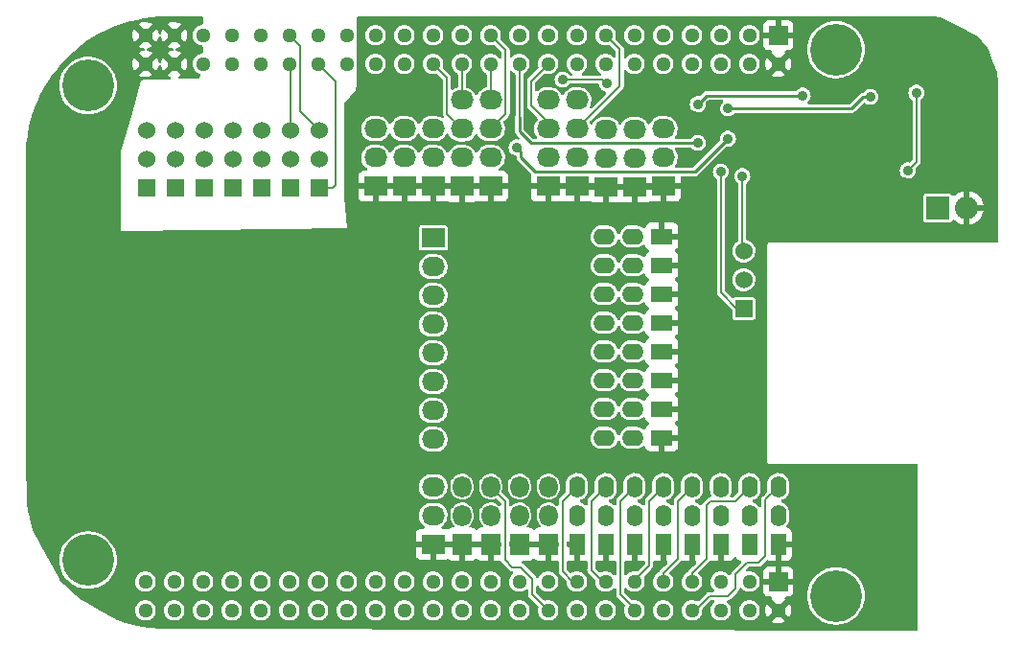
<source format=gbr>
%TF.GenerationSoftware,KiCad,Pcbnew,(6.0.1)*%
%TF.CreationDate,2022-05-20T17:21:30-04:00*%
%TF.ProjectId,BBB-GVS-4,4242422d-4756-4532-9d34-2e6b69636164,0.3*%
%TF.SameCoordinates,PX5962530PY32436e8*%
%TF.FileFunction,Copper,L2,Bot*%
%TF.FilePolarity,Positive*%
%FSLAX46Y46*%
G04 Gerber Fmt 4.6, Leading zero omitted, Abs format (unit mm)*
G04 Created by KiCad (PCBNEW (6.0.1)) date 2022-05-20 17:21:30*
%MOMM*%
%LPD*%
G01*
G04 APERTURE LIST*
%TA.AperFunction,ComponentPad*%
%ADD10C,4.572000*%
%TD*%
%TA.AperFunction,ComponentPad*%
%ADD11R,1.651000X1.651000*%
%TD*%
%TA.AperFunction,ComponentPad*%
%ADD12C,1.300480*%
%TD*%
%TA.AperFunction,ComponentPad*%
%ADD13R,1.524000X1.524000*%
%TD*%
%TA.AperFunction,ComponentPad*%
%ADD14C,1.524000*%
%TD*%
%TA.AperFunction,ComponentPad*%
%ADD15R,2.032000X1.727200*%
%TD*%
%TA.AperFunction,ComponentPad*%
%ADD16O,2.032000X1.727200*%
%TD*%
%TA.AperFunction,ComponentPad*%
%ADD17R,2.032000X2.032000*%
%TD*%
%TA.AperFunction,ComponentPad*%
%ADD18O,2.032000X2.032000*%
%TD*%
%TA.AperFunction,ComponentPad*%
%ADD19R,1.905000X1.422400*%
%TD*%
%TA.AperFunction,ComponentPad*%
%ADD20O,1.905000X1.422400*%
%TD*%
%TA.AperFunction,ComponentPad*%
%ADD21R,1.422400X1.905000*%
%TD*%
%TA.AperFunction,ComponentPad*%
%ADD22O,1.422400X1.905000*%
%TD*%
%TA.AperFunction,ComponentPad*%
%ADD23R,1.651000X1.905000*%
%TD*%
%TA.AperFunction,ComponentPad*%
%ADD24O,1.651000X1.905000*%
%TD*%
%TA.AperFunction,ViaPad*%
%ADD25C,0.889000*%
%TD*%
%TA.AperFunction,Conductor*%
%ADD26C,0.203200*%
%TD*%
%TA.AperFunction,Conductor*%
%ADD27C,0.254000*%
%TD*%
G04 APERTURE END LIST*
D10*
%TO.P,BRD1,M1*%
%TO.N,N/C*%
X5715000Y-6350000D03*
%TO.P,BRD1,M2*%
X71755000Y-3175000D03*
%TO.P,BRD1,M3*%
X71755000Y-51435000D03*
%TO.P,BRD1,M4*%
X5715000Y-48260000D03*
D11*
%TO.P,BRD1,C1,DGND*%
%TO.N,GND*%
X66675000Y-1905000D03*
D12*
%TO.P,BRD1,C2,DGND*%
X66675000Y-4445000D03*
%TO.P,BRD1,C3,VDD_3V3EXP*%
%TO.N,VDD_3V3-UF*%
X64135000Y-1905000D03*
%TO.P,BRD1,C4,VDD_3V3EXP*%
X64135000Y-4445000D03*
%TO.P,BRD1,C5,VDD_5V*%
%TO.N,VDD_5V-UF*%
X61595000Y-1905000D03*
%TO.P,BRD1,C6,VDD_5V*%
X61595000Y-4445000D03*
%TO.P,BRD1,C7,SYS_5V*%
%TO.N,SYS_5V*%
X59055000Y-1905000D03*
%TO.P,BRD1,C8,SYS_5V*%
X59055000Y-4445000D03*
%TO.P,BRD1,C9,PWR_BUT*%
%TO.N,/P9 Connector/PWR_BUT*%
X56515000Y-1905000D03*
%TO.P,BRD1,C10,SYS_RESETn*%
%TO.N,/P9 Connector/SYS_RESETn*%
X56515000Y-4445000D03*
%TO.P,BRD1,C11,UART4_RXD*%
%TO.N,/P9 Connector/UART4_RXD*%
X53975000Y-1905000D03*
%TO.P,BRD1,C12,GPIO1_28*%
%TO.N,/P9 Connector/GPIO1_28*%
X53975000Y-4445000D03*
%TO.P,BRD1,C13,UART4_TXD*%
%TO.N,/P9 Connector/UART4_TXD*%
X51435000Y-1905000D03*
%TO.P,BRD1,C14,EHRPWM1A*%
%TO.N,/P9 Connector/EHRPWM1A*%
X51435000Y-4445000D03*
%TO.P,BRD1,C15,GPIO1_16*%
%TO.N,/P9 Connector/GPIO1_16*%
X48895000Y-1905000D03*
%TO.P,BRD1,C16,EHRPWM1B*%
%TO.N,/P9 Connector/EHRPWM1B*%
X48895000Y-4445000D03*
%TO.P,BRD1,C17,I2C1_SCL*%
%TO.N,/P9 Connector/I2C1_SCL*%
X46355000Y-1905000D03*
%TO.P,BRD1,C18,I2C1_SDA*%
%TO.N,/P9 Connector/I2C1_SDA*%
X46355000Y-4445000D03*
%TO.P,BRD1,C19,I2C2_SCL*%
%TO.N,I2C2_SCL*%
X43815000Y-1905000D03*
%TO.P,BRD1,C20,I2C2_SDA*%
%TO.N,I2C2_SDA*%
X43815000Y-4445000D03*
%TO.P,BRD1,C21,UART2_TXD*%
%TO.N,/P9 Connector/UART2_TXD*%
X41275000Y-1905000D03*
%TO.P,BRD1,C22,UART2_RXD*%
%TO.N,/P9 Connector/UART2_RXD*%
X41275000Y-4445000D03*
%TO.P,BRD1,C23,GPIO1_17*%
%TO.N,/P9 Connector/GPIO1_17*%
X38735000Y-1905000D03*
%TO.P,BRD1,C24,UART1_TXD*%
%TO.N,/P9 Connector/UART1_TXD*%
X38735000Y-4445000D03*
%TO.P,BRD1,C25,GPIO3_21*%
%TO.N,unconnected-(BRD1-PadC25)*%
X36195000Y-1905000D03*
%TO.P,BRD1,C26,UART1_RXD*%
%TO.N,/P9 Connector/UART1_RXD*%
X36195000Y-4445000D03*
%TO.P,BRD1,C27,GPIO3_19*%
%TO.N,/P9 Connector/GPIO3_19*%
X33655000Y-1905000D03*
%TO.P,BRD1,C28,SPI1_CS0*%
%TO.N,unconnected-(BRD1-PadC28)*%
X33655000Y-4445000D03*
%TO.P,BRD1,C29,SPI1_D0*%
%TO.N,unconnected-(BRD1-PadC29)*%
X31115000Y-1905000D03*
%TO.P,BRD1,C30,SPI1_D1*%
%TO.N,/P9 Connector/SPI1_D1*%
X31115000Y-4445000D03*
%TO.P,BRD1,C31,SPI1_SCLK*%
%TO.N,unconnected-(BRD1-PadC31)*%
X28575000Y-1905000D03*
%TO.P,BRD1,C32,VDD_ADC*%
%TO.N,VDD_ADC*%
X28575000Y-4445000D03*
%TO.P,BRD1,C33,AIN4*%
%TO.N,AIN4*%
X26035000Y-1905000D03*
%TO.P,BRD1,C34,GNDA_ADC*%
%TO.N,GNDA_ADC*%
X26035000Y-4445000D03*
%TO.P,BRD1,C35,AIN6*%
%TO.N,AIN6*%
X23495000Y-1905000D03*
%TO.P,BRD1,C36,AIN5*%
%TO.N,AIN5*%
X23495000Y-4445000D03*
%TO.P,BRD1,C37,AIN2*%
%TO.N,AIN2*%
X20955000Y-1905000D03*
%TO.P,BRD1,C38,AIN3*%
%TO.N,AIN3*%
X20955000Y-4445000D03*
%TO.P,BRD1,C39,AIN0*%
%TO.N,AIN0*%
X18415000Y-1905000D03*
%TO.P,BRD1,C40,AIN1*%
%TO.N,AIN1*%
X18415000Y-4445000D03*
%TO.P,BRD1,C41,CLKOUT2*%
%TO.N,/P9 Connector/CLKOUT2*%
X15875000Y-1905000D03*
%TO.P,BRD1,C42,GPIO0_7*%
%TO.N,/P9 Connector/GPIO0_7*%
X15875000Y-4445000D03*
%TO.P,BRD1,C43,DGND*%
%TO.N,GND*%
X13335000Y-1905000D03*
%TO.P,BRD1,C44,DGND*%
X13335000Y-4445000D03*
%TO.P,BRD1,C45,DGND*%
X10795000Y-1905000D03*
%TO.P,BRD1,C46,DGND*%
X10795000Y-4445000D03*
D11*
%TO.P,BRD1,B1,DGND*%
X66675000Y-50165000D03*
D12*
%TO.P,BRD1,B2,DGND*%
X66675000Y-52705000D03*
%TO.P,BRD1,B3,GPIO1_6*%
%TO.N,unconnected-(BRD1-PadB3)*%
X64135000Y-50165000D03*
%TO.P,BRD1,B4,GPIO1_7*%
%TO.N,unconnected-(BRD1-PadB4)*%
X64135000Y-52705000D03*
%TO.P,BRD1,B5,GPIO1_2*%
%TO.N,unconnected-(BRD1-PadB5)*%
X61595000Y-50165000D03*
%TO.P,BRD1,B6,GPIO1_3*%
%TO.N,unconnected-(BRD1-PadB6)*%
X61595000Y-52705000D03*
%TO.P,BRD1,B7,TIMER4*%
%TO.N,/P8 Connector/TIMER4*%
X59055000Y-50165000D03*
%TO.P,BRD1,B8,TIMER7*%
%TO.N,/P8 Connector/TIMER7*%
X59055000Y-52705000D03*
%TO.P,BRD1,B9,TIMER5*%
%TO.N,/P8 Connector/TIMER5*%
X56515000Y-50165000D03*
%TO.P,BRD1,B10,TIMER6*%
%TO.N,/P8 Connector/TIMER6*%
X56515000Y-52705000D03*
%TO.P,BRD1,B11,GPIO1_13*%
%TO.N,/P8 Connector/GPIO1_13*%
X53975000Y-50165000D03*
%TO.P,BRD1,B12,GPIO1_12*%
%TO.N,/P8 Connector/GPIO1_12*%
X53975000Y-52705000D03*
%TO.P,BRD1,B13,EHRPWM2B*%
%TO.N,/P8 Connector/EHRPWM2B*%
X51435000Y-50165000D03*
%TO.P,BRD1,B14,GPIO0_26*%
%TO.N,/P8 Connector/GPIO0_26*%
X51435000Y-52705000D03*
%TO.P,BRD1,B15,GPIO1_15*%
%TO.N,/P8 Connector/GPIO1_15*%
X48895000Y-50165000D03*
%TO.P,BRD1,B16,GPIO1_14*%
%TO.N,/P8 Connector/GPIO1_14*%
X48895000Y-52705000D03*
%TO.P,BRD1,B17,GPIO0_27*%
%TO.N,/P8 Connector/GPIO0_27*%
X46355000Y-50165000D03*
%TO.P,BRD1,B18,GPIO2_1*%
%TO.N,/P8 Connector/GPIO2_1*%
X46355000Y-52705000D03*
%TO.P,BRD1,B19,EHRPWM2A*%
%TO.N,/P8 Connector/EHRPWM2A*%
X43815000Y-50165000D03*
%TO.P,BRD1,B20,GPIO1_31*%
%TO.N,unconnected-(BRD1-PadB20)*%
X43815000Y-52705000D03*
%TO.P,BRD1,B21,GPIO1_30*%
%TO.N,unconnected-(BRD1-PadB21)*%
X41275000Y-50165000D03*
%TO.P,BRD1,B22,GPIO1_5*%
%TO.N,unconnected-(BRD1-PadB22)*%
X41275000Y-52705000D03*
%TO.P,BRD1,B23,GPIO1_4*%
%TO.N,unconnected-(BRD1-PadB23)*%
X38735000Y-50165000D03*
%TO.P,BRD1,B24,GPIO1_1*%
%TO.N,unconnected-(BRD1-PadB24)*%
X38735000Y-52705000D03*
%TO.P,BRD1,B25,GPIO1_0*%
%TO.N,unconnected-(BRD1-PadB25)*%
X36195000Y-50165000D03*
%TO.P,BRD1,B26,GPIO1_29*%
%TO.N,/P8 Connector/GPIO1_29*%
X36195000Y-52705000D03*
%TO.P,BRD1,B27,GPIO2_22*%
%TO.N,unconnected-(BRD1-PadB27)*%
X33655000Y-50165000D03*
%TO.P,BRD1,B28,GPIO2_24*%
%TO.N,unconnected-(BRD1-PadB28)*%
X33655000Y-52705000D03*
%TO.P,BRD1,B29,GPIO2_23*%
%TO.N,unconnected-(BRD1-PadB29)*%
X31115000Y-50165000D03*
%TO.P,BRD1,B30,GPIO2_25*%
%TO.N,unconnected-(BRD1-PadB30)*%
X31115000Y-52705000D03*
%TO.P,BRD1,B31,UART5_CTSN*%
%TO.N,unconnected-(BRD1-PadB31)*%
X28575000Y-50165000D03*
%TO.P,BRD1,B32,UART5_RTSN*%
%TO.N,unconnected-(BRD1-PadB32)*%
X28575000Y-52705000D03*
%TO.P,BRD1,B33,UART4_RTSN*%
%TO.N,unconnected-(BRD1-PadB33)*%
X26035000Y-50165000D03*
%TO.P,BRD1,B34,UART3_RTSN*%
%TO.N,unconnected-(BRD1-PadB34)*%
X26035000Y-52705000D03*
%TO.P,BRD1,B35,UART4_CTSN*%
%TO.N,unconnected-(BRD1-PadB35)*%
X23495000Y-50165000D03*
%TO.P,BRD1,B36,UART3_CTSN*%
%TO.N,unconnected-(BRD1-PadB36)*%
X23495000Y-52705000D03*
%TO.P,BRD1,B37,UART5_TXD*%
%TO.N,unconnected-(BRD1-PadB37)*%
X20955000Y-50165000D03*
%TO.P,BRD1,B38,UART5_RXD*%
%TO.N,unconnected-(BRD1-PadB38)*%
X20955000Y-52705000D03*
%TO.P,BRD1,B39,GPIO2_12*%
%TO.N,unconnected-(BRD1-PadB39)*%
X18415000Y-50165000D03*
%TO.P,BRD1,B40,GPIO2_13*%
%TO.N,unconnected-(BRD1-PadB40)*%
X18415000Y-52705000D03*
%TO.P,BRD1,B41,GPIO2_10*%
%TO.N,unconnected-(BRD1-PadB41)*%
X15875000Y-50165000D03*
%TO.P,BRD1,B42,GPIO2_11*%
%TO.N,unconnected-(BRD1-PadB42)*%
X15875000Y-52705000D03*
%TO.P,BRD1,B43,GPIO2_8*%
%TO.N,unconnected-(BRD1-PadB43)*%
X13335000Y-50165000D03*
%TO.P,BRD1,B44,GPIO2_9*%
%TO.N,unconnected-(BRD1-PadB44)*%
X13335000Y-52705000D03*
%TO.P,BRD1,B45,GPIO2_6*%
%TO.N,unconnected-(BRD1-PadB45)*%
X10795000Y-50165000D03*
%TO.P,BRD1,B46,GPIO2_7*%
%TO.N,unconnected-(BRD1-PadB46)*%
X10795000Y-52705000D03*
%TD*%
D13*
%TO.P,A6,1,P1*%
%TO.N,GNDA_ADC*%
X26162000Y-15367000D03*
D14*
%TO.P,A6,2,PM*%
%TO.N,VDD_ADC*%
X26162000Y-12827000D03*
%TO.P,A6,3,P3*%
%TO.N,AIN6*%
X26162000Y-10287000D03*
%TD*%
D13*
%TO.P,A5,1,P1*%
%TO.N,GNDA_ADC*%
X23622000Y-15367000D03*
D14*
%TO.P,A5,2,PM*%
%TO.N,VDD_ADC*%
X23622000Y-12827000D03*
%TO.P,A5,3,P3*%
%TO.N,AIN5*%
X23622000Y-10287000D03*
%TD*%
D13*
%TO.P,A4,1,P1*%
%TO.N,GNDA_ADC*%
X21082000Y-15367000D03*
D14*
%TO.P,A4,2,PM*%
%TO.N,VDD_ADC*%
X21082000Y-12827000D03*
%TO.P,A4,3,P3*%
%TO.N,AIN4*%
X21082000Y-10287000D03*
%TD*%
D13*
%TO.P,A0,1,P1*%
%TO.N,GNDA_ADC*%
X10922000Y-15367000D03*
D14*
%TO.P,A0,2,PM*%
%TO.N,VDD_ADC*%
X10922000Y-12827000D03*
%TO.P,A0,3,P3*%
%TO.N,AIN0*%
X10922000Y-10287000D03*
%TD*%
D13*
%TO.P,A1,1,P1*%
%TO.N,GNDA_ADC*%
X13462000Y-15367000D03*
D14*
%TO.P,A1,2,PM*%
%TO.N,VDD_ADC*%
X13462000Y-12827000D03*
%TO.P,A1,3,P3*%
%TO.N,AIN1*%
X13462000Y-10287000D03*
%TD*%
D13*
%TO.P,A3,1,P1*%
%TO.N,GNDA_ADC*%
X18542000Y-15367000D03*
D14*
%TO.P,A3,2,PM*%
%TO.N,VDD_ADC*%
X18542000Y-12827000D03*
%TO.P,A3,3,P3*%
%TO.N,AIN3*%
X18542000Y-10287000D03*
%TD*%
D13*
%TO.P,A2,1,P1*%
%TO.N,GNDA_ADC*%
X16002000Y-15367000D03*
D14*
%TO.P,A2,2,PM*%
%TO.N,VDD_ADC*%
X16002000Y-12827000D03*
%TO.P,A2,3,P3*%
%TO.N,AIN2*%
X16002000Y-10287000D03*
%TD*%
D13*
%TO.P,J25,1,P1*%
%TO.N,SYS_5V*%
X63627000Y-26035000D03*
D14*
%TO.P,J25,2,PM*%
%TO.N,Net-(F1-Pad2)*%
X63627000Y-23495000D03*
%TO.P,J25,3,P3*%
%TO.N,VDD_5V-UF*%
X63627000Y-20955000D03*
%TD*%
D15*
%TO.P,P1,1,P1*%
%TO.N,Net-(P1-Pad1)*%
X36195000Y-19812000D03*
D16*
%TO.P,P1,2,P2*%
%TO.N,Net-(P1-Pad2)*%
X36195000Y-22352000D03*
%TO.P,P1,3,P3*%
%TO.N,Net-(P1-Pad3)*%
X36195000Y-24892000D03*
%TO.P,P1,4,P4*%
%TO.N,Net-(P1-Pad4)*%
X36195000Y-27432000D03*
%TO.P,P1,5,P5*%
%TO.N,Net-(P1-Pad5)*%
X36195000Y-29972000D03*
%TO.P,P1,6,P6*%
%TO.N,Net-(P1-Pad6)*%
X36195000Y-32512000D03*
%TO.P,P1,7,P7*%
%TO.N,Net-(P1-Pad7)*%
X36195000Y-35052000D03*
%TO.P,P1,8,P8*%
%TO.N,Net-(P1-Pad8)*%
X36195000Y-37592000D03*
%TD*%
D15*
%TO.P,J12,1,P1*%
%TO.N,GND*%
X36195000Y-46863000D03*
D16*
%TO.P,J12,2,PM*%
%TO.N,VCC_3V3EXP*%
X36195000Y-44323000D03*
%TO.P,J12,3,P3*%
%TO.N,/P8 Connector/GPIO1_29*%
X36195000Y-41783000D03*
%TD*%
D15*
%TO.P,J4,1,P1*%
%TO.N,GND*%
X38735000Y-15255000D03*
D16*
%TO.P,J4,2,P2*%
%TO.N,VCC_3V3EXP*%
X38735000Y-12715000D03*
%TO.P,J4,3,P3*%
%TO.N,/P9 Connector/UART1_RXD*%
X38735000Y-10175000D03*
%TO.P,J4,4,P4*%
%TO.N,/P9 Connector/UART1_TXD*%
X38735000Y-7635000D03*
%TD*%
D15*
%TO.P,J7,1,P1*%
%TO.N,GND*%
X48895000Y-15240000D03*
D16*
%TO.P,J7,2,P2*%
%TO.N,VCC_3V3EXP*%
X48895000Y-12700000D03*
%TO.P,J7,3,P3*%
%TO.N,/P9 Connector/UART4_TXD*%
X48895000Y-10160000D03*
%TO.P,J7,4,P4*%
%TO.N,/P9 Connector/UART4_RXD*%
X48895000Y-7620000D03*
%TD*%
D15*
%TO.P,J6,1,P1*%
%TO.N,GND*%
X46355000Y-15240000D03*
D16*
%TO.P,J6,2,P2*%
%TO.N,VCC_3V3EXP*%
X46355000Y-12700000D03*
%TO.P,J6,3,P3*%
%TO.N,/P9 Connector/I2C1_SDA*%
X46355000Y-10160000D03*
%TO.P,J6,4,P4*%
%TO.N,/P9 Connector/I2C1_SCL*%
X46355000Y-7620000D03*
%TD*%
D15*
%TO.P,J5,1,P1*%
%TO.N,GND*%
X41275000Y-15240000D03*
D16*
%TO.P,J5,2,P2*%
%TO.N,VCC_3V3EXP*%
X41275000Y-12700000D03*
%TO.P,J5,3,P3*%
%TO.N,/P9 Connector/UART2_TXD*%
X41275000Y-10160000D03*
%TO.P,J5,4,P4*%
%TO.N,/P9 Connector/UART2_RXD*%
X41275000Y-7620000D03*
%TD*%
D15*
%TO.P,J8,1,P1*%
%TO.N,GND*%
X51435000Y-15300800D03*
D16*
%TO.P,J8,2,PM*%
%TO.N,VCC_3V3EXP*%
X51435000Y-12760800D03*
%TO.P,J8,3,P3*%
%TO.N,/P9 Connector/GPIO1_16*%
X51435000Y-10220800D03*
%TD*%
D15*
%TO.P,J3,1,P1*%
%TO.N,GND*%
X36195000Y-15240000D03*
D16*
%TO.P,J3,2,PM*%
%TO.N,VCC_3V3EXP*%
X36195000Y-12700000D03*
%TO.P,J3,3,P3*%
%TO.N,/P9 Connector/GPIO1_17*%
X36195000Y-10160000D03*
%TD*%
D15*
%TO.P,J2,1,P1*%
%TO.N,GND*%
X33655000Y-15240000D03*
D16*
%TO.P,J2,2,PM*%
%TO.N,VCC_3V3EXP*%
X33655000Y-12700000D03*
%TO.P,J2,3,P3*%
%TO.N,/P9 Connector/GPIO3_19*%
X33655000Y-10160000D03*
%TD*%
D15*
%TO.P,J10,1,P1*%
%TO.N,GND*%
X56515000Y-15240000D03*
D16*
%TO.P,J10,2,PM*%
%TO.N,VCC_3V3EXP*%
X56515000Y-12700000D03*
%TO.P,J10,3,P3*%
%TO.N,/P9 Connector/GPIO1_28*%
X56515000Y-10160000D03*
%TD*%
D15*
%TO.P,J9,1,P1*%
%TO.N,GND*%
X53975000Y-15316200D03*
D16*
%TO.P,J9,2,PM*%
%TO.N,VCC_3V3EXP*%
X53975000Y-12776200D03*
%TO.P,J9,3,P3*%
%TO.N,/P9 Connector/EHRPWM1A*%
X53975000Y-10236200D03*
%TD*%
D15*
%TO.P,J1,1,P1*%
%TO.N,GND*%
X31115000Y-15240000D03*
D16*
%TO.P,J1,2,PM*%
%TO.N,VCC_3V3EXP*%
X31115000Y-12700000D03*
%TO.P,J1,3,P3*%
%TO.N,/P9 Connector/SPI1_D1*%
X31115000Y-10160000D03*
%TD*%
D17*
%TO.P,J11,1,P1*%
%TO.N,Net-(J11-Pad1)*%
X80772000Y-17145000D03*
D18*
%TO.P,J11,2,PM*%
%TO.N,GND*%
X83312000Y-17145000D03*
%TD*%
D19*
%TO.P,J26,1,G*%
%TO.N,GND*%
X56388000Y-37465000D03*
D20*
%TO.P,J26,2,V*%
%TO.N,VDD_5V*%
X53848000Y-37465000D03*
%TO.P,J26,3,3*%
%TO.N,Net-(J26-Pad3)*%
X51308000Y-37465000D03*
D19*
%TO.P,J26,4,4*%
%TO.N,GND*%
X56388000Y-34925000D03*
D20*
%TO.P,J26,5,5*%
%TO.N,VDD_5V*%
X53848000Y-34925000D03*
%TO.P,J26,6,6*%
%TO.N,Net-(J26-Pad6)*%
X51308000Y-34925000D03*
D19*
%TO.P,J26,7,7*%
%TO.N,GND*%
X56388000Y-32385000D03*
D20*
%TO.P,J26,8,8*%
%TO.N,VDD_5V*%
X53848000Y-32385000D03*
%TO.P,J26,9,9*%
%TO.N,Net-(J26-Pad9)*%
X51308000Y-32385000D03*
D19*
%TO.P,J26,10,10*%
%TO.N,GND*%
X56388000Y-29845000D03*
D20*
%TO.P,J26,11,11*%
%TO.N,VDD_5V*%
X53848000Y-29845000D03*
%TO.P,J26,12,12*%
%TO.N,Net-(J26-Pad12)*%
X51308000Y-29845000D03*
D19*
%TO.P,J26,13,13*%
%TO.N,GND*%
X56388000Y-27305000D03*
D20*
%TO.P,J26,14,14*%
%TO.N,VDD_5V*%
X53848000Y-27305000D03*
%TO.P,J26,15,15*%
%TO.N,Net-(J26-Pad15)*%
X51308000Y-27305000D03*
D19*
%TO.P,J26,16,16*%
%TO.N,GND*%
X56388000Y-24765000D03*
D20*
%TO.P,J26,17,17*%
%TO.N,VDD_5V*%
X53848000Y-24765000D03*
%TO.P,J26,18,18*%
%TO.N,Net-(J26-Pad18)*%
X51308000Y-24765000D03*
D19*
%TO.P,J26,19,19*%
%TO.N,GND*%
X56388000Y-22225000D03*
D20*
%TO.P,J26,20,20*%
%TO.N,VDD_5V*%
X53848000Y-22225000D03*
%TO.P,J26,21,21*%
%TO.N,Net-(J26-Pad21)*%
X51308000Y-22225000D03*
D19*
%TO.P,J26,22,22*%
%TO.N,GND*%
X56388000Y-19685000D03*
D20*
%TO.P,J26,23,23*%
%TO.N,VDD_5V*%
X53848000Y-19685000D03*
%TO.P,J26,24,24*%
%TO.N,Net-(J26-Pad24)*%
X51308000Y-19685000D03*
%TD*%
D21*
%TO.P,J24,1,G*%
%TO.N,GND*%
X48895000Y-46863000D03*
D22*
%TO.P,J24,2,V*%
%TO.N,VCC_3V3EXP*%
X48895000Y-44323000D03*
%TO.P,J24,3,3*%
%TO.N,/P8 Connector/GPIO1_15*%
X48895000Y-41783000D03*
D21*
%TO.P,J24,4,4*%
%TO.N,GND*%
X51435000Y-46863000D03*
D22*
%TO.P,J24,5,5*%
%TO.N,VCC_3V3EXP*%
X51435000Y-44323000D03*
%TO.P,J24,6,6*%
%TO.N,/P8 Connector/EHRPWM2B*%
X51435000Y-41783000D03*
D21*
%TO.P,J24,7,7*%
%TO.N,GND*%
X53975000Y-46863000D03*
D22*
%TO.P,J24,8,8*%
%TO.N,VCC_3V3EXP*%
X53975000Y-44323000D03*
%TO.P,J24,9,9*%
%TO.N,/P8 Connector/GPIO1_12*%
X53975000Y-41783000D03*
D21*
%TO.P,J24,10,10*%
%TO.N,GND*%
X56515000Y-46863000D03*
D22*
%TO.P,J24,11,11*%
%TO.N,VCC_3V3EXP*%
X56515000Y-44323000D03*
%TO.P,J24,12,12*%
%TO.N,/P8 Connector/GPIO1_13*%
X56515000Y-41783000D03*
D21*
%TO.P,J24,13,13*%
%TO.N,GND*%
X59055000Y-46863000D03*
D22*
%TO.P,J24,14,14*%
%TO.N,VCC_3V3EXP*%
X59055000Y-44323000D03*
%TO.P,J24,15,15*%
%TO.N,/P8 Connector/TIMER5*%
X59055000Y-41783000D03*
D21*
%TO.P,J24,16,16*%
%TO.N,GND*%
X61595000Y-46863000D03*
D22*
%TO.P,J24,17,17*%
%TO.N,VCC_3V3EXP*%
X61595000Y-44323000D03*
%TO.P,J24,18,18*%
%TO.N,/P8 Connector/TIMER6*%
X61595000Y-41783000D03*
D21*
%TO.P,J24,19,19*%
%TO.N,GND*%
X64135000Y-46863000D03*
D22*
%TO.P,J24,20,20*%
%TO.N,VCC_3V3EXP*%
X64135000Y-44323000D03*
%TO.P,J24,21,21*%
%TO.N,/P8 Connector/TIMER4*%
X64135000Y-41783000D03*
D21*
%TO.P,J24,22,22*%
%TO.N,GND*%
X66675000Y-46863000D03*
D22*
%TO.P,J24,23,23*%
%TO.N,VCC_3V3EXP*%
X66675000Y-44323000D03*
%TO.P,J24,24,24*%
%TO.N,/P8 Connector/TIMER7*%
X66675000Y-41783000D03*
%TD*%
D23*
%TO.P,J16,1,G*%
%TO.N,GND*%
X38735000Y-46863000D03*
D24*
%TO.P,J16,2,V*%
%TO.N,VCC_3V3EXP*%
X38735000Y-44323000D03*
%TO.P,J16,3,3*%
%TO.N,/P8 Connector/EHRPWM2A*%
X38735000Y-41783000D03*
D23*
%TO.P,J16,4,4*%
%TO.N,GND*%
X41275000Y-46863000D03*
D24*
%TO.P,J16,5,5*%
%TO.N,VCC_3V3EXP*%
X41275000Y-44323000D03*
%TO.P,J16,6,6*%
%TO.N,/P8 Connector/GPIO2_1*%
X41275000Y-41783000D03*
D23*
%TO.P,J16,7,7*%
%TO.N,GND*%
X43815000Y-46863000D03*
D24*
%TO.P,J16,8,8*%
%TO.N,VCC_3V3EXP*%
X43815000Y-44323000D03*
%TO.P,J16,9,9*%
%TO.N,/P8 Connector/GPIO0_27*%
X43815000Y-41783000D03*
D23*
%TO.P,J16,10,10*%
%TO.N,GND*%
X46355000Y-46863000D03*
D24*
%TO.P,J16,11,11*%
%TO.N,VCC_3V3EXP*%
X46355000Y-44323000D03*
%TO.P,J16,12,12*%
%TO.N,/P8 Connector/GPIO1_14*%
X46355000Y-41783000D03*
%TD*%
D25*
%TO.N,/P9 Connector/GPIO1_16*%
X47625000Y-5816600D03*
X51536600Y-6197600D03*
%TO.N,GND*%
X41910000Y-37719000D03*
X41910000Y-26797000D03*
X76073000Y-46990000D03*
X69723000Y-16129000D03*
X81534000Y-10414000D03*
X81407000Y-4318000D03*
X63246000Y-35433000D03*
X29794200Y-25577800D03*
%TO.N,VDD_5V-UF*%
X63500000Y-14351000D03*
%TO.N,SYS_5V*%
X61595000Y-13970000D03*
%TO.N,I2C2_SCL*%
X62230000Y-8382000D03*
X43561000Y-11811000D03*
X62230000Y-11049000D03*
X74803000Y-7366000D03*
%TO.N,I2C2_SDA*%
X68834000Y-7239000D03*
X59563000Y-8001000D03*
X59563000Y-11430000D03*
%TO.N,Net-(J11-Pad1)*%
X78105000Y-13843000D03*
X78867000Y-6985000D03*
%TD*%
D26*
%TO.N,/P9 Connector/UART2_TXD*%
X42595320Y-3225320D02*
X41275000Y-1905000D01*
X42595320Y-8839680D02*
X42595320Y-3225320D01*
X41275000Y-10160000D02*
X42595320Y-8839680D01*
%TO.N,/P9 Connector/UART4_TXD*%
X52679600Y-3149600D02*
X51435000Y-1905000D01*
X52679600Y-6375400D02*
X52679600Y-3149600D01*
X48895000Y-10160000D02*
X52679600Y-6375400D01*
%TO.N,/P9 Connector/GPIO1_16*%
X51155600Y-5816600D02*
X51536600Y-6197600D01*
X47625000Y-5816600D02*
X51155600Y-5816600D01*
%TO.N,/P9 Connector/UART1_RXD*%
X37414680Y-5664680D02*
X36195000Y-4445000D01*
X37414680Y-8854680D02*
X37414680Y-5664680D01*
X38735000Y-10175000D02*
X37414680Y-8854680D01*
%TO.N,/P9 Connector/UART1_TXD*%
X38735000Y-7635000D02*
X38735000Y-4445000D01*
%TO.N,GNDA_ADC*%
X27624000Y-15105000D02*
X27362000Y-15367000D01*
X27624000Y-6034000D02*
X27624000Y-15105000D01*
X26035000Y-4445000D02*
X27624000Y-6034000D01*
X27362000Y-15367000D02*
X26162000Y-15367000D01*
%TO.N,AIN6*%
X24449551Y-8574551D02*
X24449551Y-2859551D01*
X26162000Y-10287000D02*
X24449551Y-8574551D01*
X24449551Y-2859551D02*
X23495000Y-1905000D01*
%TO.N,AIN5*%
X23622000Y-4572000D02*
X23495000Y-4445000D01*
X23622000Y-10287000D02*
X23622000Y-4572000D01*
%TO.N,VDD_5V-UF*%
X63500000Y-20828000D02*
X63627000Y-20955000D01*
X63500000Y-20828000D02*
X63500000Y-14351000D01*
%TO.N,SYS_5V*%
X61595000Y-24638000D02*
X61595000Y-13970000D01*
X62992000Y-26035000D02*
X61595000Y-24638000D01*
X63627000Y-26035000D02*
X62992000Y-26035000D01*
%TO.N,/P9 Connector/I2C1_SDA*%
X46355000Y-10160000D02*
X46355000Y-9652000D01*
X46355000Y-9652000D02*
X44831000Y-8128000D01*
X44831000Y-8128000D02*
X44831000Y-5969000D01*
X44831000Y-5969000D02*
X46355000Y-4445000D01*
%TO.N,/P9 Connector/UART2_RXD*%
X41275000Y-7620000D02*
X41275000Y-4445000D01*
D27*
%TO.N,I2C2_SCL*%
X73152000Y-8382000D02*
X62230000Y-8382000D01*
X43561000Y-11811000D02*
X43942000Y-12192000D01*
X43942000Y-12192000D02*
X43942000Y-12700000D01*
X43942000Y-12700000D02*
X45212000Y-13970000D01*
X45212000Y-13970000D02*
X59309000Y-13970000D01*
X59309000Y-13970000D02*
X62230000Y-11049000D01*
X74803000Y-7366000D02*
X74168000Y-7366000D01*
X74168000Y-7366000D02*
X73152000Y-8382000D01*
D26*
%TO.N,I2C2_SDA*%
X43815000Y-9144000D02*
X43815000Y-4445000D01*
D27*
X59563000Y-8001000D02*
X60325000Y-7239000D01*
X60325000Y-7239000D02*
X68834000Y-7239000D01*
X43815000Y-10414000D02*
X44831000Y-11430000D01*
X44831000Y-11430000D02*
X59563000Y-11430000D01*
X43815000Y-9144000D02*
X43815000Y-10414000D01*
D26*
%TO.N,/P8 Connector/TIMER4*%
X59055000Y-50165000D02*
X59055000Y-49403000D01*
X62865000Y-43053000D02*
X64135000Y-41783000D01*
X60706000Y-43053000D02*
X62865000Y-43053000D01*
X60325000Y-43434000D02*
X60706000Y-43053000D01*
X60325000Y-48133000D02*
X60325000Y-43434000D01*
X59055000Y-49403000D02*
X60325000Y-48133000D01*
%TO.N,/P8 Connector/TIMER5*%
X56515000Y-50165000D02*
X56515000Y-49403000D01*
X57785000Y-43053000D02*
X59055000Y-41783000D01*
X57785000Y-48133000D02*
X57785000Y-43053000D01*
X56515000Y-49403000D02*
X57785000Y-48133000D01*
%TO.N,/P8 Connector/GPIO1_13*%
X53975000Y-50165000D02*
X53975000Y-50038000D01*
X53975000Y-50038000D02*
X55245000Y-48768000D01*
X55245000Y-43053000D02*
X56515000Y-41783000D01*
X55245000Y-48768000D02*
X55245000Y-43053000D01*
%TO.N,/P8 Connector/EHRPWM2B*%
X51435000Y-50165000D02*
X51181000Y-50165000D01*
X51181000Y-50165000D02*
X50165000Y-49149000D01*
X50165000Y-49149000D02*
X50165000Y-43053000D01*
X50165000Y-43053000D02*
X51435000Y-41783000D01*
%TO.N,/P8 Connector/GPIO1_15*%
X48895000Y-50165000D02*
X48514000Y-50165000D01*
X48514000Y-50165000D02*
X47625000Y-49276000D01*
X47625000Y-49276000D02*
X47625000Y-43053000D01*
X47625000Y-43053000D02*
X48895000Y-41783000D01*
%TO.N,/P8 Connector/TIMER7*%
X59055000Y-52705000D02*
X59309000Y-52705000D01*
X59309000Y-52705000D02*
X60579000Y-51435000D01*
X65532000Y-42926000D02*
X66675000Y-41783000D01*
X65532000Y-47879000D02*
X65532000Y-42926000D01*
X64897000Y-48514000D02*
X65532000Y-47879000D01*
X63881000Y-48514000D02*
X64897000Y-48514000D01*
X62865000Y-49530000D02*
X63881000Y-48514000D01*
X62865000Y-50800000D02*
X62865000Y-49530000D01*
X62230000Y-51435000D02*
X62865000Y-50800000D01*
X60579000Y-51435000D02*
X62230000Y-51435000D01*
%TO.N,/P8 Connector/GPIO1_12*%
X53975000Y-52705000D02*
X53975000Y-52578000D01*
X53975000Y-52578000D02*
X52705000Y-51308000D01*
X52705000Y-43053000D02*
X53975000Y-41783000D01*
X52705000Y-51308000D02*
X52705000Y-43053000D01*
%TO.N,/P8 Connector/GPIO2_1*%
X44958000Y-51308000D02*
X46355000Y-52705000D01*
X44958000Y-49911000D02*
X44958000Y-51308000D01*
X43942000Y-48895000D02*
X44958000Y-49911000D01*
X43180000Y-48895000D02*
X43942000Y-48895000D01*
X42545000Y-48260000D02*
X42545000Y-43053000D01*
X43180000Y-48895000D02*
X42545000Y-48260000D01*
X42545000Y-43053000D02*
X41275000Y-41783000D01*
%TO.N,Net-(J11-Pad1)*%
X78105000Y-13843000D02*
X78867000Y-13081000D01*
X78867000Y-13081000D02*
X78867000Y-6985000D01*
%TD*%
%TA.AperFunction,Conductor*%
%TO.N,GND*%
G36*
X15749009Y-249227D02*
G01*
X15817129Y-269234D01*
X15863618Y-322893D01*
X15875000Y-375227D01*
X15875000Y-878014D01*
X15854998Y-946135D01*
X15801342Y-992628D01*
X15775197Y-1001261D01*
X15700754Y-1017085D01*
X15593880Y-1039801D01*
X15587850Y-1042486D01*
X15587849Y-1042486D01*
X15426168Y-1114471D01*
X15426166Y-1114472D01*
X15420138Y-1117156D01*
X15414797Y-1121036D01*
X15414796Y-1121037D01*
X15271620Y-1225060D01*
X15271618Y-1225062D01*
X15266276Y-1228943D01*
X15139018Y-1370278D01*
X15101349Y-1435522D01*
X15060926Y-1505538D01*
X15043926Y-1534982D01*
X15041884Y-1541267D01*
X15006773Y-1649329D01*
X14985156Y-1715858D01*
X14965276Y-1905000D01*
X14965966Y-1911565D01*
X14983796Y-2081198D01*
X14985156Y-2094142D01*
X14987196Y-2100420D01*
X14987196Y-2100421D01*
X15007164Y-2161876D01*
X15043926Y-2275018D01*
X15047229Y-2280740D01*
X15047230Y-2280741D01*
X15080846Y-2338966D01*
X15139018Y-2439722D01*
X15143436Y-2444629D01*
X15143437Y-2444630D01*
X15204241Y-2512160D01*
X15266276Y-2581057D01*
X15271618Y-2584938D01*
X15271620Y-2584940D01*
X15329829Y-2627231D01*
X15420138Y-2692844D01*
X15426166Y-2695528D01*
X15426168Y-2695529D01*
X15587849Y-2767514D01*
X15593880Y-2770199D01*
X15700754Y-2792915D01*
X15775197Y-2808739D01*
X15837670Y-2842467D01*
X15871992Y-2904617D01*
X15875000Y-2931986D01*
X15875000Y-3418014D01*
X15854998Y-3486135D01*
X15801342Y-3532628D01*
X15775197Y-3541261D01*
X15700754Y-3557085D01*
X15593880Y-3579801D01*
X15587850Y-3582486D01*
X15587849Y-3582486D01*
X15426168Y-3654471D01*
X15426166Y-3654472D01*
X15420138Y-3657156D01*
X15414797Y-3661036D01*
X15414796Y-3661037D01*
X15271620Y-3765060D01*
X15271618Y-3765062D01*
X15266276Y-3768943D01*
X15261855Y-3773853D01*
X15261854Y-3773854D01*
X15196309Y-3846650D01*
X15139018Y-3910278D01*
X15043926Y-4074982D01*
X15041884Y-4081267D01*
X15003064Y-4200744D01*
X14985156Y-4255858D01*
X14965276Y-4445000D01*
X14965966Y-4451565D01*
X14984095Y-4624043D01*
X14985156Y-4634142D01*
X15043926Y-4815018D01*
X15047229Y-4820740D01*
X15047230Y-4820741D01*
X15057924Y-4839263D01*
X15139018Y-4979722D01*
X15143436Y-4984629D01*
X15143437Y-4984630D01*
X15261854Y-5116146D01*
X15266276Y-5121057D01*
X15271618Y-5124938D01*
X15271620Y-5124940D01*
X15414796Y-5228963D01*
X15420138Y-5232844D01*
X15426166Y-5235528D01*
X15426168Y-5235529D01*
X15572735Y-5300785D01*
X15626831Y-5346766D01*
X15647480Y-5414693D01*
X15639602Y-5459763D01*
X15574348Y-5635447D01*
X15531878Y-5692341D01*
X15459974Y-5717520D01*
X14455987Y-5747341D01*
X13812406Y-5766457D01*
X13743721Y-5748487D01*
X13695656Y-5696235D01*
X13683470Y-5626292D01*
X13711033Y-5560864D01*
X13768164Y-5521200D01*
X13802650Y-5509494D01*
X13813152Y-5504818D01*
X13939946Y-5433811D01*
X13949809Y-5423734D01*
X13946854Y-5416064D01*
X13347812Y-4817022D01*
X13333868Y-4809408D01*
X13332035Y-4809539D01*
X13325420Y-4813790D01*
X12728039Y-5411171D01*
X12721843Y-5422517D01*
X12731725Y-5435007D01*
X12775164Y-5464032D01*
X12785274Y-5469522D01*
X12974893Y-5550988D01*
X13029586Y-5596256D01*
X13051123Y-5663907D01*
X13032666Y-5732463D01*
X12980075Y-5780157D01*
X12928896Y-5792700D01*
X12120981Y-5816698D01*
X10909107Y-5852694D01*
X10848114Y-5836736D01*
X10821587Y-5852348D01*
X10794603Y-5856095D01*
X10714049Y-5858488D01*
X10432108Y-5866862D01*
X10414000Y-5867400D01*
X10410864Y-5879318D01*
X10410863Y-5879319D01*
X9652499Y-8761102D01*
X9651457Y-8764831D01*
X8642317Y-12170679D01*
X8636000Y-12192000D01*
X8636000Y-19177000D01*
X16082338Y-19090420D01*
X28622239Y-18944616D01*
X28622240Y-18944616D01*
X28640356Y-18944405D01*
X28638164Y-18923333D01*
X34924500Y-18923333D01*
X34924501Y-20700666D01*
X34939266Y-20774901D01*
X34995516Y-20859084D01*
X35079699Y-20915334D01*
X35153933Y-20930100D01*
X36194831Y-20930100D01*
X37236066Y-20930099D01*
X37271818Y-20922988D01*
X37298126Y-20917756D01*
X37298128Y-20917755D01*
X37310301Y-20915334D01*
X37320621Y-20908439D01*
X37320622Y-20908438D01*
X37384168Y-20865977D01*
X37394484Y-20859084D01*
X37450734Y-20774901D01*
X37465500Y-20700667D01*
X37465499Y-18923334D01*
X37450734Y-18849099D01*
X37441406Y-18835138D01*
X37401377Y-18775232D01*
X37394484Y-18764916D01*
X37310301Y-18708666D01*
X37236067Y-18693900D01*
X36195169Y-18693900D01*
X35153934Y-18693901D01*
X35118182Y-18701012D01*
X35091874Y-18706244D01*
X35091872Y-18706245D01*
X35079699Y-18708666D01*
X35069379Y-18715561D01*
X35069378Y-18715562D01*
X35042531Y-18733501D01*
X34995516Y-18764916D01*
X34939266Y-18849099D01*
X34924500Y-18923333D01*
X28638164Y-18923333D01*
X28637533Y-18917265D01*
X28349433Y-16148269D01*
X29591001Y-16148269D01*
X29591371Y-16155090D01*
X29596895Y-16205952D01*
X29600521Y-16221204D01*
X29645676Y-16341654D01*
X29654214Y-16357249D01*
X29730715Y-16459324D01*
X29743276Y-16471885D01*
X29845351Y-16548386D01*
X29860946Y-16556924D01*
X29981394Y-16602078D01*
X29996649Y-16605705D01*
X30047514Y-16611231D01*
X30054328Y-16611600D01*
X30842885Y-16611600D01*
X30858124Y-16607125D01*
X30859329Y-16605735D01*
X30861000Y-16598052D01*
X30861000Y-16593484D01*
X31369000Y-16593484D01*
X31373475Y-16608723D01*
X31374865Y-16609928D01*
X31382548Y-16611599D01*
X32175669Y-16611599D01*
X32182490Y-16611229D01*
X32233352Y-16605705D01*
X32248603Y-16602079D01*
X32340770Y-16567527D01*
X32411577Y-16562344D01*
X32429230Y-16567527D01*
X32521394Y-16602078D01*
X32536649Y-16605705D01*
X32587514Y-16611231D01*
X32594328Y-16611600D01*
X33382885Y-16611600D01*
X33398124Y-16607125D01*
X33399329Y-16605735D01*
X33401000Y-16598052D01*
X33401000Y-16593484D01*
X33909000Y-16593484D01*
X33913475Y-16608723D01*
X33914865Y-16609928D01*
X33922548Y-16611599D01*
X34715669Y-16611599D01*
X34722490Y-16611229D01*
X34773352Y-16605705D01*
X34788603Y-16602079D01*
X34880770Y-16567527D01*
X34951577Y-16562344D01*
X34969230Y-16567527D01*
X35061394Y-16602078D01*
X35076649Y-16605705D01*
X35127514Y-16611231D01*
X35134328Y-16611600D01*
X35922885Y-16611600D01*
X35938124Y-16607125D01*
X35939329Y-16605735D01*
X35941000Y-16598052D01*
X35941000Y-16593484D01*
X36449000Y-16593484D01*
X36453475Y-16608723D01*
X36454865Y-16609928D01*
X36462548Y-16611599D01*
X37255669Y-16611599D01*
X37262490Y-16611229D01*
X37313352Y-16605705D01*
X37328603Y-16602079D01*
X37400764Y-16575027D01*
X37471571Y-16569844D01*
X37489224Y-16575027D01*
X37601394Y-16617078D01*
X37616649Y-16620705D01*
X37667514Y-16626231D01*
X37674328Y-16626600D01*
X38462885Y-16626600D01*
X38478124Y-16622125D01*
X38479329Y-16620735D01*
X38481000Y-16613052D01*
X38481000Y-16608484D01*
X38989000Y-16608484D01*
X38993475Y-16623723D01*
X38994865Y-16624928D01*
X39002548Y-16626599D01*
X39795669Y-16626599D01*
X39802490Y-16626229D01*
X39853352Y-16620705D01*
X39868603Y-16617079D01*
X39980776Y-16575027D01*
X40051583Y-16569844D01*
X40069236Y-16575027D01*
X40141394Y-16602078D01*
X40156649Y-16605705D01*
X40207514Y-16611231D01*
X40214328Y-16611600D01*
X41002885Y-16611600D01*
X41018124Y-16607125D01*
X41019329Y-16605735D01*
X41021000Y-16598052D01*
X41021000Y-16593484D01*
X41529000Y-16593484D01*
X41533475Y-16608723D01*
X41534865Y-16609928D01*
X41542548Y-16611599D01*
X42335669Y-16611599D01*
X42342490Y-16611229D01*
X42393352Y-16605705D01*
X42408604Y-16602079D01*
X42529054Y-16556924D01*
X42544649Y-16548386D01*
X42646724Y-16471885D01*
X42659285Y-16459324D01*
X42735786Y-16357249D01*
X42744324Y-16341654D01*
X42789478Y-16221206D01*
X42793105Y-16205951D01*
X42798631Y-16155086D01*
X42799000Y-16148272D01*
X42799000Y-16148269D01*
X44831001Y-16148269D01*
X44831371Y-16155090D01*
X44836895Y-16205952D01*
X44840521Y-16221204D01*
X44885676Y-16341654D01*
X44894214Y-16357249D01*
X44970715Y-16459324D01*
X44983276Y-16471885D01*
X45085351Y-16548386D01*
X45100946Y-16556924D01*
X45221394Y-16602078D01*
X45236649Y-16605705D01*
X45287514Y-16611231D01*
X45294328Y-16611600D01*
X46082885Y-16611600D01*
X46098124Y-16607125D01*
X46099329Y-16605735D01*
X46101000Y-16598052D01*
X46101000Y-16593484D01*
X46609000Y-16593484D01*
X46613475Y-16608723D01*
X46614865Y-16609928D01*
X46622548Y-16611599D01*
X47415669Y-16611599D01*
X47422490Y-16611229D01*
X47473352Y-16605705D01*
X47488603Y-16602079D01*
X47580770Y-16567527D01*
X47651577Y-16562344D01*
X47669230Y-16567527D01*
X47761394Y-16602078D01*
X47776649Y-16605705D01*
X47827514Y-16611231D01*
X47834328Y-16611600D01*
X48622885Y-16611600D01*
X48638124Y-16607125D01*
X48639329Y-16605735D01*
X48641000Y-16598052D01*
X48641000Y-16593484D01*
X49149000Y-16593484D01*
X49153475Y-16608723D01*
X49154865Y-16609928D01*
X49162548Y-16611599D01*
X49955669Y-16611599D01*
X49962490Y-16611229D01*
X50013352Y-16605705D01*
X50028603Y-16602079D01*
X50048842Y-16594492D01*
X50119649Y-16589309D01*
X50156745Y-16606226D01*
X50157483Y-16604878D01*
X50180946Y-16617724D01*
X50301394Y-16662878D01*
X50316649Y-16666505D01*
X50367514Y-16672031D01*
X50374328Y-16672400D01*
X51162885Y-16672400D01*
X51178124Y-16667925D01*
X51179329Y-16666535D01*
X51181000Y-16658852D01*
X51181000Y-16654284D01*
X51689000Y-16654284D01*
X51693475Y-16669523D01*
X51694865Y-16670728D01*
X51702548Y-16672399D01*
X52495669Y-16672399D01*
X52502490Y-16672029D01*
X52553352Y-16666505D01*
X52568603Y-16662879D01*
X52640230Y-16636027D01*
X52711037Y-16630844D01*
X52728690Y-16636027D01*
X52841394Y-16678278D01*
X52856649Y-16681905D01*
X52907514Y-16687431D01*
X52914328Y-16687800D01*
X53702885Y-16687800D01*
X53718124Y-16683325D01*
X53719329Y-16681935D01*
X53721000Y-16674252D01*
X53721000Y-16669684D01*
X54229000Y-16669684D01*
X54233475Y-16684923D01*
X54234865Y-16686128D01*
X54242548Y-16687799D01*
X55035669Y-16687799D01*
X55042490Y-16687429D01*
X55093352Y-16681905D01*
X55108604Y-16678279D01*
X55229059Y-16633122D01*
X55244647Y-16624588D01*
X55255060Y-16616784D01*
X55321566Y-16591935D01*
X55374857Y-16599628D01*
X55381391Y-16602077D01*
X55396649Y-16605705D01*
X55447514Y-16611231D01*
X55454328Y-16611600D01*
X56242885Y-16611600D01*
X56258124Y-16607125D01*
X56259329Y-16605735D01*
X56261000Y-16598052D01*
X56261000Y-16593484D01*
X56769000Y-16593484D01*
X56773475Y-16608723D01*
X56774865Y-16609928D01*
X56782548Y-16611599D01*
X57575669Y-16611599D01*
X57582490Y-16611229D01*
X57633352Y-16605705D01*
X57648604Y-16602079D01*
X57769054Y-16556924D01*
X57784649Y-16548386D01*
X57886724Y-16471885D01*
X57899285Y-16459324D01*
X57975786Y-16357249D01*
X57984324Y-16341654D01*
X58029478Y-16221206D01*
X58033105Y-16205951D01*
X58038631Y-16155086D01*
X58039000Y-16148272D01*
X58039000Y-15512115D01*
X58034525Y-15496876D01*
X58033135Y-15495671D01*
X58025452Y-15494000D01*
X56787115Y-15494000D01*
X56771876Y-15498475D01*
X56770671Y-15499865D01*
X56769000Y-15507548D01*
X56769000Y-16593484D01*
X56261000Y-16593484D01*
X56261000Y-15512115D01*
X56256525Y-15496876D01*
X56255135Y-15495671D01*
X56247452Y-15494000D01*
X55557115Y-15494000D01*
X55541876Y-15498475D01*
X55519611Y-15524170D01*
X55518457Y-15523170D01*
X55512928Y-15533296D01*
X55450615Y-15567321D01*
X55423833Y-15570200D01*
X54247115Y-15570200D01*
X54231876Y-15574675D01*
X54230671Y-15576065D01*
X54229000Y-15583748D01*
X54229000Y-16669684D01*
X53721000Y-16669684D01*
X53721000Y-15588315D01*
X53716525Y-15573076D01*
X53715135Y-15571871D01*
X53707452Y-15570200D01*
X52467974Y-15570200D01*
X52437036Y-15561116D01*
X52436559Y-15563307D01*
X52397452Y-15554800D01*
X51707115Y-15554800D01*
X51691876Y-15559275D01*
X51690671Y-15560665D01*
X51689000Y-15568348D01*
X51689000Y-16654284D01*
X51181000Y-16654284D01*
X51181000Y-15572915D01*
X51176525Y-15557676D01*
X51175135Y-15556471D01*
X51167452Y-15554800D01*
X49977856Y-15554800D01*
X49909735Y-15534798D01*
X49896178Y-15519152D01*
X49894486Y-15521104D01*
X49865135Y-15495671D01*
X49857452Y-15494000D01*
X49167115Y-15494000D01*
X49151876Y-15498475D01*
X49150671Y-15499865D01*
X49149000Y-15507548D01*
X49149000Y-16593484D01*
X48641000Y-16593484D01*
X48641000Y-15512115D01*
X48636525Y-15496876D01*
X48635135Y-15495671D01*
X48627452Y-15494000D01*
X46627115Y-15494000D01*
X46611876Y-15498475D01*
X46610671Y-15499865D01*
X46609000Y-15507548D01*
X46609000Y-16593484D01*
X46101000Y-16593484D01*
X46101000Y-15512115D01*
X46096525Y-15496876D01*
X46095135Y-15495671D01*
X46087452Y-15494000D01*
X44849116Y-15494000D01*
X44833877Y-15498475D01*
X44832672Y-15499865D01*
X44831001Y-15507548D01*
X44831001Y-16148269D01*
X42799000Y-16148269D01*
X42799000Y-15512115D01*
X42794525Y-15496876D01*
X42793135Y-15495671D01*
X42785452Y-15494000D01*
X41547115Y-15494000D01*
X41531876Y-15498475D01*
X41530671Y-15499865D01*
X41529000Y-15507548D01*
X41529000Y-16593484D01*
X41021000Y-16593484D01*
X41021000Y-15512115D01*
X41016525Y-15496876D01*
X41015135Y-15495671D01*
X41007452Y-15494000D01*
X40317115Y-15494000D01*
X40283412Y-15503896D01*
X40247914Y-15509000D01*
X39007115Y-15509000D01*
X38991876Y-15513475D01*
X38990671Y-15514865D01*
X38989000Y-15522548D01*
X38989000Y-16608484D01*
X38481000Y-16608484D01*
X38481000Y-15527115D01*
X38476525Y-15511876D01*
X38475135Y-15510671D01*
X38467452Y-15509000D01*
X37227513Y-15509000D01*
X37197090Y-15500067D01*
X37196559Y-15502507D01*
X37157452Y-15494000D01*
X36467115Y-15494000D01*
X36451876Y-15498475D01*
X36450671Y-15499865D01*
X36449000Y-15507548D01*
X36449000Y-16593484D01*
X35941000Y-16593484D01*
X35941000Y-15512115D01*
X35936525Y-15496876D01*
X35935135Y-15495671D01*
X35927452Y-15494000D01*
X33927115Y-15494000D01*
X33911876Y-15498475D01*
X33910671Y-15499865D01*
X33909000Y-15507548D01*
X33909000Y-16593484D01*
X33401000Y-16593484D01*
X33401000Y-15512115D01*
X33396525Y-15496876D01*
X33395135Y-15495671D01*
X33387452Y-15494000D01*
X31387115Y-15494000D01*
X31371876Y-15498475D01*
X31370671Y-15499865D01*
X31369000Y-15507548D01*
X31369000Y-16593484D01*
X30861000Y-16593484D01*
X30861000Y-15512115D01*
X30856525Y-15496876D01*
X30855135Y-15495671D01*
X30847452Y-15494000D01*
X29609116Y-15494000D01*
X29593877Y-15498475D01*
X29592672Y-15499865D01*
X29591001Y-15507548D01*
X29591001Y-16148269D01*
X28349433Y-16148269D01*
X28337096Y-16029699D01*
X28321677Y-15881507D01*
X28321000Y-15868468D01*
X28321000Y-14967885D01*
X29591000Y-14967885D01*
X29595475Y-14983124D01*
X29596865Y-14984329D01*
X29604548Y-14986000D01*
X37702487Y-14986000D01*
X37732910Y-14994933D01*
X37733441Y-14992493D01*
X37772548Y-15001000D01*
X39692885Y-15001000D01*
X39726588Y-14991104D01*
X39762086Y-14986000D01*
X42780884Y-14986000D01*
X42796123Y-14981525D01*
X42797328Y-14980135D01*
X42798999Y-14972452D01*
X42798999Y-14331731D01*
X42798629Y-14324910D01*
X42793105Y-14274048D01*
X42789479Y-14258796D01*
X42744324Y-14138346D01*
X42735786Y-14122751D01*
X42659285Y-14020676D01*
X42646724Y-14008115D01*
X42544649Y-13931614D01*
X42529054Y-13923076D01*
X42408606Y-13877922D01*
X42393351Y-13874295D01*
X42342486Y-13868769D01*
X42335672Y-13868400D01*
X42114389Y-13868400D01*
X42046268Y-13848398D01*
X41999775Y-13794742D01*
X41989671Y-13724468D01*
X42019165Y-13659888D01*
X42036553Y-13643317D01*
X42201971Y-13513380D01*
X42214587Y-13498842D01*
X42300874Y-13399404D01*
X42341803Y-13352237D01*
X42448641Y-13167561D01*
X42518630Y-12966013D01*
X42519491Y-12960076D01*
X42548384Y-12760807D01*
X42548384Y-12760804D01*
X42549245Y-12754867D01*
X42539381Y-12541742D01*
X42533315Y-12516570D01*
X42490799Y-12340159D01*
X42490798Y-12340157D01*
X42489393Y-12334326D01*
X42477864Y-12308968D01*
X42414987Y-12170679D01*
X42401086Y-12140106D01*
X42288286Y-11981087D01*
X42281112Y-11970973D01*
X42281111Y-11970972D01*
X42277646Y-11966087D01*
X42123527Y-11818550D01*
X41944290Y-11702818D01*
X41865250Y-11670964D01*
X41751971Y-11625311D01*
X41751968Y-11625310D01*
X41746402Y-11623067D01*
X41613867Y-11597185D01*
X41541450Y-11583043D01*
X41541447Y-11583043D01*
X41537004Y-11582175D01*
X41531382Y-11581900D01*
X41069293Y-11581900D01*
X40910211Y-11597078D01*
X40705485Y-11657138D01*
X40700158Y-11659882D01*
X40700157Y-11659882D01*
X40521141Y-11752081D01*
X40521138Y-11752083D01*
X40515810Y-11754827D01*
X40489092Y-11775814D01*
X40352746Y-11882914D01*
X40352741Y-11882918D01*
X40348029Y-11886620D01*
X40344098Y-11891150D01*
X40344097Y-11891151D01*
X40335013Y-11901620D01*
X40208197Y-12047763D01*
X40112836Y-12212600D01*
X40109017Y-12219202D01*
X40057591Y-12268150D01*
X39987866Y-12281525D01*
X39921978Y-12255080D01*
X39885252Y-12208257D01*
X39877861Y-12192000D01*
X39861086Y-12155106D01*
X39753870Y-12003959D01*
X39741112Y-11985973D01*
X39741111Y-11985972D01*
X39737646Y-11981087D01*
X39583527Y-11833550D01*
X39404290Y-11717818D01*
X39297752Y-11674882D01*
X39211971Y-11640311D01*
X39211968Y-11640310D01*
X39206402Y-11638067D01*
X39070400Y-11611508D01*
X39001450Y-11598043D01*
X39001447Y-11598043D01*
X38997004Y-11597175D01*
X38991382Y-11596900D01*
X38529293Y-11596900D01*
X38370211Y-11612078D01*
X38165485Y-11672138D01*
X38160158Y-11674882D01*
X38160157Y-11674882D01*
X37981141Y-11767081D01*
X37981138Y-11767083D01*
X37975810Y-11769827D01*
X37945122Y-11793933D01*
X37812746Y-11897914D01*
X37812741Y-11897918D01*
X37808029Y-11901620D01*
X37668197Y-12062763D01*
X37611766Y-12160308D01*
X37576655Y-12220999D01*
X37525230Y-12269948D01*
X37455504Y-12283323D01*
X37389616Y-12256879D01*
X37352890Y-12210055D01*
X37321086Y-12140106D01*
X37208286Y-11981087D01*
X37201112Y-11970973D01*
X37201111Y-11970972D01*
X37197646Y-11966087D01*
X37043527Y-11818550D01*
X36864290Y-11702818D01*
X36785250Y-11670964D01*
X36671971Y-11625311D01*
X36671968Y-11625310D01*
X36666402Y-11623067D01*
X36533867Y-11597185D01*
X36461450Y-11583043D01*
X36461447Y-11583043D01*
X36457004Y-11582175D01*
X36451382Y-11581900D01*
X35989293Y-11581900D01*
X35830211Y-11597078D01*
X35625485Y-11657138D01*
X35620158Y-11659882D01*
X35620157Y-11659882D01*
X35441141Y-11752081D01*
X35441138Y-11752083D01*
X35435810Y-11754827D01*
X35409092Y-11775814D01*
X35272746Y-11882914D01*
X35272741Y-11882918D01*
X35268029Y-11886620D01*
X35264098Y-11891150D01*
X35264097Y-11891151D01*
X35255013Y-11901620D01*
X35128197Y-12047763D01*
X35081999Y-12127619D01*
X35032836Y-12212600D01*
X34981411Y-12261549D01*
X34911685Y-12274924D01*
X34845797Y-12248480D01*
X34809071Y-12201656D01*
X34794353Y-12169284D01*
X34781086Y-12140106D01*
X34668286Y-11981087D01*
X34661112Y-11970973D01*
X34661111Y-11970972D01*
X34657646Y-11966087D01*
X34503527Y-11818550D01*
X34324290Y-11702818D01*
X34245250Y-11670964D01*
X34131971Y-11625311D01*
X34131968Y-11625310D01*
X34126402Y-11623067D01*
X33993867Y-11597185D01*
X33921450Y-11583043D01*
X33921447Y-11583043D01*
X33917004Y-11582175D01*
X33911382Y-11581900D01*
X33449293Y-11581900D01*
X33290211Y-11597078D01*
X33085485Y-11657138D01*
X33080158Y-11659882D01*
X33080157Y-11659882D01*
X32901141Y-11752081D01*
X32901138Y-11752083D01*
X32895810Y-11754827D01*
X32869092Y-11775814D01*
X32732746Y-11882914D01*
X32732741Y-11882918D01*
X32728029Y-11886620D01*
X32724098Y-11891150D01*
X32724097Y-11891151D01*
X32715013Y-11901620D01*
X32588197Y-12047763D01*
X32541999Y-12127619D01*
X32492836Y-12212600D01*
X32441411Y-12261549D01*
X32371685Y-12274924D01*
X32305797Y-12248480D01*
X32269071Y-12201656D01*
X32254353Y-12169284D01*
X32241086Y-12140106D01*
X32128286Y-11981087D01*
X32121112Y-11970973D01*
X32121111Y-11970972D01*
X32117646Y-11966087D01*
X31963527Y-11818550D01*
X31784290Y-11702818D01*
X31705250Y-11670964D01*
X31591971Y-11625311D01*
X31591968Y-11625310D01*
X31586402Y-11623067D01*
X31453867Y-11597185D01*
X31381450Y-11583043D01*
X31381447Y-11583043D01*
X31377004Y-11582175D01*
X31371382Y-11581900D01*
X30909293Y-11581900D01*
X30750211Y-11597078D01*
X30545485Y-11657138D01*
X30540158Y-11659882D01*
X30540157Y-11659882D01*
X30361141Y-11752081D01*
X30361138Y-11752083D01*
X30355810Y-11754827D01*
X30329092Y-11775814D01*
X30192746Y-11882914D01*
X30192741Y-11882918D01*
X30188029Y-11886620D01*
X30184098Y-11891150D01*
X30184097Y-11891151D01*
X30175013Y-11901620D01*
X30048197Y-12047763D01*
X29941359Y-12232439D01*
X29871370Y-12433987D01*
X29870509Y-12439922D01*
X29870509Y-12439924D01*
X29842815Y-12630929D01*
X29840755Y-12645133D01*
X29850619Y-12858258D01*
X29852023Y-12864083D01*
X29875158Y-12960076D01*
X29900607Y-13065674D01*
X29903089Y-13071132D01*
X29903090Y-13071136D01*
X29943458Y-13159920D01*
X29988914Y-13259894D01*
X30046437Y-13340987D01*
X30108470Y-13428437D01*
X30112354Y-13433913D01*
X30266473Y-13581450D01*
X30271508Y-13584701D01*
X30351806Y-13636549D01*
X30398184Y-13690305D01*
X30408137Y-13760600D01*
X30378505Y-13825117D01*
X30318697Y-13863373D01*
X30283458Y-13868401D01*
X30054331Y-13868401D01*
X30047510Y-13868771D01*
X29996648Y-13874295D01*
X29981396Y-13877921D01*
X29860946Y-13923076D01*
X29845351Y-13931614D01*
X29743276Y-14008115D01*
X29730715Y-14020676D01*
X29654214Y-14122751D01*
X29645676Y-14138346D01*
X29600522Y-14258794D01*
X29596895Y-14274049D01*
X29591369Y-14324914D01*
X29591000Y-14331728D01*
X29591000Y-14967885D01*
X28321000Y-14967885D01*
X28321000Y-10105133D01*
X29840755Y-10105133D01*
X29850619Y-10318258D01*
X29863878Y-10373275D01*
X29875158Y-10420076D01*
X29900607Y-10525674D01*
X29903089Y-10531132D01*
X29903090Y-10531136D01*
X29928251Y-10586474D01*
X29988914Y-10719894D01*
X30035513Y-10785587D01*
X30108470Y-10888437D01*
X30112354Y-10893913D01*
X30266473Y-11041450D01*
X30445710Y-11157182D01*
X30507488Y-11182079D01*
X30638029Y-11234689D01*
X30638032Y-11234690D01*
X30643598Y-11236933D01*
X30726298Y-11253083D01*
X30848550Y-11276957D01*
X30848553Y-11276957D01*
X30852996Y-11277825D01*
X30858618Y-11278100D01*
X31320707Y-11278100D01*
X31479789Y-11262922D01*
X31684515Y-11202862D01*
X31750400Y-11168929D01*
X31868859Y-11107919D01*
X31868862Y-11107917D01*
X31874190Y-11105173D01*
X31940456Y-11053121D01*
X32037254Y-10977086D01*
X32037259Y-10977082D01*
X32041971Y-10973380D01*
X32054587Y-10958842D01*
X32140874Y-10859404D01*
X32181803Y-10812237D01*
X32270960Y-10658124D01*
X32277164Y-10647400D01*
X32328589Y-10598451D01*
X32398315Y-10585076D01*
X32464203Y-10611520D01*
X32500928Y-10658343D01*
X32528914Y-10719894D01*
X32575513Y-10785587D01*
X32648470Y-10888437D01*
X32652354Y-10893913D01*
X32806473Y-11041450D01*
X32985710Y-11157182D01*
X33047488Y-11182079D01*
X33178029Y-11234689D01*
X33178032Y-11234690D01*
X33183598Y-11236933D01*
X33266298Y-11253083D01*
X33388550Y-11276957D01*
X33388553Y-11276957D01*
X33392996Y-11277825D01*
X33398618Y-11278100D01*
X33860707Y-11278100D01*
X34019789Y-11262922D01*
X34224515Y-11202862D01*
X34290400Y-11168929D01*
X34408859Y-11107919D01*
X34408862Y-11107917D01*
X34414190Y-11105173D01*
X34480456Y-11053121D01*
X34577254Y-10977086D01*
X34577259Y-10977082D01*
X34581971Y-10973380D01*
X34594587Y-10958842D01*
X34680874Y-10859404D01*
X34721803Y-10812237D01*
X34810960Y-10658124D01*
X34817164Y-10647400D01*
X34868589Y-10598451D01*
X34938315Y-10585076D01*
X35004203Y-10611520D01*
X35040928Y-10658343D01*
X35068914Y-10719894D01*
X35115513Y-10785587D01*
X35188470Y-10888437D01*
X35192354Y-10893913D01*
X35346473Y-11041450D01*
X35525710Y-11157182D01*
X35587488Y-11182079D01*
X35718029Y-11234689D01*
X35718032Y-11234690D01*
X35723598Y-11236933D01*
X35806298Y-11253083D01*
X35928550Y-11276957D01*
X35928553Y-11276957D01*
X35932996Y-11277825D01*
X35938618Y-11278100D01*
X36400707Y-11278100D01*
X36559789Y-11262922D01*
X36764515Y-11202862D01*
X36830400Y-11168929D01*
X36948859Y-11107919D01*
X36948862Y-11107917D01*
X36954190Y-11105173D01*
X37020456Y-11053121D01*
X37117254Y-10977086D01*
X37117259Y-10977082D01*
X37121971Y-10973380D01*
X37134587Y-10958842D01*
X37220874Y-10859404D01*
X37261803Y-10812237D01*
X37353345Y-10654001D01*
X37404770Y-10605052D01*
X37474496Y-10591677D01*
X37540384Y-10618121D01*
X37577110Y-10664945D01*
X37608914Y-10734894D01*
X37732354Y-10908913D01*
X37886473Y-11056450D01*
X38065710Y-11172182D01*
X38071276Y-11174425D01*
X38258029Y-11249689D01*
X38258032Y-11249690D01*
X38263598Y-11251933D01*
X38322789Y-11263492D01*
X38468550Y-11291957D01*
X38468553Y-11291957D01*
X38472996Y-11292825D01*
X38478618Y-11293100D01*
X38940707Y-11293100D01*
X39099789Y-11277922D01*
X39304515Y-11217862D01*
X39330366Y-11204548D01*
X39488859Y-11122919D01*
X39488862Y-11122917D01*
X39494190Y-11120173D01*
X39571274Y-11059623D01*
X39657254Y-10992086D01*
X39657259Y-10992082D01*
X39661971Y-10988380D01*
X39671772Y-10977086D01*
X39748185Y-10889027D01*
X39801803Y-10827237D01*
X39900983Y-10655798D01*
X39952409Y-10606850D01*
X40022134Y-10593475D01*
X40088022Y-10619920D01*
X40124747Y-10666742D01*
X40148914Y-10719894D01*
X40195513Y-10785587D01*
X40268470Y-10888437D01*
X40272354Y-10893913D01*
X40426473Y-11041450D01*
X40605710Y-11157182D01*
X40667488Y-11182079D01*
X40798029Y-11234689D01*
X40798032Y-11234690D01*
X40803598Y-11236933D01*
X40886298Y-11253083D01*
X41008550Y-11276957D01*
X41008553Y-11276957D01*
X41012996Y-11277825D01*
X41018618Y-11278100D01*
X41480707Y-11278100D01*
X41639789Y-11262922D01*
X41844515Y-11202862D01*
X41910400Y-11168929D01*
X42028859Y-11107919D01*
X42028862Y-11107917D01*
X42034190Y-11105173D01*
X42100456Y-11053121D01*
X42197254Y-10977086D01*
X42197259Y-10977082D01*
X42201971Y-10973380D01*
X42214587Y-10958842D01*
X42300874Y-10859404D01*
X42341803Y-10812237D01*
X42448641Y-10627561D01*
X42510015Y-10450822D01*
X42516663Y-10431678D01*
X42516663Y-10431676D01*
X42518630Y-10426013D01*
X42519491Y-10420076D01*
X42548384Y-10220807D01*
X42548384Y-10220804D01*
X42549245Y-10214867D01*
X42539381Y-10001742D01*
X42514843Y-9899924D01*
X42490799Y-9800159D01*
X42490798Y-9800157D01*
X42489393Y-9794326D01*
X42417667Y-9636573D01*
X42407681Y-9566284D01*
X42437281Y-9501752D01*
X42443273Y-9495328D01*
X42810753Y-9127848D01*
X42826449Y-9115171D01*
X42829545Y-9112354D01*
X42838294Y-9106705D01*
X42857527Y-9082308D01*
X42861103Y-9078284D01*
X42861005Y-9078201D01*
X42864364Y-9074237D01*
X42868039Y-9070562D01*
X42878487Y-9055943D01*
X42881994Y-9051272D01*
X42911688Y-9013605D01*
X42914534Y-9005499D01*
X42919530Y-8998509D01*
X42932422Y-8955402D01*
X42933257Y-8952609D01*
X42935091Y-8946965D01*
X42948341Y-8909233D01*
X42948342Y-8909230D01*
X42950968Y-8901751D01*
X42951420Y-8896532D01*
X42951420Y-8893821D01*
X42951518Y-8891545D01*
X42951653Y-8891095D01*
X42951707Y-8891097D01*
X42951722Y-8890866D01*
X42953497Y-8884929D01*
X42951517Y-8834531D01*
X42951420Y-8829585D01*
X42951420Y-5166251D01*
X42971422Y-5098130D01*
X43025078Y-5051637D01*
X43095352Y-5041533D01*
X43159932Y-5071027D01*
X43171056Y-5081941D01*
X43185633Y-5098130D01*
X43206276Y-5121057D01*
X43211618Y-5124938D01*
X43211620Y-5124940D01*
X43354796Y-5228963D01*
X43360138Y-5232844D01*
X43366170Y-5235529D01*
X43366174Y-5235532D01*
X43384147Y-5243534D01*
X43438244Y-5289513D01*
X43458900Y-5358641D01*
X43458900Y-8985072D01*
X43451782Y-9026821D01*
X43437903Y-9066343D01*
X43433984Y-9077502D01*
X43433500Y-9083091D01*
X43433500Y-10359865D01*
X43430914Y-10384164D01*
X43430846Y-10385602D01*
X43428655Y-10395780D01*
X43429879Y-10406120D01*
X43432627Y-10429342D01*
X43432979Y-10435320D01*
X43433072Y-10435312D01*
X43433500Y-10440490D01*
X43433500Y-10445692D01*
X43436405Y-10463141D01*
X43436686Y-10464832D01*
X43437522Y-10470704D01*
X43443582Y-10521907D01*
X43447567Y-10530206D01*
X43449078Y-10539283D01*
X43473558Y-10584651D01*
X43476239Y-10589914D01*
X43495127Y-10629250D01*
X43495130Y-10629254D01*
X43498560Y-10636398D01*
X43502170Y-10640692D01*
X43504102Y-10642624D01*
X43505889Y-10644573D01*
X43505918Y-10644626D01*
X43505788Y-10644745D01*
X43506289Y-10645313D01*
X43509388Y-10651057D01*
X43517033Y-10658124D01*
X43549208Y-10687866D01*
X43552774Y-10691296D01*
X43761665Y-10900187D01*
X43795691Y-10962499D01*
X43790626Y-11033314D01*
X43748079Y-11090150D01*
X43681559Y-11114961D01*
X43656781Y-11114289D01*
X43656618Y-11114268D01*
X43649251Y-11112418D01*
X43641655Y-11112378D01*
X43641653Y-11112378D01*
X43568323Y-11111994D01*
X43480069Y-11111532D01*
X43472688Y-11113304D01*
X43322938Y-11149256D01*
X43322935Y-11149257D01*
X43315559Y-11151028D01*
X43165218Y-11228624D01*
X43159497Y-11233614D01*
X43159495Y-11233616D01*
X43088940Y-11295165D01*
X43037726Y-11339842D01*
X43033356Y-11346060D01*
X42963999Y-11444746D01*
X42940444Y-11478261D01*
X42878988Y-11635889D01*
X42873116Y-11680489D01*
X42858311Y-11792948D01*
X42856905Y-11803626D01*
X42875470Y-11971790D01*
X42878080Y-11978922D01*
X42920267Y-12094202D01*
X42933612Y-12130670D01*
X42937848Y-12136973D01*
X42937848Y-12136974D01*
X43023740Y-12264796D01*
X43023743Y-12264799D01*
X43027974Y-12271096D01*
X43153108Y-12384959D01*
X43301791Y-12465687D01*
X43393655Y-12489787D01*
X43465438Y-12508619D01*
X43464642Y-12511652D01*
X43516384Y-12534871D01*
X43555160Y-12594344D01*
X43560500Y-12630637D01*
X43560500Y-12645865D01*
X43557914Y-12670164D01*
X43557846Y-12671602D01*
X43555655Y-12681780D01*
X43557811Y-12700000D01*
X43559627Y-12715342D01*
X43559979Y-12721320D01*
X43560072Y-12721312D01*
X43560500Y-12726490D01*
X43560500Y-12731692D01*
X43561354Y-12736822D01*
X43563686Y-12750832D01*
X43564522Y-12756704D01*
X43570582Y-12807907D01*
X43574567Y-12816206D01*
X43576078Y-12825283D01*
X43600558Y-12870651D01*
X43603239Y-12875914D01*
X43622127Y-12915250D01*
X43622130Y-12915254D01*
X43625560Y-12922398D01*
X43629170Y-12926692D01*
X43631102Y-12928624D01*
X43632889Y-12930573D01*
X43632918Y-12930626D01*
X43632788Y-12930745D01*
X43633289Y-12931313D01*
X43636388Y-12937057D01*
X43644033Y-12944124D01*
X43676208Y-12973866D01*
X43679774Y-12977296D01*
X44816083Y-14113605D01*
X44850109Y-14175917D01*
X44844970Y-14246931D01*
X44840519Y-14258805D01*
X44836895Y-14274043D01*
X44831369Y-14324914D01*
X44831000Y-14331728D01*
X44831000Y-14967885D01*
X44835475Y-14983124D01*
X44836865Y-14984329D01*
X44844548Y-14986000D01*
X50352144Y-14986000D01*
X50420265Y-15006002D01*
X50433822Y-15021648D01*
X50435514Y-15019696D01*
X50464865Y-15045129D01*
X50472548Y-15046800D01*
X52942026Y-15046800D01*
X52972964Y-15055884D01*
X52973441Y-15053693D01*
X53012548Y-15062200D01*
X54932885Y-15062200D01*
X54948124Y-15057725D01*
X54970389Y-15032030D01*
X54971543Y-15033030D01*
X54977072Y-15022904D01*
X55039385Y-14988879D01*
X55066167Y-14986000D01*
X58020884Y-14986000D01*
X58036123Y-14981525D01*
X58037328Y-14980135D01*
X58038999Y-14972452D01*
X58038999Y-14477500D01*
X58059001Y-14409379D01*
X58112657Y-14362886D01*
X58164999Y-14351500D01*
X59254865Y-14351500D01*
X59279164Y-14354086D01*
X59280602Y-14354154D01*
X59290780Y-14356345D01*
X59324341Y-14352373D01*
X59330320Y-14352021D01*
X59330312Y-14351928D01*
X59335490Y-14351500D01*
X59340692Y-14351500D01*
X59359846Y-14348312D01*
X59365704Y-14347478D01*
X59382318Y-14345512D01*
X59406567Y-14342642D01*
X59406568Y-14342642D01*
X59416907Y-14341418D01*
X59425206Y-14337433D01*
X59434283Y-14335922D01*
X59479651Y-14311442D01*
X59484914Y-14308761D01*
X59524250Y-14289873D01*
X59524254Y-14289870D01*
X59531398Y-14286440D01*
X59535692Y-14282830D01*
X59537624Y-14280898D01*
X59539573Y-14279111D01*
X59539626Y-14279082D01*
X59539745Y-14279212D01*
X59540313Y-14278711D01*
X59546057Y-14275612D01*
X59561602Y-14258796D01*
X59582867Y-14235791D01*
X59586297Y-14232225D01*
X59855896Y-13962626D01*
X60890905Y-13962626D01*
X60909470Y-14130790D01*
X60912080Y-14137922D01*
X60961896Y-14274049D01*
X60967612Y-14289670D01*
X60971848Y-14295973D01*
X60971848Y-14295974D01*
X61057740Y-14423796D01*
X61057743Y-14423799D01*
X61061974Y-14430096D01*
X61132274Y-14494064D01*
X61181319Y-14538691D01*
X61187108Y-14543959D01*
X61187711Y-14544286D01*
X61229829Y-14597737D01*
X61238900Y-14644680D01*
X61238900Y-24586572D01*
X61236766Y-24606621D01*
X61236568Y-24610811D01*
X61234376Y-24620993D01*
X61235600Y-24631334D01*
X61238027Y-24651840D01*
X61238344Y-24657215D01*
X61238472Y-24657204D01*
X61238900Y-24662382D01*
X61238900Y-24667584D01*
X61239754Y-24672714D01*
X61241839Y-24685243D01*
X61242674Y-24691115D01*
X61247084Y-24728374D01*
X61247086Y-24728381D01*
X61248310Y-24738722D01*
X61252030Y-24746468D01*
X61253440Y-24754942D01*
X61274270Y-24793548D01*
X61276192Y-24797109D01*
X61278885Y-24802396D01*
X61296195Y-24838442D01*
X61296197Y-24838445D01*
X61299628Y-24845590D01*
X61302999Y-24849600D01*
X61304937Y-24851538D01*
X61306452Y-24853189D01*
X61306673Y-24853599D01*
X61306631Y-24853637D01*
X61306792Y-24853820D01*
X61309735Y-24859274D01*
X61317382Y-24866342D01*
X61317382Y-24866343D01*
X61346794Y-24893531D01*
X61350360Y-24896961D01*
X62573596Y-26120197D01*
X62607622Y-26182509D01*
X62610501Y-26209292D01*
X62610501Y-26822066D01*
X62617612Y-26857818D01*
X62621921Y-26879482D01*
X62625266Y-26896301D01*
X62681516Y-26980484D01*
X62765699Y-27036734D01*
X62839933Y-27051500D01*
X63626872Y-27051500D01*
X64414066Y-27051499D01*
X64453690Y-27043618D01*
X64476126Y-27039156D01*
X64476128Y-27039155D01*
X64488301Y-27036734D01*
X64498621Y-27029839D01*
X64498622Y-27029838D01*
X64562168Y-26987377D01*
X64572484Y-26980484D01*
X64628734Y-26896301D01*
X64643500Y-26822067D01*
X64643499Y-25247934D01*
X64636388Y-25212182D01*
X64631156Y-25185874D01*
X64631155Y-25185872D01*
X64628734Y-25173699D01*
X64572484Y-25089516D01*
X64488301Y-25033266D01*
X64414067Y-25018500D01*
X63627128Y-25018500D01*
X62839934Y-25018501D01*
X62804182Y-25025612D01*
X62777874Y-25030844D01*
X62777872Y-25030845D01*
X62765699Y-25033266D01*
X62688725Y-25084699D01*
X62620975Y-25105913D01*
X62552508Y-25087131D01*
X62529630Y-25069028D01*
X61988005Y-24527403D01*
X61953979Y-24465091D01*
X61951100Y-24438308D01*
X61951100Y-23480739D01*
X62605682Y-23480739D01*
X62622362Y-23679386D01*
X62634379Y-23721294D01*
X62669076Y-23842293D01*
X62677310Y-23871009D01*
X62689546Y-23894818D01*
X62752234Y-24016796D01*
X62768430Y-24048311D01*
X62892253Y-24204537D01*
X63044063Y-24333737D01*
X63049441Y-24336743D01*
X63049443Y-24336744D01*
X63091397Y-24360191D01*
X63218076Y-24430989D01*
X63223935Y-24432893D01*
X63223938Y-24432894D01*
X63234978Y-24436481D01*
X63407665Y-24492591D01*
X63413775Y-24493320D01*
X63413777Y-24493320D01*
X63481314Y-24501373D01*
X63605609Y-24516194D01*
X63611744Y-24515722D01*
X63611746Y-24515722D01*
X63798226Y-24501373D01*
X63798231Y-24501372D01*
X63804367Y-24500900D01*
X63810297Y-24499244D01*
X63810299Y-24499244D01*
X63974264Y-24453464D01*
X63996370Y-24447292D01*
X64001870Y-24444514D01*
X64168802Y-24360191D01*
X64168804Y-24360190D01*
X64174303Y-24357412D01*
X64331390Y-24234682D01*
X64353962Y-24208532D01*
X64457618Y-24088446D01*
X64457619Y-24088444D01*
X64461647Y-24083778D01*
X64466683Y-24074914D01*
X64499698Y-24016796D01*
X64560112Y-23910448D01*
X64623035Y-23721294D01*
X64637661Y-23605519D01*
X64647578Y-23527023D01*
X64647579Y-23527013D01*
X64648020Y-23523520D01*
X64648418Y-23495000D01*
X64628965Y-23296606D01*
X64627184Y-23290707D01*
X64627183Y-23290702D01*
X64573129Y-23111667D01*
X64571348Y-23105768D01*
X64504285Y-22979641D01*
X64480655Y-22935198D01*
X64480653Y-22935195D01*
X64477761Y-22929756D01*
X64473871Y-22924986D01*
X64473868Y-22924982D01*
X64355663Y-22780049D01*
X64355660Y-22780046D01*
X64351768Y-22775274D01*
X64314480Y-22744426D01*
X64202919Y-22652135D01*
X64198170Y-22648206D01*
X64022815Y-22553392D01*
X63832385Y-22494444D01*
X63826260Y-22493800D01*
X63826259Y-22493800D01*
X63640260Y-22474251D01*
X63640258Y-22474251D01*
X63634131Y-22473607D01*
X63543269Y-22481876D01*
X63441746Y-22491115D01*
X63441745Y-22491115D01*
X63435605Y-22491674D01*
X63429691Y-22493415D01*
X63429689Y-22493415D01*
X63352671Y-22516083D01*
X63244370Y-22547958D01*
X63067709Y-22640314D01*
X63062909Y-22644174D01*
X63062908Y-22644174D01*
X63057893Y-22648206D01*
X62912351Y-22765225D01*
X62784214Y-22917933D01*
X62688179Y-23092621D01*
X62627902Y-23282635D01*
X62605682Y-23480739D01*
X61951100Y-23480739D01*
X61951100Y-20940739D01*
X62605682Y-20940739D01*
X62622362Y-21139386D01*
X62634379Y-21181294D01*
X62669076Y-21302293D01*
X62677310Y-21331009D01*
X62689546Y-21354818D01*
X62752234Y-21476796D01*
X62768430Y-21508311D01*
X62892253Y-21664537D01*
X63044063Y-21793737D01*
X63049441Y-21796743D01*
X63049443Y-21796744D01*
X63091397Y-21820191D01*
X63218076Y-21890989D01*
X63223935Y-21892893D01*
X63223938Y-21892894D01*
X63234978Y-21896481D01*
X63407665Y-21952591D01*
X63413775Y-21953320D01*
X63413777Y-21953320D01*
X63481314Y-21961373D01*
X63605609Y-21976194D01*
X63611744Y-21975722D01*
X63611746Y-21975722D01*
X63798226Y-21961373D01*
X63798231Y-21961372D01*
X63804367Y-21960900D01*
X63810297Y-21959244D01*
X63810299Y-21959244D01*
X63974264Y-21913464D01*
X63996370Y-21907292D01*
X64016957Y-21896893D01*
X64168802Y-21820191D01*
X64168804Y-21820190D01*
X64174303Y-21817412D01*
X64331390Y-21694682D01*
X64353962Y-21668532D01*
X64457618Y-21548446D01*
X64457619Y-21548444D01*
X64461647Y-21543778D01*
X64466683Y-21534914D01*
X64499698Y-21476796D01*
X64560112Y-21370448D01*
X64623035Y-21181294D01*
X64637661Y-21065519D01*
X64647578Y-20987023D01*
X64647579Y-20987013D01*
X64648020Y-20983520D01*
X64648418Y-20955000D01*
X64628965Y-20756606D01*
X64627184Y-20750707D01*
X64627183Y-20750702D01*
X64573129Y-20571667D01*
X64571348Y-20565768D01*
X64501727Y-20434829D01*
X64480655Y-20395198D01*
X64480653Y-20395195D01*
X64477761Y-20389756D01*
X64473871Y-20384986D01*
X64473868Y-20384982D01*
X64355663Y-20240049D01*
X64355660Y-20240046D01*
X64351768Y-20235274D01*
X64314480Y-20204426D01*
X64202919Y-20112135D01*
X64198170Y-20108206D01*
X64022815Y-20013392D01*
X63944841Y-19989255D01*
X63885681Y-19950004D01*
X63857134Y-19884999D01*
X63856100Y-19868890D01*
X63856100Y-16103933D01*
X79501500Y-16103933D01*
X79501501Y-18186066D01*
X79516266Y-18260301D01*
X79572516Y-18344484D01*
X79656699Y-18400734D01*
X79730933Y-18415500D01*
X80771831Y-18415500D01*
X81813066Y-18415499D01*
X81848818Y-18408388D01*
X81875126Y-18403156D01*
X81875128Y-18403155D01*
X81887301Y-18400734D01*
X81897621Y-18393839D01*
X81897622Y-18393838D01*
X81961168Y-18351377D01*
X81971484Y-18344484D01*
X82027734Y-18260301D01*
X82028087Y-18258525D01*
X82068026Y-18208961D01*
X82135389Y-18186538D01*
X82204181Y-18204094D01*
X82228985Y-18223363D01*
X82234793Y-18229171D01*
X82409686Y-18378544D01*
X82417659Y-18384337D01*
X82613759Y-18504507D01*
X82622553Y-18508988D01*
X82835029Y-18596998D01*
X82844414Y-18600047D01*
X83040385Y-18647096D01*
X83054470Y-18646391D01*
X83058000Y-18637512D01*
X83058000Y-18633210D01*
X83566000Y-18633210D01*
X83569973Y-18646741D01*
X83579431Y-18648101D01*
X83779586Y-18600047D01*
X83788971Y-18596998D01*
X84001447Y-18508988D01*
X84010241Y-18504507D01*
X84206341Y-18384337D01*
X84214314Y-18378544D01*
X84389207Y-18229171D01*
X84396171Y-18222207D01*
X84545544Y-18047314D01*
X84551337Y-18039341D01*
X84671507Y-17843241D01*
X84675988Y-17834447D01*
X84763998Y-17621971D01*
X84767047Y-17612586D01*
X84814096Y-17416615D01*
X84813391Y-17402530D01*
X84804512Y-17399000D01*
X83584115Y-17399000D01*
X83568876Y-17403475D01*
X83567671Y-17404865D01*
X83566000Y-17412548D01*
X83566000Y-18633210D01*
X83058000Y-18633210D01*
X83058000Y-16872885D01*
X83566000Y-16872885D01*
X83570475Y-16888124D01*
X83571865Y-16889329D01*
X83579548Y-16891000D01*
X84800210Y-16891000D01*
X84813741Y-16887027D01*
X84815101Y-16877569D01*
X84767047Y-16677414D01*
X84763998Y-16668029D01*
X84675988Y-16455553D01*
X84671507Y-16446759D01*
X84551337Y-16250659D01*
X84545544Y-16242686D01*
X84396171Y-16067793D01*
X84389207Y-16060829D01*
X84214314Y-15911456D01*
X84206341Y-15905663D01*
X84010241Y-15785493D01*
X84001447Y-15781012D01*
X83788971Y-15693002D01*
X83779586Y-15689953D01*
X83583615Y-15642904D01*
X83569530Y-15643609D01*
X83566000Y-15652488D01*
X83566000Y-16872885D01*
X83058000Y-16872885D01*
X83058000Y-15656790D01*
X83054027Y-15643259D01*
X83044569Y-15641899D01*
X82844414Y-15689953D01*
X82835029Y-15693002D01*
X82622553Y-15781012D01*
X82613759Y-15785493D01*
X82417659Y-15905663D01*
X82409686Y-15911456D01*
X82234793Y-16060829D01*
X82228985Y-16066637D01*
X82166673Y-16100663D01*
X82095858Y-16095598D01*
X82039022Y-16053051D01*
X82028813Y-16035122D01*
X82027734Y-16029699D01*
X81971484Y-15945516D01*
X81887301Y-15889266D01*
X81813067Y-15874500D01*
X80772169Y-15874500D01*
X79730934Y-15874501D01*
X79695182Y-15881612D01*
X79668874Y-15886844D01*
X79668872Y-15886845D01*
X79656699Y-15889266D01*
X79646379Y-15896161D01*
X79646378Y-15896162D01*
X79585985Y-15936516D01*
X79572516Y-15945516D01*
X79516266Y-16029699D01*
X79501500Y-16103933D01*
X63856100Y-16103933D01*
X63856100Y-15024240D01*
X63876102Y-14956119D01*
X63900269Y-14928429D01*
X64012539Y-14832541D01*
X64012540Y-14832540D01*
X64018311Y-14827611D01*
X64117037Y-14690219D01*
X64122362Y-14676974D01*
X64141820Y-14628569D01*
X64180141Y-14533243D01*
X64203980Y-14365746D01*
X64204134Y-14351000D01*
X64202975Y-14341418D01*
X64192617Y-14255825D01*
X64183809Y-14183040D01*
X64124006Y-14024778D01*
X64083545Y-13965906D01*
X64032481Y-13891607D01*
X64032479Y-13891605D01*
X64028179Y-13885348D01*
X64022508Y-13880295D01*
X63972373Y-13835626D01*
X77400905Y-13835626D01*
X77419470Y-14003790D01*
X77422080Y-14010922D01*
X77471044Y-14144721D01*
X77477612Y-14162670D01*
X77481848Y-14168973D01*
X77481848Y-14168974D01*
X77567740Y-14296796D01*
X77567743Y-14296799D01*
X77571974Y-14303096D01*
X77697108Y-14416959D01*
X77845791Y-14497687D01*
X78009438Y-14540619D01*
X78097047Y-14541996D01*
X78171004Y-14543158D01*
X78171007Y-14543158D01*
X78178602Y-14543277D01*
X78255255Y-14525721D01*
X78336114Y-14507202D01*
X78336118Y-14507201D01*
X78343517Y-14505506D01*
X78494662Y-14429488D01*
X78500433Y-14424559D01*
X78500436Y-14424557D01*
X78617539Y-14324541D01*
X78617540Y-14324540D01*
X78623311Y-14319611D01*
X78722037Y-14182219D01*
X78727362Y-14168974D01*
X78749620Y-14113605D01*
X78785141Y-14025243D01*
X78808980Y-13857746D01*
X78809134Y-13843000D01*
X78807331Y-13828095D01*
X78794853Y-13724988D01*
X78806526Y-13654958D01*
X78830845Y-13620756D01*
X79082433Y-13369168D01*
X79098129Y-13356491D01*
X79101225Y-13353674D01*
X79109974Y-13348025D01*
X79129207Y-13323628D01*
X79132785Y-13319601D01*
X79132687Y-13319518D01*
X79136042Y-13315559D01*
X79139720Y-13311881D01*
X79142739Y-13307657D01*
X79142747Y-13307647D01*
X79150136Y-13297306D01*
X79153701Y-13292557D01*
X79163773Y-13279781D01*
X79183368Y-13254925D01*
X79186214Y-13246820D01*
X79191210Y-13239829D01*
X79204934Y-13193938D01*
X79206768Y-13188293D01*
X79220021Y-13150553D01*
X79220022Y-13150550D01*
X79222648Y-13143071D01*
X79223100Y-13137852D01*
X79223100Y-13135141D01*
X79223198Y-13132864D01*
X79223333Y-13132415D01*
X79223387Y-13132417D01*
X79223402Y-13132184D01*
X79225177Y-13126248D01*
X79223197Y-13075850D01*
X79223100Y-13070904D01*
X79223100Y-7658240D01*
X79243102Y-7590119D01*
X79267269Y-7562429D01*
X79379539Y-7466541D01*
X79379540Y-7466540D01*
X79385311Y-7461611D01*
X79484037Y-7324219D01*
X79489362Y-7310974D01*
X79514024Y-7249623D01*
X79547141Y-7167243D01*
X79570980Y-6999746D01*
X79571134Y-6985000D01*
X79570488Y-6979655D01*
X79560279Y-6895295D01*
X79550809Y-6817040D01*
X79491006Y-6658778D01*
X79464750Y-6620575D01*
X79399481Y-6525607D01*
X79399479Y-6525605D01*
X79395179Y-6519348D01*
X79389508Y-6514295D01*
X79274531Y-6411854D01*
X79274528Y-6411852D01*
X79268859Y-6406801D01*
X79261847Y-6403088D01*
X79161581Y-6350000D01*
X79119339Y-6327634D01*
X79108964Y-6325028D01*
X78962622Y-6288269D01*
X78962618Y-6288269D01*
X78955251Y-6286418D01*
X78947652Y-6286378D01*
X78947650Y-6286378D01*
X78877308Y-6286010D01*
X78786069Y-6285532D01*
X78778688Y-6287304D01*
X78628938Y-6323256D01*
X78628935Y-6323257D01*
X78621559Y-6325028D01*
X78471218Y-6402624D01*
X78465497Y-6407614D01*
X78465495Y-6407616D01*
X78379433Y-6482693D01*
X78343726Y-6513842D01*
X78331492Y-6531249D01*
X78253357Y-6642425D01*
X78246444Y-6652261D01*
X78184988Y-6809889D01*
X78178776Y-6857072D01*
X78168252Y-6937013D01*
X78162905Y-6977626D01*
X78181470Y-7145790D01*
X78184080Y-7152922D01*
X78231791Y-7283297D01*
X78239612Y-7304670D01*
X78243848Y-7310973D01*
X78243848Y-7310974D01*
X78329740Y-7438796D01*
X78329743Y-7438799D01*
X78333974Y-7445096D01*
X78459108Y-7558959D01*
X78459711Y-7559286D01*
X78501829Y-7612737D01*
X78510900Y-7659680D01*
X78510900Y-12881309D01*
X78490898Y-12949430D01*
X78473995Y-12970404D01*
X78329065Y-13115334D01*
X78266753Y-13149360D01*
X78209272Y-13148442D01*
X78200623Y-13146269D01*
X78200617Y-13146268D01*
X78193251Y-13144418D01*
X78185653Y-13144378D01*
X78185651Y-13144378D01*
X78114289Y-13144004D01*
X78024069Y-13143532D01*
X78016688Y-13145304D01*
X77866938Y-13181256D01*
X77866935Y-13181257D01*
X77859559Y-13183028D01*
X77709218Y-13260624D01*
X77703497Y-13265614D01*
X77703495Y-13265616D01*
X77622705Y-13336094D01*
X77581726Y-13371842D01*
X77577356Y-13378060D01*
X77495981Y-13493846D01*
X77484444Y-13510261D01*
X77422988Y-13667889D01*
X77421997Y-13675418D01*
X77402289Y-13825117D01*
X77400905Y-13835626D01*
X63972373Y-13835626D01*
X63907531Y-13777854D01*
X63907528Y-13777852D01*
X63901859Y-13772801D01*
X63878816Y-13760600D01*
X63787370Y-13712182D01*
X63752339Y-13693634D01*
X63739086Y-13690305D01*
X63595622Y-13654269D01*
X63595618Y-13654269D01*
X63588251Y-13652418D01*
X63580652Y-13652378D01*
X63580650Y-13652378D01*
X63510308Y-13652010D01*
X63419069Y-13651532D01*
X63411688Y-13653304D01*
X63261938Y-13689256D01*
X63261935Y-13689257D01*
X63254559Y-13691028D01*
X63104218Y-13768624D01*
X63098497Y-13773614D01*
X63098495Y-13773616D01*
X63002055Y-13857746D01*
X62976726Y-13879842D01*
X62967534Y-13892921D01*
X62884602Y-14010922D01*
X62879444Y-14018261D01*
X62817988Y-14175889D01*
X62816997Y-14183418D01*
X62796931Y-14335834D01*
X62795905Y-14343626D01*
X62814470Y-14511790D01*
X62872612Y-14670670D01*
X62876848Y-14676973D01*
X62876848Y-14676974D01*
X62962740Y-14804796D01*
X62962743Y-14804799D01*
X62966974Y-14811096D01*
X63092108Y-14924959D01*
X63092711Y-14925286D01*
X63134829Y-14978737D01*
X63143900Y-15025680D01*
X63143900Y-19984174D01*
X63123898Y-20052295D01*
X63078273Y-20094010D01*
X63078324Y-20094087D01*
X63077848Y-20094398D01*
X63076278Y-20095834D01*
X63073175Y-20097456D01*
X63073172Y-20097458D01*
X63067709Y-20100314D01*
X63062908Y-20104174D01*
X63062905Y-20104176D01*
X62970631Y-20178367D01*
X62912351Y-20225225D01*
X62784214Y-20377933D01*
X62688179Y-20552621D01*
X62627902Y-20742635D01*
X62605682Y-20940739D01*
X61951100Y-20940739D01*
X61951100Y-14643240D01*
X61971102Y-14575119D01*
X61995269Y-14547429D01*
X62107539Y-14451541D01*
X62107540Y-14451540D01*
X62113311Y-14446611D01*
X62212037Y-14309219D01*
X62217362Y-14295974D01*
X62251535Y-14210964D01*
X62275141Y-14152243D01*
X62298980Y-13984746D01*
X62299134Y-13970000D01*
X62297331Y-13955095D01*
X62288046Y-13878373D01*
X62278809Y-13802040D01*
X62219006Y-13643778D01*
X62178404Y-13584701D01*
X62127481Y-13510607D01*
X62127479Y-13510605D01*
X62123179Y-13504348D01*
X62117508Y-13499295D01*
X62002531Y-13396854D01*
X62002528Y-13396852D01*
X61996859Y-13391801D01*
X61847339Y-13312634D01*
X61836964Y-13310028D01*
X61690622Y-13273269D01*
X61690618Y-13273269D01*
X61683251Y-13271418D01*
X61675652Y-13271378D01*
X61675650Y-13271378D01*
X61605308Y-13271010D01*
X61514069Y-13270532D01*
X61506688Y-13272304D01*
X61356938Y-13308256D01*
X61356935Y-13308257D01*
X61349559Y-13310028D01*
X61199218Y-13387624D01*
X61193497Y-13392614D01*
X61193495Y-13392616D01*
X61128961Y-13448913D01*
X61071726Y-13498842D01*
X61061509Y-13513380D01*
X60986044Y-13620756D01*
X60974444Y-13637261D01*
X60971682Y-13644344D01*
X60971682Y-13644345D01*
X60963180Y-13666151D01*
X60912988Y-13794889D01*
X60908616Y-13828095D01*
X60894988Y-13931614D01*
X60890905Y-13962626D01*
X59855896Y-13962626D01*
X62036020Y-11782502D01*
X62098332Y-11748476D01*
X62134431Y-11747067D01*
X62134438Y-11746619D01*
X62296004Y-11749158D01*
X62296007Y-11749158D01*
X62303602Y-11749277D01*
X62371950Y-11733623D01*
X62461114Y-11713202D01*
X62461118Y-11713201D01*
X62468517Y-11711506D01*
X62619662Y-11635488D01*
X62625433Y-11630559D01*
X62625436Y-11630557D01*
X62742539Y-11530541D01*
X62742540Y-11530540D01*
X62748311Y-11525611D01*
X62847037Y-11388219D01*
X62862108Y-11350730D01*
X62884444Y-11295165D01*
X62910141Y-11231243D01*
X62933980Y-11063746D01*
X62934134Y-11049000D01*
X62933221Y-11041450D01*
X62916656Y-10904568D01*
X62913809Y-10881040D01*
X62854006Y-10722778D01*
X62828111Y-10685100D01*
X62762481Y-10589607D01*
X62762479Y-10589605D01*
X62758179Y-10583348D01*
X62752508Y-10578295D01*
X62637531Y-10475854D01*
X62637528Y-10475852D01*
X62631859Y-10470801D01*
X62584437Y-10445692D01*
X62489051Y-10395188D01*
X62489052Y-10395188D01*
X62482339Y-10391634D01*
X62471964Y-10389028D01*
X62325622Y-10352269D01*
X62325618Y-10352269D01*
X62318251Y-10350418D01*
X62310652Y-10350378D01*
X62310650Y-10350378D01*
X62240308Y-10350010D01*
X62149069Y-10349532D01*
X62141688Y-10351304D01*
X61991938Y-10387256D01*
X61991935Y-10387257D01*
X61984559Y-10389028D01*
X61834218Y-10466624D01*
X61828497Y-10471614D01*
X61828495Y-10471616D01*
X61740423Y-10548446D01*
X61706726Y-10577842D01*
X61698242Y-10589914D01*
X61614584Y-10708948D01*
X61609444Y-10716261D01*
X61547988Y-10873889D01*
X61544526Y-10900187D01*
X61529859Y-11011595D01*
X61525905Y-11041626D01*
X61536361Y-11136339D01*
X61523955Y-11206243D01*
X61500217Y-11239260D01*
X59187882Y-13551595D01*
X59125570Y-13585621D01*
X59098787Y-13588500D01*
X57652947Y-13588500D01*
X57584826Y-13568498D01*
X57538333Y-13514842D01*
X57528229Y-13444568D01*
X57557781Y-13379920D01*
X57577871Y-13356768D01*
X57581803Y-13352237D01*
X57688641Y-13167561D01*
X57758630Y-12966013D01*
X57759491Y-12960076D01*
X57788384Y-12760807D01*
X57788384Y-12760804D01*
X57789245Y-12754867D01*
X57779381Y-12541742D01*
X57773315Y-12516570D01*
X57730799Y-12340159D01*
X57730798Y-12340157D01*
X57729393Y-12334326D01*
X57717864Y-12308968D01*
X57654987Y-12170679D01*
X57641086Y-12140106D01*
X57549079Y-12010399D01*
X57525981Y-11943266D01*
X57542845Y-11874301D01*
X57594317Y-11825402D01*
X57651849Y-11811500D01*
X58910023Y-11811500D01*
X58978144Y-11831502D01*
X59014605Y-11867225D01*
X59025738Y-11883793D01*
X59025741Y-11883796D01*
X59029974Y-11890096D01*
X59155108Y-12003959D01*
X59206337Y-12031774D01*
X59278572Y-12070994D01*
X59303791Y-12084687D01*
X59467438Y-12127619D01*
X59555047Y-12128996D01*
X59629004Y-12130158D01*
X59629007Y-12130158D01*
X59636602Y-12130277D01*
X59708727Y-12113758D01*
X59794114Y-12094202D01*
X59794118Y-12094201D01*
X59801517Y-12092506D01*
X59952662Y-12016488D01*
X59958433Y-12011559D01*
X59958436Y-12011557D01*
X60075539Y-11911541D01*
X60075540Y-11911540D01*
X60081311Y-11906611D01*
X60180037Y-11769219D01*
X60186927Y-11752081D01*
X60225771Y-11655452D01*
X60243141Y-11612243D01*
X60266980Y-11444746D01*
X60267134Y-11430000D01*
X60246809Y-11262040D01*
X60187006Y-11103778D01*
X60146404Y-11044701D01*
X60095481Y-10970607D01*
X60095479Y-10970605D01*
X60091179Y-10964348D01*
X60085508Y-10959295D01*
X59970531Y-10856854D01*
X59970528Y-10856852D01*
X59964859Y-10851801D01*
X59815339Y-10772634D01*
X59804964Y-10770028D01*
X59658622Y-10733269D01*
X59658618Y-10733269D01*
X59651251Y-10731418D01*
X59643652Y-10731378D01*
X59643650Y-10731378D01*
X59573308Y-10731010D01*
X59482069Y-10730532D01*
X59474688Y-10732304D01*
X59324938Y-10768256D01*
X59324935Y-10768257D01*
X59317559Y-10770028D01*
X59167218Y-10847624D01*
X59161497Y-10852614D01*
X59161495Y-10852616D01*
X59096961Y-10908913D01*
X59039726Y-10958842D01*
X59035356Y-10965060D01*
X59014349Y-10994950D01*
X58958815Y-11039182D01*
X58911262Y-11048500D01*
X57652947Y-11048500D01*
X57584826Y-11028498D01*
X57538333Y-10974842D01*
X57528229Y-10904568D01*
X57557781Y-10839920D01*
X57577871Y-10816768D01*
X57581803Y-10812237D01*
X57688641Y-10627561D01*
X57750015Y-10450822D01*
X57756663Y-10431678D01*
X57756663Y-10431676D01*
X57758630Y-10426013D01*
X57759491Y-10420076D01*
X57788384Y-10220807D01*
X57788384Y-10220804D01*
X57789245Y-10214867D01*
X57779381Y-10001742D01*
X57754843Y-9899924D01*
X57730799Y-9800159D01*
X57730798Y-9800157D01*
X57729393Y-9794326D01*
X57717864Y-9768968D01*
X57660983Y-9643867D01*
X57641086Y-9600106D01*
X57531752Y-9445973D01*
X57521112Y-9430973D01*
X57521111Y-9430972D01*
X57517646Y-9426087D01*
X57363527Y-9278550D01*
X57184290Y-9162818D01*
X57077752Y-9119882D01*
X56991971Y-9085311D01*
X56991968Y-9085310D01*
X56986402Y-9083067D01*
X56853867Y-9057185D01*
X56781450Y-9043043D01*
X56781447Y-9043043D01*
X56777004Y-9042175D01*
X56771382Y-9041900D01*
X56309293Y-9041900D01*
X56150211Y-9057078D01*
X55945485Y-9117138D01*
X55940158Y-9119882D01*
X55940157Y-9119882D01*
X55761141Y-9212081D01*
X55761138Y-9212083D01*
X55755810Y-9214827D01*
X55727869Y-9236775D01*
X55592746Y-9342914D01*
X55592741Y-9342918D01*
X55588029Y-9346620D01*
X55448197Y-9507763D01*
X55341359Y-9692439D01*
X55339611Y-9697472D01*
X55293214Y-9750913D01*
X55225074Y-9770849D01*
X55156973Y-9750781D01*
X55110495Y-9697000D01*
X55108421Y-9692439D01*
X55101086Y-9676306D01*
X55008222Y-9545391D01*
X54981112Y-9507173D01*
X54981111Y-9507172D01*
X54977646Y-9502287D01*
X54823527Y-9354750D01*
X54644290Y-9239018D01*
X54537752Y-9196082D01*
X54451971Y-9161511D01*
X54451968Y-9161510D01*
X54446402Y-9159267D01*
X54310400Y-9132708D01*
X54241450Y-9119243D01*
X54241447Y-9119243D01*
X54237004Y-9118375D01*
X54231382Y-9118100D01*
X53769293Y-9118100D01*
X53610211Y-9133278D01*
X53405485Y-9193338D01*
X53400158Y-9196082D01*
X53400157Y-9196082D01*
X53221141Y-9288281D01*
X53221138Y-9288283D01*
X53215810Y-9291027D01*
X53162619Y-9332809D01*
X53052746Y-9419114D01*
X53052741Y-9419118D01*
X53048029Y-9422820D01*
X52908197Y-9583963D01*
X52820864Y-9734924D01*
X52816757Y-9742023D01*
X52765332Y-9790972D01*
X52695606Y-9804347D01*
X52629719Y-9777903D01*
X52592992Y-9731080D01*
X52591660Y-9728150D01*
X52561086Y-9660906D01*
X52448570Y-9502287D01*
X52441112Y-9491773D01*
X52441111Y-9491772D01*
X52437646Y-9486887D01*
X52296218Y-9351499D01*
X52287857Y-9343495D01*
X52283527Y-9339350D01*
X52104290Y-9223618D01*
X51993896Y-9179128D01*
X51911971Y-9146111D01*
X51911968Y-9146110D01*
X51906402Y-9143867D01*
X51781968Y-9119567D01*
X51701450Y-9103843D01*
X51701447Y-9103843D01*
X51697004Y-9102975D01*
X51691382Y-9102700D01*
X51229293Y-9102700D01*
X51070211Y-9117878D01*
X50865485Y-9177938D01*
X50860158Y-9180682D01*
X50860157Y-9180682D01*
X50681141Y-9272881D01*
X50681138Y-9272883D01*
X50675810Y-9275627D01*
X50647716Y-9297695D01*
X50512746Y-9403714D01*
X50512741Y-9403718D01*
X50508029Y-9407420D01*
X50504098Y-9411950D01*
X50504097Y-9411951D01*
X50448080Y-9476506D01*
X50368197Y-9568563D01*
X50293254Y-9698107D01*
X50288315Y-9706644D01*
X50236890Y-9755593D01*
X50167164Y-9768968D01*
X50101276Y-9742524D01*
X50064550Y-9695700D01*
X50063068Y-9692439D01*
X50037667Y-9636574D01*
X50027681Y-9566284D01*
X50057281Y-9501752D01*
X50063273Y-9495328D01*
X51564975Y-7993626D01*
X58858905Y-7993626D01*
X58877470Y-8161790D01*
X58880080Y-8168922D01*
X58932205Y-8311359D01*
X58935612Y-8320670D01*
X58939848Y-8326973D01*
X58939848Y-8326974D01*
X59025740Y-8454796D01*
X59025743Y-8454799D01*
X59029974Y-8461096D01*
X59090807Y-8516450D01*
X59148131Y-8568610D01*
X59155108Y-8574959D01*
X59303791Y-8655687D01*
X59467438Y-8698619D01*
X59555047Y-8699996D01*
X59629004Y-8701158D01*
X59629007Y-8701158D01*
X59636602Y-8701277D01*
X59696266Y-8687612D01*
X59794114Y-8665202D01*
X59794118Y-8665201D01*
X59801517Y-8663506D01*
X59952662Y-8587488D01*
X59958433Y-8582559D01*
X59958436Y-8582557D01*
X60075539Y-8482541D01*
X60075540Y-8482540D01*
X60081311Y-8477611D01*
X60180037Y-8340219D01*
X60184772Y-8328442D01*
X60220644Y-8239205D01*
X60243141Y-8183243D01*
X60266980Y-8015746D01*
X60267134Y-8001000D01*
X60266242Y-7993626D01*
X60256731Y-7915031D01*
X60268404Y-7845000D01*
X60292723Y-7810799D01*
X60446117Y-7657405D01*
X60508429Y-7623379D01*
X60535212Y-7620500D01*
X61703444Y-7620500D01*
X61771565Y-7640502D01*
X61818058Y-7694158D01*
X61828162Y-7764432D01*
X61798668Y-7829012D01*
X61786273Y-7841449D01*
X61706726Y-7910842D01*
X61702356Y-7917060D01*
X61622839Y-8030202D01*
X61609444Y-8049261D01*
X61606682Y-8056344D01*
X61606682Y-8056345D01*
X61594512Y-8087561D01*
X61547988Y-8206889D01*
X61544094Y-8236468D01*
X61528087Y-8358055D01*
X61525905Y-8374626D01*
X61544470Y-8542790D01*
X61547080Y-8549922D01*
X61596143Y-8683992D01*
X61602612Y-8701670D01*
X61606848Y-8707973D01*
X61606848Y-8707974D01*
X61692740Y-8835796D01*
X61692743Y-8835799D01*
X61696974Y-8842096D01*
X61762534Y-8901751D01*
X61810124Y-8945054D01*
X61822108Y-8955959D01*
X61844968Y-8968371D01*
X61933431Y-9016402D01*
X61970791Y-9036687D01*
X62134438Y-9079619D01*
X62222047Y-9080996D01*
X62296004Y-9082158D01*
X62296007Y-9082158D01*
X62303602Y-9082277D01*
X62373448Y-9066280D01*
X62461114Y-9046202D01*
X62461118Y-9046201D01*
X62468517Y-9044506D01*
X62619662Y-8968488D01*
X62625433Y-8963559D01*
X62625436Y-8963557D01*
X62742539Y-8863541D01*
X62742540Y-8863540D01*
X62748311Y-8858611D01*
X62756508Y-8847204D01*
X62778950Y-8815973D01*
X62834944Y-8772326D01*
X62881272Y-8763500D01*
X73097865Y-8763500D01*
X73122164Y-8766086D01*
X73123602Y-8766154D01*
X73133780Y-8768345D01*
X73167341Y-8764373D01*
X73173320Y-8764021D01*
X73173312Y-8763928D01*
X73178490Y-8763500D01*
X73183692Y-8763500D01*
X73202846Y-8760312D01*
X73208704Y-8759478D01*
X73225318Y-8757512D01*
X73249567Y-8754642D01*
X73249568Y-8754642D01*
X73259907Y-8753418D01*
X73268206Y-8749433D01*
X73277283Y-8747922D01*
X73322651Y-8723442D01*
X73327914Y-8720761D01*
X73367250Y-8701873D01*
X73367254Y-8701870D01*
X73374398Y-8698440D01*
X73378692Y-8694830D01*
X73380624Y-8692898D01*
X73382573Y-8691111D01*
X73382626Y-8691082D01*
X73382745Y-8691212D01*
X73383313Y-8690711D01*
X73389057Y-8687612D01*
X73409773Y-8665202D01*
X73425854Y-8647805D01*
X73429284Y-8644238D01*
X74173176Y-7900347D01*
X74235488Y-7866322D01*
X74306304Y-7871387D01*
X74347070Y-7896249D01*
X74389487Y-7934845D01*
X74389491Y-7934848D01*
X74395108Y-7939959D01*
X74401783Y-7943583D01*
X74501309Y-7997621D01*
X74543791Y-8020687D01*
X74707438Y-8063619D01*
X74795047Y-8064996D01*
X74869004Y-8066158D01*
X74869007Y-8066158D01*
X74876602Y-8066277D01*
X74968637Y-8045198D01*
X75034114Y-8030202D01*
X75034118Y-8030201D01*
X75041517Y-8028506D01*
X75192662Y-7952488D01*
X75198433Y-7947559D01*
X75198436Y-7947557D01*
X75315539Y-7847541D01*
X75315540Y-7847540D01*
X75321311Y-7842611D01*
X75420037Y-7705219D01*
X75424484Y-7694158D01*
X75454094Y-7620500D01*
X75483141Y-7548243D01*
X75506980Y-7380746D01*
X75507134Y-7366000D01*
X75505681Y-7353987D01*
X75492959Y-7248864D01*
X75486809Y-7198040D01*
X75427006Y-7039778D01*
X75391780Y-6988523D01*
X75335481Y-6906607D01*
X75335479Y-6906605D01*
X75331179Y-6900348D01*
X75325508Y-6895295D01*
X75210531Y-6792854D01*
X75210528Y-6792852D01*
X75204859Y-6787801D01*
X75055339Y-6708634D01*
X75044964Y-6706028D01*
X74898622Y-6669269D01*
X74898618Y-6669269D01*
X74891251Y-6667418D01*
X74883652Y-6667378D01*
X74883650Y-6667378D01*
X74813308Y-6667010D01*
X74722069Y-6666532D01*
X74714688Y-6668304D01*
X74564938Y-6704256D01*
X74564935Y-6704257D01*
X74557559Y-6706028D01*
X74407218Y-6783624D01*
X74401497Y-6788614D01*
X74401495Y-6788616D01*
X74304574Y-6873166D01*
X74279726Y-6894842D01*
X74255564Y-6929221D01*
X74200033Y-6973451D01*
X74167284Y-6981896D01*
X74152654Y-6983627D01*
X74146680Y-6983979D01*
X74146688Y-6984072D01*
X74141510Y-6984500D01*
X74136308Y-6984500D01*
X74117154Y-6987688D01*
X74111296Y-6988522D01*
X74094682Y-6990488D01*
X74070433Y-6993358D01*
X74070432Y-6993358D01*
X74060093Y-6994582D01*
X74051794Y-6998567D01*
X74042717Y-7000078D01*
X73997349Y-7024558D01*
X73992086Y-7027239D01*
X73952750Y-7046127D01*
X73952746Y-7046130D01*
X73945602Y-7049560D01*
X73941308Y-7053170D01*
X73939376Y-7055102D01*
X73937427Y-7056889D01*
X73937374Y-7056918D01*
X73937255Y-7056788D01*
X73936687Y-7057289D01*
X73930943Y-7060388D01*
X73923876Y-7068033D01*
X73894146Y-7100195D01*
X73890716Y-7103762D01*
X73030881Y-7963596D01*
X72968569Y-7997621D01*
X72941786Y-8000500D01*
X69360287Y-8000500D01*
X69292166Y-7980498D01*
X69245673Y-7926842D01*
X69235569Y-7856568D01*
X69265063Y-7791988D01*
X69278457Y-7778689D01*
X69346536Y-7720544D01*
X69346539Y-7720541D01*
X69352311Y-7715611D01*
X69451037Y-7578219D01*
X69458780Y-7558959D01*
X69475820Y-7516569D01*
X69514141Y-7421243D01*
X69537980Y-7253746D01*
X69538134Y-7239000D01*
X69533178Y-7198040D01*
X69523934Y-7121656D01*
X69517809Y-7071040D01*
X69458006Y-6912778D01*
X69422204Y-6860686D01*
X69366481Y-6779607D01*
X69366479Y-6779605D01*
X69362179Y-6773348D01*
X69356508Y-6768295D01*
X69241531Y-6665854D01*
X69241528Y-6665852D01*
X69235859Y-6660801D01*
X69086339Y-6581634D01*
X69075964Y-6579028D01*
X68929622Y-6542269D01*
X68929618Y-6542269D01*
X68922251Y-6540418D01*
X68914652Y-6540378D01*
X68914650Y-6540378D01*
X68844308Y-6540010D01*
X68753069Y-6539532D01*
X68745688Y-6541304D01*
X68595938Y-6577256D01*
X68595935Y-6577257D01*
X68588559Y-6579028D01*
X68438218Y-6656624D01*
X68432497Y-6661614D01*
X68432495Y-6661616D01*
X68334830Y-6746815D01*
X68310726Y-6767842D01*
X68306356Y-6774060D01*
X68285349Y-6803950D01*
X68229815Y-6848182D01*
X68182262Y-6857500D01*
X60379140Y-6857500D01*
X60354824Y-6854913D01*
X60353401Y-6854846D01*
X60343220Y-6852654D01*
X60309681Y-6856624D01*
X60309652Y-6856627D01*
X60303678Y-6856979D01*
X60303686Y-6857072D01*
X60298508Y-6857500D01*
X60293308Y-6857500D01*
X60288179Y-6858354D01*
X60288176Y-6858354D01*
X60274165Y-6860686D01*
X60268286Y-6861523D01*
X60227433Y-6866358D01*
X60227432Y-6866358D01*
X60217093Y-6867582D01*
X60208794Y-6871567D01*
X60199717Y-6873078D01*
X60154349Y-6897558D01*
X60149086Y-6900239D01*
X60102602Y-6922560D01*
X60098308Y-6926169D01*
X60096382Y-6928095D01*
X60094424Y-6929891D01*
X60094367Y-6929921D01*
X60094249Y-6929792D01*
X60093684Y-6930290D01*
X60087943Y-6933388D01*
X60080874Y-6941035D01*
X60080873Y-6941036D01*
X60051146Y-6973195D01*
X60047716Y-6976761D01*
X59756948Y-7267529D01*
X59694636Y-7301555D01*
X59654831Y-7303317D01*
X59651251Y-7302418D01*
X59643658Y-7302378D01*
X59643656Y-7302378D01*
X59567544Y-7301980D01*
X59482069Y-7301532D01*
X59474688Y-7303304D01*
X59324938Y-7339256D01*
X59324935Y-7339257D01*
X59317559Y-7341028D01*
X59167218Y-7418624D01*
X59161497Y-7423614D01*
X59161495Y-7423616D01*
X59110925Y-7467731D01*
X59039726Y-7529842D01*
X59035356Y-7536060D01*
X58948475Y-7659680D01*
X58942444Y-7668261D01*
X58939682Y-7675344D01*
X58939682Y-7675345D01*
X58936880Y-7682532D01*
X58880988Y-7825889D01*
X58877266Y-7854158D01*
X58859952Y-7985674D01*
X58858905Y-7993626D01*
X51564975Y-7993626D01*
X52895033Y-6663568D01*
X52910729Y-6650891D01*
X52913825Y-6648074D01*
X52922574Y-6642425D01*
X52941807Y-6618028D01*
X52945385Y-6614001D01*
X52945287Y-6613918D01*
X52948642Y-6609959D01*
X52952320Y-6606281D01*
X52955339Y-6602057D01*
X52955347Y-6602047D01*
X52962736Y-6591706D01*
X52966301Y-6586957D01*
X52970279Y-6581911D01*
X52995968Y-6549325D01*
X52998814Y-6541220D01*
X53003810Y-6534229D01*
X53017534Y-6488338D01*
X53019368Y-6482693D01*
X53032621Y-6444953D01*
X53032622Y-6444950D01*
X53035248Y-6437471D01*
X53035700Y-6432252D01*
X53035700Y-6429541D01*
X53035798Y-6427264D01*
X53035933Y-6426815D01*
X53035987Y-6426817D01*
X53036002Y-6426584D01*
X53037777Y-6420648D01*
X53035797Y-6370250D01*
X53035700Y-6365304D01*
X53035700Y-5422517D01*
X66061843Y-5422517D01*
X66071725Y-5435007D01*
X66115164Y-5464032D01*
X66125274Y-5469522D01*
X66310244Y-5548991D01*
X66321187Y-5552546D01*
X66517536Y-5596976D01*
X66528945Y-5598478D01*
X66730109Y-5606381D01*
X66741591Y-5605779D01*
X66940830Y-5576892D01*
X66952012Y-5574207D01*
X67142649Y-5509494D01*
X67153152Y-5504818D01*
X67279946Y-5433811D01*
X67289809Y-5423734D01*
X67286854Y-5416064D01*
X66687812Y-4817022D01*
X66673868Y-4809408D01*
X66672035Y-4809539D01*
X66665420Y-4813790D01*
X66068039Y-5411171D01*
X66061843Y-5422517D01*
X53035700Y-5422517D01*
X53035700Y-5082155D01*
X53055702Y-5014034D01*
X53109358Y-4967541D01*
X53179632Y-4957437D01*
X53244212Y-4986931D01*
X53255336Y-4997845D01*
X53345633Y-5098130D01*
X53366276Y-5121057D01*
X53371618Y-5124938D01*
X53371620Y-5124940D01*
X53514796Y-5228963D01*
X53520138Y-5232844D01*
X53526166Y-5235528D01*
X53526168Y-5235529D01*
X53687849Y-5307514D01*
X53693880Y-5310199D01*
X53760014Y-5324256D01*
X53873451Y-5348368D01*
X53873455Y-5348368D01*
X53879908Y-5349740D01*
X54070092Y-5349740D01*
X54076545Y-5348368D01*
X54076549Y-5348368D01*
X54189986Y-5324256D01*
X54256120Y-5310199D01*
X54262151Y-5307514D01*
X54423832Y-5235529D01*
X54423834Y-5235528D01*
X54429862Y-5232844D01*
X54435204Y-5228963D01*
X54578380Y-5124940D01*
X54578382Y-5124938D01*
X54583724Y-5121057D01*
X54588146Y-5116146D01*
X54706563Y-4984630D01*
X54706564Y-4984629D01*
X54710982Y-4979722D01*
X54792076Y-4839263D01*
X54802770Y-4820741D01*
X54802771Y-4820740D01*
X54806074Y-4815018D01*
X54864844Y-4634142D01*
X54865906Y-4624043D01*
X54884034Y-4451565D01*
X54884724Y-4445000D01*
X55605276Y-4445000D01*
X55605966Y-4451565D01*
X55624095Y-4624043D01*
X55625156Y-4634142D01*
X55683926Y-4815018D01*
X55687229Y-4820740D01*
X55687230Y-4820741D01*
X55697924Y-4839263D01*
X55779018Y-4979722D01*
X55783436Y-4984629D01*
X55783437Y-4984630D01*
X55901854Y-5116146D01*
X55906276Y-5121057D01*
X55911618Y-5124938D01*
X55911620Y-5124940D01*
X56054796Y-5228963D01*
X56060138Y-5232844D01*
X56066166Y-5235528D01*
X56066168Y-5235529D01*
X56227849Y-5307514D01*
X56233880Y-5310199D01*
X56300014Y-5324256D01*
X56413451Y-5348368D01*
X56413455Y-5348368D01*
X56419908Y-5349740D01*
X56610092Y-5349740D01*
X56616545Y-5348368D01*
X56616549Y-5348368D01*
X56729986Y-5324256D01*
X56796120Y-5310199D01*
X56802151Y-5307514D01*
X56963832Y-5235529D01*
X56963834Y-5235528D01*
X56969862Y-5232844D01*
X56975204Y-5228963D01*
X57118380Y-5124940D01*
X57118382Y-5124938D01*
X57123724Y-5121057D01*
X57128146Y-5116146D01*
X57246563Y-4984630D01*
X57246564Y-4984629D01*
X57250982Y-4979722D01*
X57332076Y-4839263D01*
X57342770Y-4820741D01*
X57342771Y-4820740D01*
X57346074Y-4815018D01*
X57404844Y-4634142D01*
X57405906Y-4624043D01*
X57424034Y-4451565D01*
X57424724Y-4445000D01*
X58145276Y-4445000D01*
X58145966Y-4451565D01*
X58164095Y-4624043D01*
X58165156Y-4634142D01*
X58223926Y-4815018D01*
X58227229Y-4820740D01*
X58227230Y-4820741D01*
X58237924Y-4839263D01*
X58319018Y-4979722D01*
X58323436Y-4984629D01*
X58323437Y-4984630D01*
X58441854Y-5116146D01*
X58446276Y-5121057D01*
X58451618Y-5124938D01*
X58451620Y-5124940D01*
X58594796Y-5228963D01*
X58600138Y-5232844D01*
X58606166Y-5235528D01*
X58606168Y-5235529D01*
X58767849Y-5307514D01*
X58773880Y-5310199D01*
X58840014Y-5324256D01*
X58953451Y-5348368D01*
X58953455Y-5348368D01*
X58959908Y-5349740D01*
X59150092Y-5349740D01*
X59156545Y-5348368D01*
X59156549Y-5348368D01*
X59269986Y-5324256D01*
X59336120Y-5310199D01*
X59342151Y-5307514D01*
X59503832Y-5235529D01*
X59503834Y-5235528D01*
X59509862Y-5232844D01*
X59515204Y-5228963D01*
X59658380Y-5124940D01*
X59658382Y-5124938D01*
X59663724Y-5121057D01*
X59668146Y-5116146D01*
X59786563Y-4984630D01*
X59786564Y-4984629D01*
X59790982Y-4979722D01*
X59872076Y-4839263D01*
X59882770Y-4820741D01*
X59882771Y-4820740D01*
X59886074Y-4815018D01*
X59944844Y-4634142D01*
X59945906Y-4624043D01*
X59964034Y-4451565D01*
X59964724Y-4445000D01*
X60685276Y-4445000D01*
X60685966Y-4451565D01*
X60704095Y-4624043D01*
X60705156Y-4634142D01*
X60763926Y-4815018D01*
X60767229Y-4820740D01*
X60767230Y-4820741D01*
X60777924Y-4839263D01*
X60859018Y-4979722D01*
X60863436Y-4984629D01*
X60863437Y-4984630D01*
X60981854Y-5116146D01*
X60986276Y-5121057D01*
X60991618Y-5124938D01*
X60991620Y-5124940D01*
X61134796Y-5228963D01*
X61140138Y-5232844D01*
X61146166Y-5235528D01*
X61146168Y-5235529D01*
X61307849Y-5307514D01*
X61313880Y-5310199D01*
X61380014Y-5324256D01*
X61493451Y-5348368D01*
X61493455Y-5348368D01*
X61499908Y-5349740D01*
X61690092Y-5349740D01*
X61696545Y-5348368D01*
X61696549Y-5348368D01*
X61809986Y-5324256D01*
X61876120Y-5310199D01*
X61882151Y-5307514D01*
X62043832Y-5235529D01*
X62043834Y-5235528D01*
X62049862Y-5232844D01*
X62055204Y-5228963D01*
X62198380Y-5124940D01*
X62198382Y-5124938D01*
X62203724Y-5121057D01*
X62208146Y-5116146D01*
X62326563Y-4984630D01*
X62326564Y-4984629D01*
X62330982Y-4979722D01*
X62412076Y-4839263D01*
X62422770Y-4820741D01*
X62422771Y-4820740D01*
X62426074Y-4815018D01*
X62484844Y-4634142D01*
X62485906Y-4624043D01*
X62504034Y-4451565D01*
X62504724Y-4445000D01*
X63225276Y-4445000D01*
X63225966Y-4451565D01*
X63244095Y-4624043D01*
X63245156Y-4634142D01*
X63303926Y-4815018D01*
X63307229Y-4820740D01*
X63307230Y-4820741D01*
X63317924Y-4839263D01*
X63399018Y-4979722D01*
X63403436Y-4984629D01*
X63403437Y-4984630D01*
X63521854Y-5116146D01*
X63526276Y-5121057D01*
X63531618Y-5124938D01*
X63531620Y-5124940D01*
X63674796Y-5228963D01*
X63680138Y-5232844D01*
X63686166Y-5235528D01*
X63686168Y-5235529D01*
X63847849Y-5307514D01*
X63853880Y-5310199D01*
X63920014Y-5324256D01*
X64033451Y-5348368D01*
X64033455Y-5348368D01*
X64039908Y-5349740D01*
X64230092Y-5349740D01*
X64236545Y-5348368D01*
X64236549Y-5348368D01*
X64349986Y-5324256D01*
X64416120Y-5310199D01*
X64422151Y-5307514D01*
X64583832Y-5235529D01*
X64583834Y-5235528D01*
X64589862Y-5232844D01*
X64595204Y-5228963D01*
X64738380Y-5124940D01*
X64738382Y-5124938D01*
X64743724Y-5121057D01*
X64748146Y-5116146D01*
X64866563Y-4984630D01*
X64866564Y-4984629D01*
X64870982Y-4979722D01*
X64952076Y-4839263D01*
X64962770Y-4820741D01*
X64962771Y-4820740D01*
X64966074Y-4815018D01*
X65024844Y-4634142D01*
X65025906Y-4624043D01*
X65044034Y-4451565D01*
X65044724Y-4445000D01*
X65042130Y-4420317D01*
X65512575Y-4420317D01*
X65525741Y-4621198D01*
X65527541Y-4632566D01*
X65577097Y-4827690D01*
X65580935Y-4838528D01*
X65665221Y-5021359D01*
X65670970Y-5031316D01*
X65684740Y-5050800D01*
X65695329Y-5059188D01*
X65708630Y-5052160D01*
X66302978Y-4457812D01*
X66309356Y-4446132D01*
X67039408Y-4446132D01*
X67039539Y-4447965D01*
X67043790Y-4454580D01*
X67642148Y-5052938D01*
X67654528Y-5059698D01*
X67661108Y-5054772D01*
X67734818Y-4923152D01*
X67739494Y-4912649D01*
X67804207Y-4722012D01*
X67806892Y-4710830D01*
X67836075Y-4509551D01*
X67836705Y-4502168D01*
X67838105Y-4448704D01*
X67837862Y-4441305D01*
X67819253Y-4238780D01*
X67817155Y-4227459D01*
X67762512Y-4033710D01*
X67758387Y-4022963D01*
X67669351Y-3842415D01*
X67665800Y-3836621D01*
X67655766Y-3829091D01*
X67643348Y-3835862D01*
X67047022Y-4432188D01*
X67039408Y-4446132D01*
X66309356Y-4446132D01*
X66310592Y-4443868D01*
X66310461Y-4442035D01*
X66306210Y-4435420D01*
X65706342Y-3835552D01*
X65693962Y-3828792D01*
X65687996Y-3833258D01*
X65603033Y-3994746D01*
X65598628Y-4005380D01*
X65538930Y-4197640D01*
X65536538Y-4208894D01*
X65512876Y-4408816D01*
X65512575Y-4420317D01*
X65042130Y-4420317D01*
X65024844Y-4255858D01*
X65006937Y-4200744D01*
X64968116Y-4081267D01*
X64966074Y-4074982D01*
X64870982Y-3910278D01*
X64813692Y-3846650D01*
X64748146Y-3773854D01*
X64748145Y-3773853D01*
X64743724Y-3768943D01*
X64738382Y-3765062D01*
X64738380Y-3765060D01*
X64595204Y-3661037D01*
X64595203Y-3661036D01*
X64589862Y-3657156D01*
X64583834Y-3654472D01*
X64583832Y-3654471D01*
X64422151Y-3582486D01*
X64422150Y-3582486D01*
X64416120Y-3579801D01*
X64323106Y-3560030D01*
X64236549Y-3541632D01*
X64236545Y-3541632D01*
X64230092Y-3540260D01*
X64039908Y-3540260D01*
X64033455Y-3541632D01*
X64033451Y-3541632D01*
X63946894Y-3560031D01*
X63853880Y-3579801D01*
X63847850Y-3582486D01*
X63847849Y-3582486D01*
X63686168Y-3654471D01*
X63686166Y-3654472D01*
X63680138Y-3657156D01*
X63674797Y-3661036D01*
X63674796Y-3661037D01*
X63531620Y-3765060D01*
X63531618Y-3765062D01*
X63526276Y-3768943D01*
X63521855Y-3773853D01*
X63521854Y-3773854D01*
X63456309Y-3846650D01*
X63399018Y-3910278D01*
X63303926Y-4074982D01*
X63301884Y-4081267D01*
X63263064Y-4200744D01*
X63245156Y-4255858D01*
X63225276Y-4445000D01*
X62504724Y-4445000D01*
X62484844Y-4255858D01*
X62466937Y-4200744D01*
X62428116Y-4081267D01*
X62426074Y-4074982D01*
X62330982Y-3910278D01*
X62273692Y-3846650D01*
X62208146Y-3773854D01*
X62208145Y-3773853D01*
X62203724Y-3768943D01*
X62198382Y-3765062D01*
X62198380Y-3765060D01*
X62055204Y-3661037D01*
X62055203Y-3661036D01*
X62049862Y-3657156D01*
X62043834Y-3654472D01*
X62043832Y-3654471D01*
X61882151Y-3582486D01*
X61882150Y-3582486D01*
X61876120Y-3579801D01*
X61783106Y-3560030D01*
X61696549Y-3541632D01*
X61696545Y-3541632D01*
X61690092Y-3540260D01*
X61499908Y-3540260D01*
X61493455Y-3541632D01*
X61493451Y-3541632D01*
X61406894Y-3560031D01*
X61313880Y-3579801D01*
X61307850Y-3582486D01*
X61307849Y-3582486D01*
X61146168Y-3654471D01*
X61146166Y-3654472D01*
X61140138Y-3657156D01*
X61134797Y-3661036D01*
X61134796Y-3661037D01*
X60991620Y-3765060D01*
X60991618Y-3765062D01*
X60986276Y-3768943D01*
X60981855Y-3773853D01*
X60981854Y-3773854D01*
X60916309Y-3846650D01*
X60859018Y-3910278D01*
X60763926Y-4074982D01*
X60761884Y-4081267D01*
X60723064Y-4200744D01*
X60705156Y-4255858D01*
X60685276Y-4445000D01*
X59964724Y-4445000D01*
X59944844Y-4255858D01*
X59926937Y-4200744D01*
X59888116Y-4081267D01*
X59886074Y-4074982D01*
X59790982Y-3910278D01*
X59733692Y-3846650D01*
X59668146Y-3773854D01*
X59668145Y-3773853D01*
X59663724Y-3768943D01*
X59658382Y-3765062D01*
X59658380Y-3765060D01*
X59515204Y-3661037D01*
X59515203Y-3661036D01*
X59509862Y-3657156D01*
X59503834Y-3654472D01*
X59503832Y-3654471D01*
X59342151Y-3582486D01*
X59342150Y-3582486D01*
X59336120Y-3579801D01*
X59243106Y-3560030D01*
X59156549Y-3541632D01*
X59156545Y-3541632D01*
X59150092Y-3540260D01*
X58959908Y-3540260D01*
X58953455Y-3541632D01*
X58953451Y-3541632D01*
X58866894Y-3560031D01*
X58773880Y-3579801D01*
X58767850Y-3582486D01*
X58767849Y-3582486D01*
X58606168Y-3654471D01*
X58606166Y-3654472D01*
X58600138Y-3657156D01*
X58594797Y-3661036D01*
X58594796Y-3661037D01*
X58451620Y-3765060D01*
X58451618Y-3765062D01*
X58446276Y-3768943D01*
X58441855Y-3773853D01*
X58441854Y-3773854D01*
X58376309Y-3846650D01*
X58319018Y-3910278D01*
X58223926Y-4074982D01*
X58221884Y-4081267D01*
X58183064Y-4200744D01*
X58165156Y-4255858D01*
X58145276Y-4445000D01*
X57424724Y-4445000D01*
X57404844Y-4255858D01*
X57386937Y-4200744D01*
X57348116Y-4081267D01*
X57346074Y-4074982D01*
X57250982Y-3910278D01*
X57193692Y-3846650D01*
X57128146Y-3773854D01*
X57128145Y-3773853D01*
X57123724Y-3768943D01*
X57118382Y-3765062D01*
X57118380Y-3765060D01*
X56975204Y-3661037D01*
X56975203Y-3661036D01*
X56969862Y-3657156D01*
X56963834Y-3654472D01*
X56963832Y-3654471D01*
X56802151Y-3582486D01*
X56802150Y-3582486D01*
X56796120Y-3579801D01*
X56703106Y-3560030D01*
X56616549Y-3541632D01*
X56616545Y-3541632D01*
X56610092Y-3540260D01*
X56419908Y-3540260D01*
X56413455Y-3541632D01*
X56413451Y-3541632D01*
X56326894Y-3560031D01*
X56233880Y-3579801D01*
X56227850Y-3582486D01*
X56227849Y-3582486D01*
X56066168Y-3654471D01*
X56066166Y-3654472D01*
X56060138Y-3657156D01*
X56054797Y-3661036D01*
X56054796Y-3661037D01*
X55911620Y-3765060D01*
X55911618Y-3765062D01*
X55906276Y-3768943D01*
X55901855Y-3773853D01*
X55901854Y-3773854D01*
X55836309Y-3846650D01*
X55779018Y-3910278D01*
X55683926Y-4074982D01*
X55681884Y-4081267D01*
X55643064Y-4200744D01*
X55625156Y-4255858D01*
X55605276Y-4445000D01*
X54884724Y-4445000D01*
X54864844Y-4255858D01*
X54846937Y-4200744D01*
X54808116Y-4081267D01*
X54806074Y-4074982D01*
X54710982Y-3910278D01*
X54653692Y-3846650D01*
X54588146Y-3773854D01*
X54588145Y-3773853D01*
X54583724Y-3768943D01*
X54578382Y-3765062D01*
X54578380Y-3765060D01*
X54435204Y-3661037D01*
X54435203Y-3661036D01*
X54429862Y-3657156D01*
X54423834Y-3654472D01*
X54423832Y-3654471D01*
X54262151Y-3582486D01*
X54262150Y-3582486D01*
X54256120Y-3579801D01*
X54163106Y-3560030D01*
X54076549Y-3541632D01*
X54076545Y-3541632D01*
X54070092Y-3540260D01*
X53879908Y-3540260D01*
X53873455Y-3541632D01*
X53873451Y-3541632D01*
X53786894Y-3560031D01*
X53693880Y-3579801D01*
X53687850Y-3582486D01*
X53687849Y-3582486D01*
X53526168Y-3654471D01*
X53526166Y-3654472D01*
X53520138Y-3657156D01*
X53514797Y-3661036D01*
X53514796Y-3661037D01*
X53371620Y-3765060D01*
X53371618Y-3765062D01*
X53366276Y-3768943D01*
X53361855Y-3773853D01*
X53361854Y-3773854D01*
X53255336Y-3892155D01*
X53194890Y-3929395D01*
X53123907Y-3928043D01*
X53064922Y-3888530D01*
X53036664Y-3823399D01*
X53035700Y-3807845D01*
X53035700Y-3201027D01*
X53037834Y-3180978D01*
X53038032Y-3176788D01*
X53040224Y-3166606D01*
X53036573Y-3135760D01*
X53036256Y-3130383D01*
X53036128Y-3130394D01*
X53035700Y-3125216D01*
X53035700Y-3120016D01*
X53034713Y-3114086D01*
X53032758Y-3102339D01*
X53031921Y-3096461D01*
X53027513Y-3059220D01*
X53026289Y-3048877D01*
X53022571Y-3041134D01*
X53021160Y-3032658D01*
X53005722Y-3004046D01*
X52998406Y-2990486D01*
X52995713Y-2985200D01*
X52978405Y-2949158D01*
X52978403Y-2949155D01*
X52974972Y-2942010D01*
X52971601Y-2938000D01*
X52969663Y-2936062D01*
X52968148Y-2934411D01*
X52967927Y-2934001D01*
X52967969Y-2933963D01*
X52967808Y-2933780D01*
X52964865Y-2928326D01*
X52927819Y-2894081D01*
X52924252Y-2890651D01*
X52331105Y-2297503D01*
X52297080Y-2235191D01*
X52300368Y-2169472D01*
X52322804Y-2100421D01*
X52322804Y-2100420D01*
X52324844Y-2094142D01*
X52326205Y-2081198D01*
X52344034Y-1911565D01*
X52344724Y-1905000D01*
X53065276Y-1905000D01*
X53065966Y-1911565D01*
X53083796Y-2081198D01*
X53085156Y-2094142D01*
X53087196Y-2100420D01*
X53087196Y-2100421D01*
X53107164Y-2161876D01*
X53143926Y-2275018D01*
X53147229Y-2280740D01*
X53147230Y-2280741D01*
X53180846Y-2338966D01*
X53239018Y-2439722D01*
X53243436Y-2444629D01*
X53243437Y-2444630D01*
X53304241Y-2512160D01*
X53366276Y-2581057D01*
X53371618Y-2584938D01*
X53371620Y-2584940D01*
X53429829Y-2627231D01*
X53520138Y-2692844D01*
X53526166Y-2695528D01*
X53526168Y-2695529D01*
X53687849Y-2767514D01*
X53693880Y-2770199D01*
X53786894Y-2789970D01*
X53873451Y-2808368D01*
X53873455Y-2808368D01*
X53879908Y-2809740D01*
X54070092Y-2809740D01*
X54076545Y-2808368D01*
X54076549Y-2808368D01*
X54163106Y-2789970D01*
X54256120Y-2770199D01*
X54262151Y-2767514D01*
X54423832Y-2695529D01*
X54423834Y-2695528D01*
X54429862Y-2692844D01*
X54520171Y-2627231D01*
X54578380Y-2584940D01*
X54578382Y-2584938D01*
X54583724Y-2581057D01*
X54645759Y-2512160D01*
X54706563Y-2444630D01*
X54706564Y-2444629D01*
X54710982Y-2439722D01*
X54769154Y-2338966D01*
X54802770Y-2280741D01*
X54802771Y-2280740D01*
X54806074Y-2275018D01*
X54842836Y-2161876D01*
X54862804Y-2100421D01*
X54862804Y-2100420D01*
X54864844Y-2094142D01*
X54866205Y-2081198D01*
X54884034Y-1911565D01*
X54884724Y-1905000D01*
X55605276Y-1905000D01*
X55605966Y-1911565D01*
X55623796Y-2081198D01*
X55625156Y-2094142D01*
X55627196Y-2100420D01*
X55627196Y-2100421D01*
X55647164Y-2161876D01*
X55683926Y-2275018D01*
X55687229Y-2280740D01*
X55687230Y-2280741D01*
X55720846Y-2338966D01*
X55779018Y-2439722D01*
X55783436Y-2444629D01*
X55783437Y-2444630D01*
X55844241Y-2512160D01*
X55906276Y-2581057D01*
X55911618Y-2584938D01*
X55911620Y-2584940D01*
X55969829Y-2627231D01*
X56060138Y-2692844D01*
X56066166Y-2695528D01*
X56066168Y-2695529D01*
X56227849Y-2767514D01*
X56233880Y-2770199D01*
X56326894Y-2789970D01*
X56413451Y-2808368D01*
X56413455Y-2808368D01*
X56419908Y-2809740D01*
X56610092Y-2809740D01*
X56616545Y-2808368D01*
X56616549Y-2808368D01*
X56703106Y-2789970D01*
X56796120Y-2770199D01*
X56802151Y-2767514D01*
X56963832Y-2695529D01*
X56963834Y-2695528D01*
X56969862Y-2692844D01*
X57060171Y-2627231D01*
X57118380Y-2584940D01*
X57118382Y-2584938D01*
X57123724Y-2581057D01*
X57185759Y-2512160D01*
X57246563Y-2444630D01*
X57246564Y-2444629D01*
X57250982Y-2439722D01*
X57309154Y-2338966D01*
X57342770Y-2280741D01*
X57342771Y-2280740D01*
X57346074Y-2275018D01*
X57382836Y-2161876D01*
X57402804Y-2100421D01*
X57402804Y-2100420D01*
X57404844Y-2094142D01*
X57406205Y-2081198D01*
X57424034Y-1911565D01*
X57424724Y-1905000D01*
X58145276Y-1905000D01*
X58145966Y-1911565D01*
X58163796Y-2081198D01*
X58165156Y-2094142D01*
X58167196Y-2100420D01*
X58167196Y-2100421D01*
X58187164Y-2161876D01*
X58223926Y-2275018D01*
X58227229Y-2280740D01*
X58227230Y-2280741D01*
X58260846Y-2338966D01*
X58319018Y-2439722D01*
X58323436Y-2444629D01*
X58323437Y-2444630D01*
X58384241Y-2512160D01*
X58446276Y-2581057D01*
X58451618Y-2584938D01*
X58451620Y-2584940D01*
X58509829Y-2627231D01*
X58600138Y-2692844D01*
X58606166Y-2695528D01*
X58606168Y-2695529D01*
X58767849Y-2767514D01*
X58773880Y-2770199D01*
X58866894Y-2789970D01*
X58953451Y-2808368D01*
X58953455Y-2808368D01*
X58959908Y-2809740D01*
X59150092Y-2809740D01*
X59156545Y-2808368D01*
X59156549Y-2808368D01*
X59243106Y-2789970D01*
X59336120Y-2770199D01*
X59342151Y-2767514D01*
X59503832Y-2695529D01*
X59503834Y-2695528D01*
X59509862Y-2692844D01*
X59600171Y-2627231D01*
X59658380Y-2584940D01*
X59658382Y-2584938D01*
X59663724Y-2581057D01*
X59725759Y-2512160D01*
X59786563Y-2444630D01*
X59786564Y-2444629D01*
X59790982Y-2439722D01*
X59849154Y-2338966D01*
X59882770Y-2280741D01*
X59882771Y-2280740D01*
X59886074Y-2275018D01*
X59922836Y-2161876D01*
X59942804Y-2100421D01*
X59942804Y-2100420D01*
X59944844Y-2094142D01*
X59946205Y-2081198D01*
X59964034Y-1911565D01*
X59964724Y-1905000D01*
X60685276Y-1905000D01*
X60685966Y-1911565D01*
X60703796Y-2081198D01*
X60705156Y-2094142D01*
X60707196Y-2100420D01*
X60707196Y-2100421D01*
X60727164Y-2161876D01*
X60763926Y-2275018D01*
X60767229Y-2280740D01*
X60767230Y-2280741D01*
X60800846Y-2338966D01*
X60859018Y-2439722D01*
X60863436Y-2444629D01*
X60863437Y-2444630D01*
X60924241Y-2512160D01*
X60986276Y-2581057D01*
X60991618Y-2584938D01*
X60991620Y-2584940D01*
X61049829Y-2627231D01*
X61140138Y-2692844D01*
X61146166Y-2695528D01*
X61146168Y-2695529D01*
X61307849Y-2767514D01*
X61313880Y-2770199D01*
X61406894Y-2789970D01*
X61493451Y-2808368D01*
X61493455Y-2808368D01*
X61499908Y-2809740D01*
X61690092Y-2809740D01*
X61696545Y-2808368D01*
X61696549Y-2808368D01*
X61783106Y-2789970D01*
X61876120Y-2770199D01*
X61882151Y-2767514D01*
X62043832Y-2695529D01*
X62043834Y-2695528D01*
X62049862Y-2692844D01*
X62140171Y-2627231D01*
X62198380Y-2584940D01*
X62198382Y-2584938D01*
X62203724Y-2581057D01*
X62265759Y-2512160D01*
X62326563Y-2444630D01*
X62326564Y-2444629D01*
X62330982Y-2439722D01*
X62389154Y-2338966D01*
X62422770Y-2280741D01*
X62422771Y-2280740D01*
X62426074Y-2275018D01*
X62462836Y-2161876D01*
X62482804Y-2100421D01*
X62482804Y-2100420D01*
X62484844Y-2094142D01*
X62486205Y-2081198D01*
X62504034Y-1911565D01*
X62504724Y-1905000D01*
X63225276Y-1905000D01*
X63225966Y-1911565D01*
X63243796Y-2081198D01*
X63245156Y-2094142D01*
X63247196Y-2100420D01*
X63247196Y-2100421D01*
X63267164Y-2161876D01*
X63303926Y-2275018D01*
X63307229Y-2280740D01*
X63307230Y-2280741D01*
X63340846Y-2338966D01*
X63399018Y-2439722D01*
X63403436Y-2444629D01*
X63403437Y-2444630D01*
X63464241Y-2512160D01*
X63526276Y-2581057D01*
X63531618Y-2584938D01*
X63531620Y-2584940D01*
X63589829Y-2627231D01*
X63680138Y-2692844D01*
X63686166Y-2695528D01*
X63686168Y-2695529D01*
X63847849Y-2767514D01*
X63853880Y-2770199D01*
X63946894Y-2789970D01*
X64033451Y-2808368D01*
X64033455Y-2808368D01*
X64039908Y-2809740D01*
X64230092Y-2809740D01*
X64236545Y-2808368D01*
X64236549Y-2808368D01*
X64323106Y-2789970D01*
X64392738Y-2775169D01*
X65341501Y-2775169D01*
X65341871Y-2781990D01*
X65347395Y-2832852D01*
X65351021Y-2848104D01*
X65396176Y-2968554D01*
X65404714Y-2984149D01*
X65481215Y-3086224D01*
X65493776Y-3098785D01*
X65595851Y-3175286D01*
X65611446Y-3183824D01*
X65731894Y-3228978D01*
X65747149Y-3232605D01*
X65798014Y-3238131D01*
X65804828Y-3238500D01*
X65984389Y-3238500D01*
X66052510Y-3258502D01*
X66099003Y-3312158D01*
X66109107Y-3382432D01*
X66076709Y-3450249D01*
X66061132Y-3467020D01*
X66064619Y-3475409D01*
X66662188Y-4072978D01*
X66676132Y-4080592D01*
X66677965Y-4080461D01*
X66684580Y-4076210D01*
X67281707Y-3479083D01*
X67288467Y-3466703D01*
X67269160Y-3440912D01*
X67272810Y-3438180D01*
X67252497Y-3413175D01*
X67244630Y-3342615D01*
X67276159Y-3279004D01*
X67337074Y-3242536D01*
X67368715Y-3238499D01*
X67545169Y-3238499D01*
X67551990Y-3238129D01*
X67602852Y-3232605D01*
X67618104Y-3228979D01*
X67738554Y-3183824D01*
X67754149Y-3175286D01*
X67754531Y-3175000D01*
X69209477Y-3175000D01*
X69229549Y-3494039D01*
X69289449Y-3808046D01*
X69290676Y-3811822D01*
X69377963Y-4080461D01*
X69388233Y-4112070D01*
X69389920Y-4115656D01*
X69389922Y-4115660D01*
X69522653Y-4397729D01*
X69522657Y-4397736D01*
X69524341Y-4401315D01*
X69526465Y-4404661D01*
X69526465Y-4404662D01*
X69680917Y-4648038D01*
X69695629Y-4671221D01*
X69731826Y-4714975D01*
X69814589Y-4815018D01*
X69899394Y-4917530D01*
X70132423Y-5136359D01*
X70391041Y-5324256D01*
X70394510Y-5326163D01*
X70394513Y-5326165D01*
X70645667Y-5464238D01*
X70671169Y-5478258D01*
X70779628Y-5521200D01*
X70964707Y-5594478D01*
X70964710Y-5594479D01*
X70968390Y-5595936D01*
X70972224Y-5596920D01*
X70972232Y-5596923D01*
X71153499Y-5643464D01*
X71278017Y-5675435D01*
X71281945Y-5675931D01*
X71281949Y-5675932D01*
X71395828Y-5690318D01*
X71595165Y-5715500D01*
X71914835Y-5715500D01*
X72114172Y-5690318D01*
X72228051Y-5675932D01*
X72228055Y-5675931D01*
X72231983Y-5675435D01*
X72356501Y-5643464D01*
X72537768Y-5596923D01*
X72537776Y-5596920D01*
X72541610Y-5595936D01*
X72545290Y-5594479D01*
X72545293Y-5594478D01*
X72730372Y-5521200D01*
X72838831Y-5478258D01*
X72864334Y-5464238D01*
X73115487Y-5326165D01*
X73115490Y-5326163D01*
X73118959Y-5324256D01*
X73377577Y-5136359D01*
X73610606Y-4917530D01*
X73695412Y-4815018D01*
X73778174Y-4714975D01*
X73814371Y-4671221D01*
X73829084Y-4648038D01*
X73983535Y-4404662D01*
X73983535Y-4404661D01*
X73985659Y-4401315D01*
X73987343Y-4397736D01*
X73987347Y-4397729D01*
X74120078Y-4115660D01*
X74120080Y-4115656D01*
X74121767Y-4112070D01*
X74132038Y-4080461D01*
X74219324Y-3811822D01*
X74220551Y-3808046D01*
X74280451Y-3494039D01*
X74300523Y-3175000D01*
X74280451Y-2855961D01*
X74220551Y-2541954D01*
X74133419Y-2273790D01*
X74122993Y-2241703D01*
X74122993Y-2241702D01*
X74121767Y-2237930D01*
X74120078Y-2234340D01*
X73987347Y-1952271D01*
X73987343Y-1952264D01*
X73985659Y-1948685D01*
X73942271Y-1880317D01*
X73816498Y-1682130D01*
X73816495Y-1682126D01*
X73814371Y-1678779D01*
X73696427Y-1536210D01*
X73613131Y-1435522D01*
X73613130Y-1435521D01*
X73610606Y-1432470D01*
X73377577Y-1213641D01*
X73118959Y-1025744D01*
X73072604Y-1000260D01*
X72842293Y-873645D01*
X72842290Y-873643D01*
X72838831Y-871742D01*
X72637024Y-791841D01*
X72545293Y-755522D01*
X72545290Y-755521D01*
X72541610Y-754064D01*
X72537776Y-753080D01*
X72537768Y-753077D01*
X72345847Y-703800D01*
X72231983Y-674565D01*
X72228055Y-674069D01*
X72228051Y-674068D01*
X72102358Y-658190D01*
X71914835Y-634500D01*
X71595165Y-634500D01*
X71407642Y-658190D01*
X71281949Y-674068D01*
X71281945Y-674069D01*
X71278017Y-674565D01*
X71164153Y-703800D01*
X70972232Y-753077D01*
X70972224Y-753080D01*
X70968390Y-754064D01*
X70964710Y-755521D01*
X70964707Y-755522D01*
X70872976Y-791841D01*
X70671169Y-871742D01*
X70667710Y-873643D01*
X70667707Y-873645D01*
X70437396Y-1000260D01*
X70391041Y-1025744D01*
X70132423Y-1213641D01*
X69899394Y-1432470D01*
X69896870Y-1435521D01*
X69896869Y-1435522D01*
X69813573Y-1536210D01*
X69695629Y-1678779D01*
X69693505Y-1682126D01*
X69693502Y-1682130D01*
X69567729Y-1880317D01*
X69524341Y-1948685D01*
X69522657Y-1952264D01*
X69522653Y-1952271D01*
X69389922Y-2234340D01*
X69388233Y-2237930D01*
X69387007Y-2241702D01*
X69387007Y-2241703D01*
X69376581Y-2273790D01*
X69289449Y-2541954D01*
X69229549Y-2855961D01*
X69209477Y-3175000D01*
X67754531Y-3175000D01*
X67856224Y-3098785D01*
X67868785Y-3086224D01*
X67945286Y-2984149D01*
X67953824Y-2968554D01*
X67998978Y-2848106D01*
X68002605Y-2832851D01*
X68008131Y-2781986D01*
X68008500Y-2775172D01*
X68008500Y-2177115D01*
X68004025Y-2161876D01*
X68002635Y-2160671D01*
X67994952Y-2159000D01*
X65359616Y-2159000D01*
X65344377Y-2163475D01*
X65343172Y-2164865D01*
X65341501Y-2172548D01*
X65341501Y-2775169D01*
X64392738Y-2775169D01*
X64416120Y-2770199D01*
X64422151Y-2767514D01*
X64583832Y-2695529D01*
X64583834Y-2695528D01*
X64589862Y-2692844D01*
X64680171Y-2627231D01*
X64738380Y-2584940D01*
X64738382Y-2584938D01*
X64743724Y-2581057D01*
X64805759Y-2512160D01*
X64866563Y-2444630D01*
X64866564Y-2444629D01*
X64870982Y-2439722D01*
X64929154Y-2338966D01*
X64962770Y-2280741D01*
X64962771Y-2280740D01*
X64966074Y-2275018D01*
X65002836Y-2161876D01*
X65022804Y-2100421D01*
X65022804Y-2100420D01*
X65024844Y-2094142D01*
X65026205Y-2081198D01*
X65044034Y-1911565D01*
X65044724Y-1905000D01*
X65024844Y-1715858D01*
X65003228Y-1649329D01*
X64997885Y-1632885D01*
X65341500Y-1632885D01*
X65345975Y-1648124D01*
X65347365Y-1649329D01*
X65355048Y-1651000D01*
X66402885Y-1651000D01*
X66418124Y-1646525D01*
X66419329Y-1645135D01*
X66421000Y-1637452D01*
X66421000Y-1632885D01*
X66929000Y-1632885D01*
X66933475Y-1648124D01*
X66934865Y-1649329D01*
X66942548Y-1651000D01*
X67990384Y-1651000D01*
X68005623Y-1646525D01*
X68006828Y-1645135D01*
X68008499Y-1637452D01*
X68008499Y-1034831D01*
X68008129Y-1028010D01*
X68002605Y-977148D01*
X67998979Y-961896D01*
X67953824Y-841446D01*
X67945286Y-825851D01*
X67868785Y-723776D01*
X67856224Y-711215D01*
X67754149Y-634714D01*
X67738554Y-626176D01*
X67618106Y-581022D01*
X67602851Y-577395D01*
X67551986Y-571869D01*
X67545172Y-571500D01*
X66947115Y-571500D01*
X66931876Y-575975D01*
X66930671Y-577365D01*
X66929000Y-585048D01*
X66929000Y-1632885D01*
X66421000Y-1632885D01*
X66421000Y-589616D01*
X66416525Y-574377D01*
X66415135Y-573172D01*
X66407452Y-571501D01*
X65804831Y-571501D01*
X65798010Y-571871D01*
X65747148Y-577395D01*
X65731896Y-581021D01*
X65611446Y-626176D01*
X65595851Y-634714D01*
X65493776Y-711215D01*
X65481215Y-723776D01*
X65404714Y-825851D01*
X65396176Y-841446D01*
X65351022Y-961894D01*
X65347395Y-977149D01*
X65341869Y-1028014D01*
X65341500Y-1034828D01*
X65341500Y-1632885D01*
X64997885Y-1632885D01*
X64968116Y-1541267D01*
X64966074Y-1534982D01*
X64949075Y-1505538D01*
X64908651Y-1435522D01*
X64870982Y-1370278D01*
X64743724Y-1228943D01*
X64738382Y-1225062D01*
X64738380Y-1225060D01*
X64595204Y-1121037D01*
X64595203Y-1121036D01*
X64589862Y-1117156D01*
X64583834Y-1114472D01*
X64583832Y-1114471D01*
X64422151Y-1042486D01*
X64422150Y-1042486D01*
X64416120Y-1039801D01*
X64323106Y-1020030D01*
X64236549Y-1001632D01*
X64236545Y-1001632D01*
X64230092Y-1000260D01*
X64039908Y-1000260D01*
X64033455Y-1001632D01*
X64033451Y-1001632D01*
X63946894Y-1020030D01*
X63853880Y-1039801D01*
X63847850Y-1042486D01*
X63847849Y-1042486D01*
X63686168Y-1114471D01*
X63686166Y-1114472D01*
X63680138Y-1117156D01*
X63674797Y-1121036D01*
X63674796Y-1121037D01*
X63531620Y-1225060D01*
X63531618Y-1225062D01*
X63526276Y-1228943D01*
X63399018Y-1370278D01*
X63361349Y-1435522D01*
X63320926Y-1505538D01*
X63303926Y-1534982D01*
X63301884Y-1541267D01*
X63266773Y-1649329D01*
X63245156Y-1715858D01*
X63225276Y-1905000D01*
X62504724Y-1905000D01*
X62484844Y-1715858D01*
X62463228Y-1649329D01*
X62428116Y-1541267D01*
X62426074Y-1534982D01*
X62409075Y-1505538D01*
X62368651Y-1435522D01*
X62330982Y-1370278D01*
X62203724Y-1228943D01*
X62198382Y-1225062D01*
X62198380Y-1225060D01*
X62055204Y-1121037D01*
X62055203Y-1121036D01*
X62049862Y-1117156D01*
X62043834Y-1114472D01*
X62043832Y-1114471D01*
X61882151Y-1042486D01*
X61882150Y-1042486D01*
X61876120Y-1039801D01*
X61783106Y-1020030D01*
X61696549Y-1001632D01*
X61696545Y-1001632D01*
X61690092Y-1000260D01*
X61499908Y-1000260D01*
X61493455Y-1001632D01*
X61493451Y-1001632D01*
X61406894Y-1020030D01*
X61313880Y-1039801D01*
X61307850Y-1042486D01*
X61307849Y-1042486D01*
X61146168Y-1114471D01*
X61146166Y-1114472D01*
X61140138Y-1117156D01*
X61134797Y-1121036D01*
X61134796Y-1121037D01*
X60991620Y-1225060D01*
X60991618Y-1225062D01*
X60986276Y-1228943D01*
X60859018Y-1370278D01*
X60821349Y-1435522D01*
X60780926Y-1505538D01*
X60763926Y-1534982D01*
X60761884Y-1541267D01*
X60726773Y-1649329D01*
X60705156Y-1715858D01*
X60685276Y-1905000D01*
X59964724Y-1905000D01*
X59944844Y-1715858D01*
X59923228Y-1649329D01*
X59888116Y-1541267D01*
X59886074Y-1534982D01*
X59869075Y-1505538D01*
X59828651Y-1435522D01*
X59790982Y-1370278D01*
X59663724Y-1228943D01*
X59658382Y-1225062D01*
X59658380Y-1225060D01*
X59515204Y-1121037D01*
X59515203Y-1121036D01*
X59509862Y-1117156D01*
X59503834Y-1114472D01*
X59503832Y-1114471D01*
X59342151Y-1042486D01*
X59342150Y-1042486D01*
X59336120Y-1039801D01*
X59243106Y-1020030D01*
X59156549Y-1001632D01*
X59156545Y-1001632D01*
X59150092Y-1000260D01*
X58959908Y-1000260D01*
X58953455Y-1001632D01*
X58953451Y-1001632D01*
X58866894Y-1020030D01*
X58773880Y-1039801D01*
X58767850Y-1042486D01*
X58767849Y-1042486D01*
X58606168Y-1114471D01*
X58606166Y-1114472D01*
X58600138Y-1117156D01*
X58594797Y-1121036D01*
X58594796Y-1121037D01*
X58451620Y-1225060D01*
X58451618Y-1225062D01*
X58446276Y-1228943D01*
X58319018Y-1370278D01*
X58281349Y-1435522D01*
X58240926Y-1505538D01*
X58223926Y-1534982D01*
X58221884Y-1541267D01*
X58186773Y-1649329D01*
X58165156Y-1715858D01*
X58145276Y-1905000D01*
X57424724Y-1905000D01*
X57404844Y-1715858D01*
X57383228Y-1649329D01*
X57348116Y-1541267D01*
X57346074Y-1534982D01*
X57329075Y-1505538D01*
X57288651Y-1435522D01*
X57250982Y-1370278D01*
X57123724Y-1228943D01*
X57118382Y-1225062D01*
X57118380Y-1225060D01*
X56975204Y-1121037D01*
X56975203Y-1121036D01*
X56969862Y-1117156D01*
X56963834Y-1114472D01*
X56963832Y-1114471D01*
X56802151Y-1042486D01*
X56802150Y-1042486D01*
X56796120Y-1039801D01*
X56703106Y-1020030D01*
X56616549Y-1001632D01*
X56616545Y-1001632D01*
X56610092Y-1000260D01*
X56419908Y-1000260D01*
X56413455Y-1001632D01*
X56413451Y-1001632D01*
X56326894Y-1020030D01*
X56233880Y-1039801D01*
X56227850Y-1042486D01*
X56227849Y-1042486D01*
X56066168Y-1114471D01*
X56066166Y-1114472D01*
X56060138Y-1117156D01*
X56054797Y-1121036D01*
X56054796Y-1121037D01*
X55911620Y-1225060D01*
X55911618Y-1225062D01*
X55906276Y-1228943D01*
X55779018Y-1370278D01*
X55741349Y-1435522D01*
X55700926Y-1505538D01*
X55683926Y-1534982D01*
X55681884Y-1541267D01*
X55646773Y-1649329D01*
X55625156Y-1715858D01*
X55605276Y-1905000D01*
X54884724Y-1905000D01*
X54864844Y-1715858D01*
X54843228Y-1649329D01*
X54808116Y-1541267D01*
X54806074Y-1534982D01*
X54789075Y-1505538D01*
X54748651Y-1435522D01*
X54710982Y-1370278D01*
X54583724Y-1228943D01*
X54578382Y-1225062D01*
X54578380Y-1225060D01*
X54435204Y-1121037D01*
X54435203Y-1121036D01*
X54429862Y-1117156D01*
X54423834Y-1114472D01*
X54423832Y-1114471D01*
X54262151Y-1042486D01*
X54262150Y-1042486D01*
X54256120Y-1039801D01*
X54163106Y-1020030D01*
X54076549Y-1001632D01*
X54076545Y-1001632D01*
X54070092Y-1000260D01*
X53879908Y-1000260D01*
X53873455Y-1001632D01*
X53873451Y-1001632D01*
X53786894Y-1020030D01*
X53693880Y-1039801D01*
X53687850Y-1042486D01*
X53687849Y-1042486D01*
X53526168Y-1114471D01*
X53526166Y-1114472D01*
X53520138Y-1117156D01*
X53514797Y-1121036D01*
X53514796Y-1121037D01*
X53371620Y-1225060D01*
X53371618Y-1225062D01*
X53366276Y-1228943D01*
X53239018Y-1370278D01*
X53201349Y-1435522D01*
X53160926Y-1505538D01*
X53143926Y-1534982D01*
X53141884Y-1541267D01*
X53106773Y-1649329D01*
X53085156Y-1715858D01*
X53065276Y-1905000D01*
X52344724Y-1905000D01*
X52324844Y-1715858D01*
X52303228Y-1649329D01*
X52268116Y-1541267D01*
X52266074Y-1534982D01*
X52249075Y-1505538D01*
X52208651Y-1435522D01*
X52170982Y-1370278D01*
X52043724Y-1228943D01*
X52038382Y-1225062D01*
X52038380Y-1225060D01*
X51895204Y-1121037D01*
X51895203Y-1121036D01*
X51889862Y-1117156D01*
X51883834Y-1114472D01*
X51883832Y-1114471D01*
X51722151Y-1042486D01*
X51722150Y-1042486D01*
X51716120Y-1039801D01*
X51623106Y-1020030D01*
X51536549Y-1001632D01*
X51536545Y-1001632D01*
X51530092Y-1000260D01*
X51339908Y-1000260D01*
X51333455Y-1001632D01*
X51333451Y-1001632D01*
X51246894Y-1020030D01*
X51153880Y-1039801D01*
X51147850Y-1042486D01*
X51147849Y-1042486D01*
X50986168Y-1114471D01*
X50986166Y-1114472D01*
X50980138Y-1117156D01*
X50974797Y-1121036D01*
X50974796Y-1121037D01*
X50831620Y-1225060D01*
X50831618Y-1225062D01*
X50826276Y-1228943D01*
X50699018Y-1370278D01*
X50661349Y-1435522D01*
X50620926Y-1505538D01*
X50603926Y-1534982D01*
X50601884Y-1541267D01*
X50566773Y-1649329D01*
X50545156Y-1715858D01*
X50525276Y-1905000D01*
X50525966Y-1911565D01*
X50543796Y-2081198D01*
X50545156Y-2094142D01*
X50547196Y-2100420D01*
X50547196Y-2100421D01*
X50567164Y-2161876D01*
X50603926Y-2275018D01*
X50607229Y-2280740D01*
X50607230Y-2280741D01*
X50640846Y-2338966D01*
X50699018Y-2439722D01*
X50703436Y-2444629D01*
X50703437Y-2444630D01*
X50764241Y-2512160D01*
X50826276Y-2581057D01*
X50831618Y-2584938D01*
X50831620Y-2584940D01*
X50889829Y-2627231D01*
X50980138Y-2692844D01*
X50986166Y-2695528D01*
X50986168Y-2695529D01*
X51147849Y-2767514D01*
X51153880Y-2770199D01*
X51246894Y-2789970D01*
X51333451Y-2808368D01*
X51333455Y-2808368D01*
X51339908Y-2809740D01*
X51530092Y-2809740D01*
X51536545Y-2808368D01*
X51536549Y-2808368D01*
X51660666Y-2781986D01*
X51715574Y-2770315D01*
X51786364Y-2775717D01*
X51830866Y-2804467D01*
X52059056Y-3032658D01*
X52286596Y-3260198D01*
X52320621Y-3322510D01*
X52323500Y-3349293D01*
X52323500Y-3751426D01*
X52303498Y-3819547D01*
X52249842Y-3866040D01*
X52179568Y-3876144D01*
X52114988Y-3846650D01*
X52103875Y-3835748D01*
X52043724Y-3768943D01*
X52038382Y-3765062D01*
X52038380Y-3765060D01*
X51895204Y-3661037D01*
X51895203Y-3661036D01*
X51889862Y-3657156D01*
X51883834Y-3654472D01*
X51883832Y-3654471D01*
X51722151Y-3582486D01*
X51722150Y-3582486D01*
X51716120Y-3579801D01*
X51623106Y-3560030D01*
X51536549Y-3541632D01*
X51536545Y-3541632D01*
X51530092Y-3540260D01*
X51339908Y-3540260D01*
X51333455Y-3541632D01*
X51333451Y-3541632D01*
X51246894Y-3560031D01*
X51153880Y-3579801D01*
X51147850Y-3582486D01*
X51147849Y-3582486D01*
X50986168Y-3654471D01*
X50986166Y-3654472D01*
X50980138Y-3657156D01*
X50974797Y-3661036D01*
X50974796Y-3661037D01*
X50831620Y-3765060D01*
X50831618Y-3765062D01*
X50826276Y-3768943D01*
X50821855Y-3773853D01*
X50821854Y-3773854D01*
X50756309Y-3846650D01*
X50699018Y-3910278D01*
X50603926Y-4074982D01*
X50601884Y-4081267D01*
X50563064Y-4200744D01*
X50545156Y-4255858D01*
X50525276Y-4445000D01*
X50525966Y-4451565D01*
X50544095Y-4624043D01*
X50545156Y-4634142D01*
X50603926Y-4815018D01*
X50607229Y-4820740D01*
X50607230Y-4820741D01*
X50617924Y-4839263D01*
X50699018Y-4979722D01*
X50703436Y-4984629D01*
X50703437Y-4984630D01*
X50821854Y-5116146D01*
X50826276Y-5121057D01*
X50831618Y-5124938D01*
X50831620Y-5124940D01*
X50866355Y-5150176D01*
X50977244Y-5230741D01*
X50979753Y-5232564D01*
X51023107Y-5288786D01*
X51029182Y-5359522D01*
X50996051Y-5422314D01*
X50934231Y-5457225D01*
X50905692Y-5460500D01*
X49424308Y-5460500D01*
X49356187Y-5440498D01*
X49309694Y-5386842D01*
X49299590Y-5316568D01*
X49329084Y-5251988D01*
X49350247Y-5232564D01*
X49352757Y-5230741D01*
X49463645Y-5150176D01*
X49498380Y-5124940D01*
X49498382Y-5124938D01*
X49503724Y-5121057D01*
X49508146Y-5116146D01*
X49626563Y-4984630D01*
X49626564Y-4984629D01*
X49630982Y-4979722D01*
X49712076Y-4839263D01*
X49722770Y-4820741D01*
X49722771Y-4820740D01*
X49726074Y-4815018D01*
X49784844Y-4634142D01*
X49785906Y-4624043D01*
X49804034Y-4451565D01*
X49804724Y-4445000D01*
X49784844Y-4255858D01*
X49766937Y-4200744D01*
X49728116Y-4081267D01*
X49726074Y-4074982D01*
X49630982Y-3910278D01*
X49573692Y-3846650D01*
X49508146Y-3773854D01*
X49508145Y-3773853D01*
X49503724Y-3768943D01*
X49498382Y-3765062D01*
X49498380Y-3765060D01*
X49355204Y-3661037D01*
X49355203Y-3661036D01*
X49349862Y-3657156D01*
X49343834Y-3654472D01*
X49343832Y-3654471D01*
X49182151Y-3582486D01*
X49182150Y-3582486D01*
X49176120Y-3579801D01*
X49083106Y-3560030D01*
X48996549Y-3541632D01*
X48996545Y-3541632D01*
X48990092Y-3540260D01*
X48799908Y-3540260D01*
X48793455Y-3541632D01*
X48793451Y-3541632D01*
X48706894Y-3560031D01*
X48613880Y-3579801D01*
X48607850Y-3582486D01*
X48607849Y-3582486D01*
X48446168Y-3654471D01*
X48446166Y-3654472D01*
X48440138Y-3657156D01*
X48434797Y-3661036D01*
X48434796Y-3661037D01*
X48291620Y-3765060D01*
X48291618Y-3765062D01*
X48286276Y-3768943D01*
X48281855Y-3773853D01*
X48281854Y-3773854D01*
X48216309Y-3846650D01*
X48159018Y-3910278D01*
X48063926Y-4074982D01*
X48061884Y-4081267D01*
X48023064Y-4200744D01*
X48005156Y-4255858D01*
X47985276Y-4445000D01*
X47985966Y-4451565D01*
X48004095Y-4624043D01*
X48005156Y-4634142D01*
X48063926Y-4815018D01*
X48067229Y-4820740D01*
X48067230Y-4820741D01*
X48077924Y-4839263D01*
X48159018Y-4979722D01*
X48163436Y-4984629D01*
X48163437Y-4984630D01*
X48281854Y-5116146D01*
X48286276Y-5121057D01*
X48291618Y-5124938D01*
X48291620Y-5124940D01*
X48326355Y-5150176D01*
X48437244Y-5230741D01*
X48439753Y-5232564D01*
X48483107Y-5288786D01*
X48489182Y-5359522D01*
X48456051Y-5422314D01*
X48394231Y-5457225D01*
X48365692Y-5460500D01*
X48294764Y-5460500D01*
X48226643Y-5440498D01*
X48190924Y-5405867D01*
X48157481Y-5357207D01*
X48157480Y-5357205D01*
X48153179Y-5350948D01*
X48147508Y-5345895D01*
X48032531Y-5243454D01*
X48032528Y-5243452D01*
X48026859Y-5238401D01*
X47877339Y-5159234D01*
X47866964Y-5156628D01*
X47720622Y-5119869D01*
X47720618Y-5119869D01*
X47713251Y-5118018D01*
X47705652Y-5117978D01*
X47705650Y-5117978D01*
X47635308Y-5117610D01*
X47544069Y-5117132D01*
X47536688Y-5118904D01*
X47386938Y-5154856D01*
X47386935Y-5154857D01*
X47379559Y-5156628D01*
X47229218Y-5234224D01*
X47223497Y-5239214D01*
X47223495Y-5239216D01*
X47134825Y-5316568D01*
X47101726Y-5345442D01*
X47092450Y-5358641D01*
X47014522Y-5469522D01*
X47004444Y-5483861D01*
X46942988Y-5641489D01*
X46937808Y-5680833D01*
X46922032Y-5800666D01*
X46920905Y-5809226D01*
X46939470Y-5977390D01*
X46942080Y-5984522D01*
X46990378Y-6116501D01*
X46997612Y-6136270D01*
X47001848Y-6142573D01*
X47001848Y-6142574D01*
X47087740Y-6270396D01*
X47087743Y-6270399D01*
X47091974Y-6276696D01*
X47133203Y-6314211D01*
X47200028Y-6375017D01*
X47217108Y-6390559D01*
X47365791Y-6471287D01*
X47529438Y-6514219D01*
X47617047Y-6515596D01*
X47691004Y-6516758D01*
X47691007Y-6516758D01*
X47698602Y-6516877D01*
X47763994Y-6501900D01*
X47856114Y-6480802D01*
X47856118Y-6480801D01*
X47863517Y-6479106D01*
X48014662Y-6403088D01*
X48020433Y-6398159D01*
X48020436Y-6398157D01*
X48137533Y-6298146D01*
X48143311Y-6293211D01*
X48192202Y-6225172D01*
X48248196Y-6181526D01*
X48294523Y-6172700D01*
X50717715Y-6172700D01*
X50785836Y-6192702D01*
X50832329Y-6246358D01*
X50842954Y-6284874D01*
X50851070Y-6358390D01*
X50853680Y-6365522D01*
X50904006Y-6503043D01*
X50909212Y-6517270D01*
X50913448Y-6523573D01*
X50913448Y-6523574D01*
X50999340Y-6651396D01*
X50999343Y-6651399D01*
X51003574Y-6657696D01*
X51054743Y-6704256D01*
X51119133Y-6762846D01*
X51128708Y-6771559D01*
X51135383Y-6775183D01*
X51269831Y-6848182D01*
X51277391Y-6852287D01*
X51347395Y-6870652D01*
X51399092Y-6884215D01*
X51459907Y-6920849D01*
X51491262Y-6984546D01*
X51483203Y-7055084D01*
X51456213Y-7095186D01*
X50205244Y-8346154D01*
X50142932Y-8380180D01*
X50072116Y-8375115D01*
X50015281Y-8332568D01*
X49990470Y-8266048D01*
X50007085Y-8193964D01*
X50014519Y-8181115D01*
X50068641Y-8087561D01*
X50133421Y-7901013D01*
X50136663Y-7891678D01*
X50136663Y-7891676D01*
X50138630Y-7886013D01*
X50141485Y-7866322D01*
X50168384Y-7680807D01*
X50168384Y-7680804D01*
X50169245Y-7674867D01*
X50159381Y-7461742D01*
X50156601Y-7450204D01*
X50110799Y-7260159D01*
X50110798Y-7260157D01*
X50109393Y-7254326D01*
X50104299Y-7243121D01*
X50030386Y-7080561D01*
X50021086Y-7060106D01*
X49897646Y-6886087D01*
X49743527Y-6738550D01*
X49564290Y-6622818D01*
X49487029Y-6591681D01*
X49371971Y-6545311D01*
X49371968Y-6545310D01*
X49366402Y-6543067D01*
X49233319Y-6517078D01*
X49161450Y-6503043D01*
X49161447Y-6503043D01*
X49157004Y-6502175D01*
X49151382Y-6501900D01*
X48689293Y-6501900D01*
X48530211Y-6517078D01*
X48325485Y-6577138D01*
X48320158Y-6579882D01*
X48320157Y-6579882D01*
X48141141Y-6672081D01*
X48141138Y-6672083D01*
X48135810Y-6674827D01*
X48131095Y-6678531D01*
X47972746Y-6802914D01*
X47972741Y-6802918D01*
X47968029Y-6806620D01*
X47964098Y-6811150D01*
X47964097Y-6811151D01*
X47913711Y-6869216D01*
X47828197Y-6967763D01*
X47777602Y-7055219D01*
X47732836Y-7132600D01*
X47681411Y-7181549D01*
X47611685Y-7194924D01*
X47545797Y-7168480D01*
X47509071Y-7121656D01*
X47489486Y-7078580D01*
X47481086Y-7060106D01*
X47357646Y-6886087D01*
X47203527Y-6738550D01*
X47024290Y-6622818D01*
X46947029Y-6591681D01*
X46831971Y-6545311D01*
X46831968Y-6545310D01*
X46826402Y-6543067D01*
X46693319Y-6517078D01*
X46621450Y-6503043D01*
X46621447Y-6503043D01*
X46617004Y-6502175D01*
X46611382Y-6501900D01*
X46149293Y-6501900D01*
X45990211Y-6517078D01*
X45785485Y-6577138D01*
X45780158Y-6579882D01*
X45780157Y-6579882D01*
X45601141Y-6672081D01*
X45601138Y-6672083D01*
X45595810Y-6674827D01*
X45591095Y-6678531D01*
X45432746Y-6802914D01*
X45432741Y-6802918D01*
X45428029Y-6806620D01*
X45424098Y-6811150D01*
X45424097Y-6811151D01*
X45408266Y-6829395D01*
X45348512Y-6867736D01*
X45277516Y-6867686D01*
X45217817Y-6829260D01*
X45188370Y-6764658D01*
X45187100Y-6746815D01*
X45187100Y-6168691D01*
X45207102Y-6100570D01*
X45224005Y-6079596D01*
X45959134Y-5344467D01*
X46021446Y-5310441D01*
X46074426Y-5310315D01*
X46253451Y-5348368D01*
X46253455Y-5348368D01*
X46259908Y-5349740D01*
X46450092Y-5349740D01*
X46456545Y-5348368D01*
X46456549Y-5348368D01*
X46569986Y-5324256D01*
X46636120Y-5310199D01*
X46642151Y-5307514D01*
X46803832Y-5235529D01*
X46803834Y-5235528D01*
X46809862Y-5232844D01*
X46815204Y-5228963D01*
X46958380Y-5124940D01*
X46958382Y-5124938D01*
X46963724Y-5121057D01*
X46968146Y-5116146D01*
X47086563Y-4984630D01*
X47086564Y-4984629D01*
X47090982Y-4979722D01*
X47172076Y-4839263D01*
X47182770Y-4820741D01*
X47182771Y-4820740D01*
X47186074Y-4815018D01*
X47244844Y-4634142D01*
X47245906Y-4624043D01*
X47264034Y-4451565D01*
X47264724Y-4445000D01*
X47244844Y-4255858D01*
X47226937Y-4200744D01*
X47188116Y-4081267D01*
X47186074Y-4074982D01*
X47090982Y-3910278D01*
X47033692Y-3846650D01*
X46968146Y-3773854D01*
X46968145Y-3773853D01*
X46963724Y-3768943D01*
X46958382Y-3765062D01*
X46958380Y-3765060D01*
X46815204Y-3661037D01*
X46815203Y-3661036D01*
X46809862Y-3657156D01*
X46803834Y-3654472D01*
X46803832Y-3654471D01*
X46642151Y-3582486D01*
X46642150Y-3582486D01*
X46636120Y-3579801D01*
X46543106Y-3560030D01*
X46456549Y-3541632D01*
X46456545Y-3541632D01*
X46450092Y-3540260D01*
X46259908Y-3540260D01*
X46253455Y-3541632D01*
X46253451Y-3541632D01*
X46166894Y-3560031D01*
X46073880Y-3579801D01*
X46067850Y-3582486D01*
X46067849Y-3582486D01*
X45906168Y-3654471D01*
X45906166Y-3654472D01*
X45900138Y-3657156D01*
X45894797Y-3661036D01*
X45894796Y-3661037D01*
X45751620Y-3765060D01*
X45751618Y-3765062D01*
X45746276Y-3768943D01*
X45741855Y-3773853D01*
X45741854Y-3773854D01*
X45676309Y-3846650D01*
X45619018Y-3910278D01*
X45523926Y-4074982D01*
X45521884Y-4081267D01*
X45483064Y-4200744D01*
X45465156Y-4255858D01*
X45445276Y-4445000D01*
X45445966Y-4451565D01*
X45464095Y-4624043D01*
X45465156Y-4634142D01*
X45467196Y-4640421D01*
X45467197Y-4640424D01*
X45489632Y-4709474D01*
X45491659Y-4780441D01*
X45458894Y-4837504D01*
X44615565Y-5680833D01*
X44599875Y-5693505D01*
X44596774Y-5696327D01*
X44588026Y-5701975D01*
X44581579Y-5710153D01*
X44568797Y-5726367D01*
X44565216Y-5730397D01*
X44565314Y-5730480D01*
X44561961Y-5734437D01*
X44558280Y-5738118D01*
X44555256Y-5742350D01*
X44555254Y-5742352D01*
X44547851Y-5752711D01*
X44544288Y-5757456D01*
X44521080Y-5786895D01*
X44521079Y-5786897D01*
X44514632Y-5795075D01*
X44511786Y-5803180D01*
X44506790Y-5810171D01*
X44503806Y-5820150D01*
X44493066Y-5856062D01*
X44491232Y-5861707D01*
X44477979Y-5899447D01*
X44475352Y-5906929D01*
X44474900Y-5912148D01*
X44474900Y-5914859D01*
X44474802Y-5917136D01*
X44474667Y-5917585D01*
X44474613Y-5917583D01*
X44474598Y-5917816D01*
X44472823Y-5923752D01*
X44473232Y-5934156D01*
X44474803Y-5974150D01*
X44474900Y-5979096D01*
X44474900Y-8076572D01*
X44472766Y-8096621D01*
X44472568Y-8100811D01*
X44470376Y-8110993D01*
X44471600Y-8121334D01*
X44474027Y-8141840D01*
X44474344Y-8147215D01*
X44474472Y-8147204D01*
X44474900Y-8152382D01*
X44474900Y-8157584D01*
X44475754Y-8162714D01*
X44477839Y-8175243D01*
X44478674Y-8181115D01*
X44483084Y-8218374D01*
X44483086Y-8218381D01*
X44484310Y-8228722D01*
X44488030Y-8236468D01*
X44489440Y-8244942D01*
X44509460Y-8282046D01*
X44512192Y-8287109D01*
X44514885Y-8292396D01*
X44532195Y-8328442D01*
X44532197Y-8328445D01*
X44535628Y-8335590D01*
X44538999Y-8339600D01*
X44540937Y-8341538D01*
X44542452Y-8343189D01*
X44542673Y-8343599D01*
X44542631Y-8343637D01*
X44542792Y-8343820D01*
X44545735Y-8349274D01*
X44553382Y-8356342D01*
X44553382Y-8356343D01*
X44582795Y-8383532D01*
X44586361Y-8386962D01*
X45399837Y-9200438D01*
X45433863Y-9262750D01*
X45428798Y-9333565D01*
X45405909Y-9372111D01*
X45288197Y-9507763D01*
X45181359Y-9692439D01*
X45111370Y-9893987D01*
X45110509Y-9899922D01*
X45110509Y-9899924D01*
X45082815Y-10090929D01*
X45080755Y-10105133D01*
X45090619Y-10318258D01*
X45103878Y-10373275D01*
X45115158Y-10420076D01*
X45140607Y-10525674D01*
X45143089Y-10531132D01*
X45143090Y-10531136D01*
X45168251Y-10586474D01*
X45228914Y-10719894D01*
X45319519Y-10847624D01*
X45320921Y-10849600D01*
X45344019Y-10916734D01*
X45327155Y-10985699D01*
X45275683Y-11034598D01*
X45218151Y-11048500D01*
X45041213Y-11048500D01*
X44973092Y-11028498D01*
X44952117Y-11011595D01*
X44233404Y-10292881D01*
X44199379Y-10230569D01*
X44196500Y-10203786D01*
X44196500Y-9112308D01*
X44192427Y-9087838D01*
X44182632Y-9028989D01*
X44182632Y-9028988D01*
X44180922Y-9018717D01*
X44177401Y-9012192D01*
X44171100Y-8974337D01*
X44171100Y-5358641D01*
X44191102Y-5290520D01*
X44245853Y-5243534D01*
X44263826Y-5235532D01*
X44263830Y-5235529D01*
X44269862Y-5232844D01*
X44275204Y-5228963D01*
X44418380Y-5124940D01*
X44418382Y-5124938D01*
X44423724Y-5121057D01*
X44428146Y-5116146D01*
X44546563Y-4984630D01*
X44546564Y-4984629D01*
X44550982Y-4979722D01*
X44632076Y-4839263D01*
X44642770Y-4820741D01*
X44642771Y-4820740D01*
X44646074Y-4815018D01*
X44704844Y-4634142D01*
X44705906Y-4624043D01*
X44724034Y-4451565D01*
X44724724Y-4445000D01*
X44704844Y-4255858D01*
X44686937Y-4200744D01*
X44648116Y-4081267D01*
X44646074Y-4074982D01*
X44550982Y-3910278D01*
X44493692Y-3846650D01*
X44428146Y-3773854D01*
X44428145Y-3773853D01*
X44423724Y-3768943D01*
X44418382Y-3765062D01*
X44418380Y-3765060D01*
X44275204Y-3661037D01*
X44275203Y-3661036D01*
X44269862Y-3657156D01*
X44263834Y-3654472D01*
X44263832Y-3654471D01*
X44102151Y-3582486D01*
X44102150Y-3582486D01*
X44096120Y-3579801D01*
X44003106Y-3560030D01*
X43916549Y-3541632D01*
X43916545Y-3541632D01*
X43910092Y-3540260D01*
X43719908Y-3540260D01*
X43713455Y-3541632D01*
X43713451Y-3541632D01*
X43626894Y-3560031D01*
X43533880Y-3579801D01*
X43527850Y-3582486D01*
X43527849Y-3582486D01*
X43366168Y-3654471D01*
X43366166Y-3654472D01*
X43360138Y-3657156D01*
X43354797Y-3661036D01*
X43354796Y-3661037D01*
X43211620Y-3765060D01*
X43211618Y-3765062D01*
X43206276Y-3768943D01*
X43201855Y-3773853D01*
X43201854Y-3773854D01*
X43171056Y-3808059D01*
X43110611Y-3845299D01*
X43039627Y-3843947D01*
X42980642Y-3804434D01*
X42952384Y-3739303D01*
X42951420Y-3723749D01*
X42951420Y-3276742D01*
X42953552Y-3256709D01*
X42953750Y-3252511D01*
X42955943Y-3242326D01*
X42952293Y-3211487D01*
X42951976Y-3206105D01*
X42951848Y-3206116D01*
X42951420Y-3200938D01*
X42951420Y-3195736D01*
X42948964Y-3180978D01*
X42948478Y-3178059D01*
X42947643Y-3172187D01*
X42943235Y-3134945D01*
X42943233Y-3134938D01*
X42942009Y-3124597D01*
X42938291Y-3116854D01*
X42936880Y-3108378D01*
X42914118Y-3066194D01*
X42911437Y-3060931D01*
X42894124Y-3024876D01*
X42894123Y-3024875D01*
X42890692Y-3017729D01*
X42887321Y-3013719D01*
X42885382Y-3011780D01*
X42883867Y-3010128D01*
X42883647Y-3009720D01*
X42883688Y-3009682D01*
X42883528Y-3009501D01*
X42880585Y-3004046D01*
X42843538Y-2969801D01*
X42839973Y-2966371D01*
X42171106Y-2297504D01*
X42137080Y-2235192D01*
X42140368Y-2169474D01*
X42162803Y-2100424D01*
X42162804Y-2100421D01*
X42164844Y-2094142D01*
X42166205Y-2081198D01*
X42184034Y-1911565D01*
X42184724Y-1905000D01*
X42905276Y-1905000D01*
X42905966Y-1911565D01*
X42923796Y-2081198D01*
X42925156Y-2094142D01*
X42927196Y-2100420D01*
X42927196Y-2100421D01*
X42947164Y-2161876D01*
X42983926Y-2275018D01*
X42987229Y-2280740D01*
X42987230Y-2280741D01*
X43020846Y-2338966D01*
X43079018Y-2439722D01*
X43083436Y-2444629D01*
X43083437Y-2444630D01*
X43144241Y-2512160D01*
X43206276Y-2581057D01*
X43211618Y-2584938D01*
X43211620Y-2584940D01*
X43269829Y-2627231D01*
X43360138Y-2692844D01*
X43366166Y-2695528D01*
X43366168Y-2695529D01*
X43527849Y-2767514D01*
X43533880Y-2770199D01*
X43626894Y-2789970D01*
X43713451Y-2808368D01*
X43713455Y-2808368D01*
X43719908Y-2809740D01*
X43910092Y-2809740D01*
X43916545Y-2808368D01*
X43916549Y-2808368D01*
X44003106Y-2789970D01*
X44096120Y-2770199D01*
X44102151Y-2767514D01*
X44263832Y-2695529D01*
X44263834Y-2695528D01*
X44269862Y-2692844D01*
X44360171Y-2627231D01*
X44418380Y-2584940D01*
X44418382Y-2584938D01*
X44423724Y-2581057D01*
X44485759Y-2512160D01*
X44546563Y-2444630D01*
X44546564Y-2444629D01*
X44550982Y-2439722D01*
X44609154Y-2338966D01*
X44642770Y-2280741D01*
X44642771Y-2280740D01*
X44646074Y-2275018D01*
X44682836Y-2161876D01*
X44702804Y-2100421D01*
X44702804Y-2100420D01*
X44704844Y-2094142D01*
X44706205Y-2081198D01*
X44724034Y-1911565D01*
X44724724Y-1905000D01*
X45445276Y-1905000D01*
X45445966Y-1911565D01*
X45463796Y-2081198D01*
X45465156Y-2094142D01*
X45467196Y-2100420D01*
X45467196Y-2100421D01*
X45487164Y-2161876D01*
X45523926Y-2275018D01*
X45527229Y-2280740D01*
X45527230Y-2280741D01*
X45560846Y-2338966D01*
X45619018Y-2439722D01*
X45623436Y-2444629D01*
X45623437Y-2444630D01*
X45684241Y-2512160D01*
X45746276Y-2581057D01*
X45751618Y-2584938D01*
X45751620Y-2584940D01*
X45809829Y-2627231D01*
X45900138Y-2692844D01*
X45906166Y-2695528D01*
X45906168Y-2695529D01*
X46067849Y-2767514D01*
X46073880Y-2770199D01*
X46166894Y-2789970D01*
X46253451Y-2808368D01*
X46253455Y-2808368D01*
X46259908Y-2809740D01*
X46450092Y-2809740D01*
X46456545Y-2808368D01*
X46456549Y-2808368D01*
X46543106Y-2789970D01*
X46636120Y-2770199D01*
X46642151Y-2767514D01*
X46803832Y-2695529D01*
X46803834Y-2695528D01*
X46809862Y-2692844D01*
X46900171Y-2627231D01*
X46958380Y-2584940D01*
X46958382Y-2584938D01*
X46963724Y-2581057D01*
X47025759Y-2512160D01*
X47086563Y-2444630D01*
X47086564Y-2444629D01*
X47090982Y-2439722D01*
X47149154Y-2338966D01*
X47182770Y-2280741D01*
X47182771Y-2280740D01*
X47186074Y-2275018D01*
X47222836Y-2161876D01*
X47242804Y-2100421D01*
X47242804Y-2100420D01*
X47244844Y-2094142D01*
X47246205Y-2081198D01*
X47264034Y-1911565D01*
X47264724Y-1905000D01*
X47985276Y-1905000D01*
X47985966Y-1911565D01*
X48003796Y-2081198D01*
X48005156Y-2094142D01*
X48007196Y-2100420D01*
X48007196Y-2100421D01*
X48027164Y-2161876D01*
X48063926Y-2275018D01*
X48067229Y-2280740D01*
X48067230Y-2280741D01*
X48100846Y-2338966D01*
X48159018Y-2439722D01*
X48163436Y-2444629D01*
X48163437Y-2444630D01*
X48224241Y-2512160D01*
X48286276Y-2581057D01*
X48291618Y-2584938D01*
X48291620Y-2584940D01*
X48349829Y-2627231D01*
X48440138Y-2692844D01*
X48446166Y-2695528D01*
X48446168Y-2695529D01*
X48607849Y-2767514D01*
X48613880Y-2770199D01*
X48706894Y-2789970D01*
X48793451Y-2808368D01*
X48793455Y-2808368D01*
X48799908Y-2809740D01*
X48990092Y-2809740D01*
X48996545Y-2808368D01*
X48996549Y-2808368D01*
X49083106Y-2789970D01*
X49176120Y-2770199D01*
X49182151Y-2767514D01*
X49343832Y-2695529D01*
X49343834Y-2695528D01*
X49349862Y-2692844D01*
X49440171Y-2627231D01*
X49498380Y-2584940D01*
X49498382Y-2584938D01*
X49503724Y-2581057D01*
X49565759Y-2512160D01*
X49626563Y-2444630D01*
X49626564Y-2444629D01*
X49630982Y-2439722D01*
X49689154Y-2338966D01*
X49722770Y-2280741D01*
X49722771Y-2280740D01*
X49726074Y-2275018D01*
X49762836Y-2161876D01*
X49782804Y-2100421D01*
X49782804Y-2100420D01*
X49784844Y-2094142D01*
X49786205Y-2081198D01*
X49804034Y-1911565D01*
X49804724Y-1905000D01*
X49784844Y-1715858D01*
X49763228Y-1649329D01*
X49728116Y-1541267D01*
X49726074Y-1534982D01*
X49709075Y-1505538D01*
X49668651Y-1435522D01*
X49630982Y-1370278D01*
X49503724Y-1228943D01*
X49498382Y-1225062D01*
X49498380Y-1225060D01*
X49355204Y-1121037D01*
X49355203Y-1121036D01*
X49349862Y-1117156D01*
X49343834Y-1114472D01*
X49343832Y-1114471D01*
X49182151Y-1042486D01*
X49182150Y-1042486D01*
X49176120Y-1039801D01*
X49083106Y-1020030D01*
X48996549Y-1001632D01*
X48996545Y-1001632D01*
X48990092Y-1000260D01*
X48799908Y-1000260D01*
X48793455Y-1001632D01*
X48793451Y-1001632D01*
X48706894Y-1020030D01*
X48613880Y-1039801D01*
X48607850Y-1042486D01*
X48607849Y-1042486D01*
X48446168Y-1114471D01*
X48446166Y-1114472D01*
X48440138Y-1117156D01*
X48434797Y-1121036D01*
X48434796Y-1121037D01*
X48291620Y-1225060D01*
X48291618Y-1225062D01*
X48286276Y-1228943D01*
X48159018Y-1370278D01*
X48121349Y-1435522D01*
X48080926Y-1505538D01*
X48063926Y-1534982D01*
X48061884Y-1541267D01*
X48026773Y-1649329D01*
X48005156Y-1715858D01*
X47985276Y-1905000D01*
X47264724Y-1905000D01*
X47244844Y-1715858D01*
X47223228Y-1649329D01*
X47188116Y-1541267D01*
X47186074Y-1534982D01*
X47169075Y-1505538D01*
X47128651Y-1435522D01*
X47090982Y-1370278D01*
X46963724Y-1228943D01*
X46958382Y-1225062D01*
X46958380Y-1225060D01*
X46815204Y-1121037D01*
X46815203Y-1121036D01*
X46809862Y-1117156D01*
X46803834Y-1114472D01*
X46803832Y-1114471D01*
X46642151Y-1042486D01*
X46642150Y-1042486D01*
X46636120Y-1039801D01*
X46543106Y-1020030D01*
X46456549Y-1001632D01*
X46456545Y-1001632D01*
X46450092Y-1000260D01*
X46259908Y-1000260D01*
X46253455Y-1001632D01*
X46253451Y-1001632D01*
X46166894Y-1020030D01*
X46073880Y-1039801D01*
X46067850Y-1042486D01*
X46067849Y-1042486D01*
X45906168Y-1114471D01*
X45906166Y-1114472D01*
X45900138Y-1117156D01*
X45894797Y-1121036D01*
X45894796Y-1121037D01*
X45751620Y-1225060D01*
X45751618Y-1225062D01*
X45746276Y-1228943D01*
X45619018Y-1370278D01*
X45581349Y-1435522D01*
X45540926Y-1505538D01*
X45523926Y-1534982D01*
X45521884Y-1541267D01*
X45486773Y-1649329D01*
X45465156Y-1715858D01*
X45445276Y-1905000D01*
X44724724Y-1905000D01*
X44704844Y-1715858D01*
X44683228Y-1649329D01*
X44648116Y-1541267D01*
X44646074Y-1534982D01*
X44629075Y-1505538D01*
X44588651Y-1435522D01*
X44550982Y-1370278D01*
X44423724Y-1228943D01*
X44418382Y-1225062D01*
X44418380Y-1225060D01*
X44275204Y-1121037D01*
X44275203Y-1121036D01*
X44269862Y-1117156D01*
X44263834Y-1114472D01*
X44263832Y-1114471D01*
X44102151Y-1042486D01*
X44102150Y-1042486D01*
X44096120Y-1039801D01*
X44003106Y-1020030D01*
X43916549Y-1001632D01*
X43916545Y-1001632D01*
X43910092Y-1000260D01*
X43719908Y-1000260D01*
X43713455Y-1001632D01*
X43713451Y-1001632D01*
X43626894Y-1020030D01*
X43533880Y-1039801D01*
X43527850Y-1042486D01*
X43527849Y-1042486D01*
X43366168Y-1114471D01*
X43366166Y-1114472D01*
X43360138Y-1117156D01*
X43354797Y-1121036D01*
X43354796Y-1121037D01*
X43211620Y-1225060D01*
X43211618Y-1225062D01*
X43206276Y-1228943D01*
X43079018Y-1370278D01*
X43041349Y-1435522D01*
X43000926Y-1505538D01*
X42983926Y-1534982D01*
X42981884Y-1541267D01*
X42946773Y-1649329D01*
X42925156Y-1715858D01*
X42905276Y-1905000D01*
X42184724Y-1905000D01*
X42164844Y-1715858D01*
X42143228Y-1649329D01*
X42108116Y-1541267D01*
X42106074Y-1534982D01*
X42089075Y-1505538D01*
X42048651Y-1435522D01*
X42010982Y-1370278D01*
X41883724Y-1228943D01*
X41878382Y-1225062D01*
X41878380Y-1225060D01*
X41735204Y-1121037D01*
X41735203Y-1121036D01*
X41729862Y-1117156D01*
X41723834Y-1114472D01*
X41723832Y-1114471D01*
X41562151Y-1042486D01*
X41562150Y-1042486D01*
X41556120Y-1039801D01*
X41463106Y-1020030D01*
X41376549Y-1001632D01*
X41376545Y-1001632D01*
X41370092Y-1000260D01*
X41179908Y-1000260D01*
X41173455Y-1001632D01*
X41173451Y-1001632D01*
X41086894Y-1020030D01*
X40993880Y-1039801D01*
X40987850Y-1042486D01*
X40987849Y-1042486D01*
X40826168Y-1114471D01*
X40826166Y-1114472D01*
X40820138Y-1117156D01*
X40814797Y-1121036D01*
X40814796Y-1121037D01*
X40671620Y-1225060D01*
X40671618Y-1225062D01*
X40666276Y-1228943D01*
X40539018Y-1370278D01*
X40501349Y-1435522D01*
X40460926Y-1505538D01*
X40443926Y-1534982D01*
X40441884Y-1541267D01*
X40406773Y-1649329D01*
X40385156Y-1715858D01*
X40365276Y-1905000D01*
X40365966Y-1911565D01*
X40383796Y-2081198D01*
X40385156Y-2094142D01*
X40387196Y-2100420D01*
X40387196Y-2100421D01*
X40407164Y-2161876D01*
X40443926Y-2275018D01*
X40447229Y-2280740D01*
X40447230Y-2280741D01*
X40480846Y-2338966D01*
X40539018Y-2439722D01*
X40543436Y-2444629D01*
X40543437Y-2444630D01*
X40604241Y-2512160D01*
X40666276Y-2581057D01*
X40671618Y-2584938D01*
X40671620Y-2584940D01*
X40729829Y-2627231D01*
X40820138Y-2692844D01*
X40826166Y-2695528D01*
X40826168Y-2695529D01*
X40987849Y-2767514D01*
X40993880Y-2770199D01*
X41086894Y-2789970D01*
X41173451Y-2808368D01*
X41173455Y-2808368D01*
X41179908Y-2809740D01*
X41370092Y-2809740D01*
X41376545Y-2808368D01*
X41376549Y-2808368D01*
X41555574Y-2770315D01*
X41626365Y-2775717D01*
X41670866Y-2804467D01*
X42202315Y-3335916D01*
X42236341Y-3398228D01*
X42239220Y-3425011D01*
X42239220Y-3837807D01*
X42219218Y-3905928D01*
X42165562Y-3952421D01*
X42095288Y-3962525D01*
X42030708Y-3933031D01*
X42012946Y-3913679D01*
X42010982Y-3910278D01*
X41883724Y-3768943D01*
X41878382Y-3765062D01*
X41878380Y-3765060D01*
X41735204Y-3661037D01*
X41735203Y-3661036D01*
X41729862Y-3657156D01*
X41723834Y-3654472D01*
X41723832Y-3654471D01*
X41562151Y-3582486D01*
X41562150Y-3582486D01*
X41556120Y-3579801D01*
X41463106Y-3560030D01*
X41376549Y-3541632D01*
X41376545Y-3541632D01*
X41370092Y-3540260D01*
X41179908Y-3540260D01*
X41173455Y-3541632D01*
X41173451Y-3541632D01*
X41086894Y-3560031D01*
X40993880Y-3579801D01*
X40987850Y-3582486D01*
X40987849Y-3582486D01*
X40826168Y-3654471D01*
X40826166Y-3654472D01*
X40820138Y-3657156D01*
X40814797Y-3661036D01*
X40814796Y-3661037D01*
X40671620Y-3765060D01*
X40671618Y-3765062D01*
X40666276Y-3768943D01*
X40661855Y-3773853D01*
X40661854Y-3773854D01*
X40596309Y-3846650D01*
X40539018Y-3910278D01*
X40443926Y-4074982D01*
X40441884Y-4081267D01*
X40403064Y-4200744D01*
X40385156Y-4255858D01*
X40365276Y-4445000D01*
X40365966Y-4451565D01*
X40384095Y-4624043D01*
X40385156Y-4634142D01*
X40443926Y-4815018D01*
X40447229Y-4820740D01*
X40447230Y-4820741D01*
X40457924Y-4839263D01*
X40539018Y-4979722D01*
X40543436Y-4984629D01*
X40543437Y-4984630D01*
X40661854Y-5116146D01*
X40666276Y-5121057D01*
X40671618Y-5124938D01*
X40671620Y-5124940D01*
X40814796Y-5228963D01*
X40820138Y-5232844D01*
X40826170Y-5235529D01*
X40826174Y-5235532D01*
X40844147Y-5243534D01*
X40898244Y-5289513D01*
X40918900Y-5358641D01*
X40918900Y-6420183D01*
X40898898Y-6488304D01*
X40845242Y-6534797D01*
X40828372Y-6541087D01*
X40705485Y-6577138D01*
X40700158Y-6579882D01*
X40700157Y-6579882D01*
X40521141Y-6672081D01*
X40521138Y-6672083D01*
X40515810Y-6674827D01*
X40511095Y-6678531D01*
X40352746Y-6802914D01*
X40352741Y-6802918D01*
X40348029Y-6806620D01*
X40344098Y-6811150D01*
X40344097Y-6811151D01*
X40293711Y-6869216D01*
X40208197Y-6967763D01*
X40115349Y-7128257D01*
X40109017Y-7139202D01*
X40057591Y-7188150D01*
X39987866Y-7201525D01*
X39921978Y-7175080D01*
X39885252Y-7128257D01*
X39863566Y-7080561D01*
X39861086Y-7075106D01*
X39751664Y-6920849D01*
X39741112Y-6905973D01*
X39741111Y-6905972D01*
X39737646Y-6901087D01*
X39611304Y-6780141D01*
X39587857Y-6757695D01*
X39583527Y-6753550D01*
X39404290Y-6637818D01*
X39297752Y-6594882D01*
X39211971Y-6560311D01*
X39211968Y-6560310D01*
X39206402Y-6558067D01*
X39192950Y-6555440D01*
X39129926Y-6522752D01*
X39094579Y-6461180D01*
X39091100Y-6431776D01*
X39091100Y-5358641D01*
X39111102Y-5290520D01*
X39165853Y-5243534D01*
X39183826Y-5235532D01*
X39183830Y-5235529D01*
X39189862Y-5232844D01*
X39195204Y-5228963D01*
X39338380Y-5124940D01*
X39338382Y-5124938D01*
X39343724Y-5121057D01*
X39348146Y-5116146D01*
X39466563Y-4984630D01*
X39466564Y-4984629D01*
X39470982Y-4979722D01*
X39552076Y-4839263D01*
X39562770Y-4820741D01*
X39562771Y-4820740D01*
X39566074Y-4815018D01*
X39624844Y-4634142D01*
X39625906Y-4624043D01*
X39644034Y-4451565D01*
X39644724Y-4445000D01*
X39624844Y-4255858D01*
X39606937Y-4200744D01*
X39568116Y-4081267D01*
X39566074Y-4074982D01*
X39470982Y-3910278D01*
X39413692Y-3846650D01*
X39348146Y-3773854D01*
X39348145Y-3773853D01*
X39343724Y-3768943D01*
X39338382Y-3765062D01*
X39338380Y-3765060D01*
X39195204Y-3661037D01*
X39195203Y-3661036D01*
X39189862Y-3657156D01*
X39183834Y-3654472D01*
X39183832Y-3654471D01*
X39022151Y-3582486D01*
X39022150Y-3582486D01*
X39016120Y-3579801D01*
X38923106Y-3560030D01*
X38836549Y-3541632D01*
X38836545Y-3541632D01*
X38830092Y-3540260D01*
X38639908Y-3540260D01*
X38633455Y-3541632D01*
X38633451Y-3541632D01*
X38546894Y-3560031D01*
X38453880Y-3579801D01*
X38447850Y-3582486D01*
X38447849Y-3582486D01*
X38286168Y-3654471D01*
X38286166Y-3654472D01*
X38280138Y-3657156D01*
X38274797Y-3661036D01*
X38274796Y-3661037D01*
X38131620Y-3765060D01*
X38131618Y-3765062D01*
X38126276Y-3768943D01*
X38121855Y-3773853D01*
X38121854Y-3773854D01*
X38056309Y-3846650D01*
X37999018Y-3910278D01*
X37903926Y-4074982D01*
X37901884Y-4081267D01*
X37863064Y-4200744D01*
X37845156Y-4255858D01*
X37825276Y-4445000D01*
X37825966Y-4451565D01*
X37844095Y-4624043D01*
X37845156Y-4634142D01*
X37903926Y-4815018D01*
X37907229Y-4820740D01*
X37907230Y-4820741D01*
X37917924Y-4839263D01*
X37999018Y-4979722D01*
X38003436Y-4984629D01*
X38003437Y-4984630D01*
X38121854Y-5116146D01*
X38126276Y-5121057D01*
X38131618Y-5124938D01*
X38131620Y-5124940D01*
X38274796Y-5228963D01*
X38280138Y-5232844D01*
X38286170Y-5235529D01*
X38286174Y-5235532D01*
X38304147Y-5243534D01*
X38358244Y-5289513D01*
X38378900Y-5358641D01*
X38378900Y-6435183D01*
X38358898Y-6503304D01*
X38305242Y-6549797D01*
X38288372Y-6556087D01*
X38165485Y-6592138D01*
X38160158Y-6594882D01*
X38160157Y-6594882D01*
X37981141Y-6687081D01*
X37981138Y-6687083D01*
X37975810Y-6689827D01*
X37971096Y-6693530D01*
X37966046Y-6696772D01*
X37964729Y-6694721D01*
X37908671Y-6717119D01*
X37838966Y-6703635D01*
X37787618Y-6654606D01*
X37770780Y-6591681D01*
X37770780Y-5716108D01*
X37772914Y-5696059D01*
X37773112Y-5691869D01*
X37775304Y-5681687D01*
X37771653Y-5650840D01*
X37771336Y-5645465D01*
X37771208Y-5645476D01*
X37770780Y-5640298D01*
X37770780Y-5635096D01*
X37767841Y-5617437D01*
X37767006Y-5611565D01*
X37762596Y-5574306D01*
X37762594Y-5574299D01*
X37761370Y-5563958D01*
X37757650Y-5556212D01*
X37756240Y-5547738D01*
X37733488Y-5505571D01*
X37730795Y-5500284D01*
X37713485Y-5464238D01*
X37713483Y-5464235D01*
X37710052Y-5457090D01*
X37706681Y-5453080D01*
X37704743Y-5451142D01*
X37703228Y-5449491D01*
X37703007Y-5449081D01*
X37703049Y-5449043D01*
X37702888Y-5448860D01*
X37699945Y-5443406D01*
X37677348Y-5422517D01*
X37662899Y-5409161D01*
X37659332Y-5405731D01*
X37091105Y-4837503D01*
X37057080Y-4775191D01*
X37060368Y-4709472D01*
X37082804Y-4640421D01*
X37082804Y-4640420D01*
X37084844Y-4634142D01*
X37085906Y-4624043D01*
X37104034Y-4451565D01*
X37104724Y-4445000D01*
X37084844Y-4255858D01*
X37066937Y-4200744D01*
X37028116Y-4081267D01*
X37026074Y-4074982D01*
X36930982Y-3910278D01*
X36873692Y-3846650D01*
X36808146Y-3773854D01*
X36808145Y-3773853D01*
X36803724Y-3768943D01*
X36798382Y-3765062D01*
X36798380Y-3765060D01*
X36655204Y-3661037D01*
X36655203Y-3661036D01*
X36649862Y-3657156D01*
X36643834Y-3654472D01*
X36643832Y-3654471D01*
X36482151Y-3582486D01*
X36482150Y-3582486D01*
X36476120Y-3579801D01*
X36383106Y-3560030D01*
X36296549Y-3541632D01*
X36296545Y-3541632D01*
X36290092Y-3540260D01*
X36099908Y-3540260D01*
X36093455Y-3541632D01*
X36093451Y-3541632D01*
X36006894Y-3560031D01*
X35913880Y-3579801D01*
X35907850Y-3582486D01*
X35907849Y-3582486D01*
X35746168Y-3654471D01*
X35746166Y-3654472D01*
X35740138Y-3657156D01*
X35734797Y-3661036D01*
X35734796Y-3661037D01*
X35591620Y-3765060D01*
X35591618Y-3765062D01*
X35586276Y-3768943D01*
X35581855Y-3773853D01*
X35581854Y-3773854D01*
X35516309Y-3846650D01*
X35459018Y-3910278D01*
X35363926Y-4074982D01*
X35361884Y-4081267D01*
X35323064Y-4200744D01*
X35305156Y-4255858D01*
X35285276Y-4445000D01*
X35285966Y-4451565D01*
X35304095Y-4624043D01*
X35305156Y-4634142D01*
X35363926Y-4815018D01*
X35367229Y-4820740D01*
X35367230Y-4820741D01*
X35377924Y-4839263D01*
X35459018Y-4979722D01*
X35463436Y-4984629D01*
X35463437Y-4984630D01*
X35581854Y-5116146D01*
X35586276Y-5121057D01*
X35591618Y-5124938D01*
X35591620Y-5124940D01*
X35734796Y-5228963D01*
X35740138Y-5232844D01*
X35746166Y-5235528D01*
X35746168Y-5235529D01*
X35907849Y-5307514D01*
X35913880Y-5310199D01*
X35980014Y-5324256D01*
X36093451Y-5348368D01*
X36093455Y-5348368D01*
X36099908Y-5349740D01*
X36290092Y-5349740D01*
X36296545Y-5348368D01*
X36296549Y-5348368D01*
X36420953Y-5321925D01*
X36475574Y-5310315D01*
X36546364Y-5315717D01*
X36590866Y-5344467D01*
X36807262Y-5560864D01*
X37021676Y-5775278D01*
X37055701Y-5837590D01*
X37058580Y-5864373D01*
X37058580Y-8803252D01*
X37056446Y-8823301D01*
X37056248Y-8827491D01*
X37054056Y-8837673D01*
X37055625Y-8850932D01*
X37057707Y-8868520D01*
X37058024Y-8873895D01*
X37058152Y-8873884D01*
X37058580Y-8879062D01*
X37058580Y-8884264D01*
X37059434Y-8889394D01*
X37061519Y-8901923D01*
X37062354Y-8907795D01*
X37066764Y-8945054D01*
X37066766Y-8945061D01*
X37067990Y-8955402D01*
X37071710Y-8963148D01*
X37073120Y-8971622D01*
X37089913Y-9002745D01*
X37095872Y-9013789D01*
X37098564Y-9019074D01*
X37110498Y-9043924D01*
X37121958Y-9113989D01*
X37093717Y-9179128D01*
X37034744Y-9218658D01*
X36963761Y-9220029D01*
X36928570Y-9204322D01*
X36869333Y-9166074D01*
X36869331Y-9166073D01*
X36864290Y-9162818D01*
X36757752Y-9119882D01*
X36671971Y-9085311D01*
X36671968Y-9085310D01*
X36666402Y-9083067D01*
X36533867Y-9057185D01*
X36461450Y-9043043D01*
X36461447Y-9043043D01*
X36457004Y-9042175D01*
X36451382Y-9041900D01*
X35989293Y-9041900D01*
X35830211Y-9057078D01*
X35625485Y-9117138D01*
X35620158Y-9119882D01*
X35620157Y-9119882D01*
X35441141Y-9212081D01*
X35441138Y-9212083D01*
X35435810Y-9214827D01*
X35407869Y-9236775D01*
X35272746Y-9342914D01*
X35272741Y-9342918D01*
X35268029Y-9346620D01*
X35128197Y-9507763D01*
X35094342Y-9566284D01*
X35032836Y-9672600D01*
X34981411Y-9721549D01*
X34911685Y-9734924D01*
X34845797Y-9708480D01*
X34809071Y-9661656D01*
X34797668Y-9636575D01*
X34781086Y-9600106D01*
X34671752Y-9445973D01*
X34661112Y-9430973D01*
X34661111Y-9430972D01*
X34657646Y-9426087D01*
X34503527Y-9278550D01*
X34324290Y-9162818D01*
X34217752Y-9119882D01*
X34131971Y-9085311D01*
X34131968Y-9085310D01*
X34126402Y-9083067D01*
X33993867Y-9057185D01*
X33921450Y-9043043D01*
X33921447Y-9043043D01*
X33917004Y-9042175D01*
X33911382Y-9041900D01*
X33449293Y-9041900D01*
X33290211Y-9057078D01*
X33085485Y-9117138D01*
X33080158Y-9119882D01*
X33080157Y-9119882D01*
X32901141Y-9212081D01*
X32901138Y-9212083D01*
X32895810Y-9214827D01*
X32867869Y-9236775D01*
X32732746Y-9342914D01*
X32732741Y-9342918D01*
X32728029Y-9346620D01*
X32588197Y-9507763D01*
X32554342Y-9566284D01*
X32492836Y-9672600D01*
X32441411Y-9721549D01*
X32371685Y-9734924D01*
X32305797Y-9708480D01*
X32269071Y-9661656D01*
X32257668Y-9636575D01*
X32241086Y-9600106D01*
X32131752Y-9445973D01*
X32121112Y-9430973D01*
X32121111Y-9430972D01*
X32117646Y-9426087D01*
X31963527Y-9278550D01*
X31784290Y-9162818D01*
X31677752Y-9119882D01*
X31591971Y-9085311D01*
X31591968Y-9085310D01*
X31586402Y-9083067D01*
X31453867Y-9057185D01*
X31381450Y-9043043D01*
X31381447Y-9043043D01*
X31377004Y-9042175D01*
X31371382Y-9041900D01*
X30909293Y-9041900D01*
X30750211Y-9057078D01*
X30545485Y-9117138D01*
X30540158Y-9119882D01*
X30540157Y-9119882D01*
X30361141Y-9212081D01*
X30361138Y-9212083D01*
X30355810Y-9214827D01*
X30327869Y-9236775D01*
X30192746Y-9342914D01*
X30192741Y-9342918D01*
X30188029Y-9346620D01*
X30048197Y-9507763D01*
X29941359Y-9692439D01*
X29871370Y-9893987D01*
X29870509Y-9899922D01*
X29870509Y-9899924D01*
X29842815Y-10090929D01*
X29840755Y-10105133D01*
X28321000Y-10105133D01*
X28321000Y-8045198D01*
X28341002Y-7977077D01*
X28348611Y-7966486D01*
X28357080Y-7955900D01*
X29337000Y-6731000D01*
X29464000Y-6350000D01*
X29464000Y-4648038D01*
X29465453Y-4634206D01*
X29464844Y-4634142D01*
X29484034Y-4451565D01*
X29484724Y-4445000D01*
X30205276Y-4445000D01*
X30205966Y-4451565D01*
X30224095Y-4624043D01*
X30225156Y-4634142D01*
X30283926Y-4815018D01*
X30287229Y-4820740D01*
X30287230Y-4820741D01*
X30297924Y-4839263D01*
X30379018Y-4979722D01*
X30383436Y-4984629D01*
X30383437Y-4984630D01*
X30501854Y-5116146D01*
X30506276Y-5121057D01*
X30511618Y-5124938D01*
X30511620Y-5124940D01*
X30654796Y-5228963D01*
X30660138Y-5232844D01*
X30666166Y-5235528D01*
X30666168Y-5235529D01*
X30827849Y-5307514D01*
X30833880Y-5310199D01*
X30900014Y-5324256D01*
X31013451Y-5348368D01*
X31013455Y-5348368D01*
X31019908Y-5349740D01*
X31210092Y-5349740D01*
X31216545Y-5348368D01*
X31216549Y-5348368D01*
X31329986Y-5324256D01*
X31396120Y-5310199D01*
X31402151Y-5307514D01*
X31563832Y-5235529D01*
X31563834Y-5235528D01*
X31569862Y-5232844D01*
X31575204Y-5228963D01*
X31718380Y-5124940D01*
X31718382Y-5124938D01*
X31723724Y-5121057D01*
X31728146Y-5116146D01*
X31846563Y-4984630D01*
X31846564Y-4984629D01*
X31850982Y-4979722D01*
X31932076Y-4839263D01*
X31942770Y-4820741D01*
X31942771Y-4820740D01*
X31946074Y-4815018D01*
X32004844Y-4634142D01*
X32005906Y-4624043D01*
X32024034Y-4451565D01*
X32024724Y-4445000D01*
X32745276Y-4445000D01*
X32745966Y-4451565D01*
X32764095Y-4624043D01*
X32765156Y-4634142D01*
X32823926Y-4815018D01*
X32827229Y-4820740D01*
X32827230Y-4820741D01*
X32837924Y-4839263D01*
X32919018Y-4979722D01*
X32923436Y-4984629D01*
X32923437Y-4984630D01*
X33041854Y-5116146D01*
X33046276Y-5121057D01*
X33051618Y-5124938D01*
X33051620Y-5124940D01*
X33194796Y-5228963D01*
X33200138Y-5232844D01*
X33206166Y-5235528D01*
X33206168Y-5235529D01*
X33367849Y-5307514D01*
X33373880Y-5310199D01*
X33440014Y-5324256D01*
X33553451Y-5348368D01*
X33553455Y-5348368D01*
X33559908Y-5349740D01*
X33750092Y-5349740D01*
X33756545Y-5348368D01*
X33756549Y-5348368D01*
X33869986Y-5324256D01*
X33936120Y-5310199D01*
X33942151Y-5307514D01*
X34103832Y-5235529D01*
X34103834Y-5235528D01*
X34109862Y-5232844D01*
X34115204Y-5228963D01*
X34258380Y-5124940D01*
X34258382Y-5124938D01*
X34263724Y-5121057D01*
X34268146Y-5116146D01*
X34386563Y-4984630D01*
X34386564Y-4984629D01*
X34390982Y-4979722D01*
X34472076Y-4839263D01*
X34482770Y-4820741D01*
X34482771Y-4820740D01*
X34486074Y-4815018D01*
X34544844Y-4634142D01*
X34545906Y-4624043D01*
X34564034Y-4451565D01*
X34564724Y-4445000D01*
X34544844Y-4255858D01*
X34526937Y-4200744D01*
X34488116Y-4081267D01*
X34486074Y-4074982D01*
X34390982Y-3910278D01*
X34333692Y-3846650D01*
X34268146Y-3773854D01*
X34268145Y-3773853D01*
X34263724Y-3768943D01*
X34258382Y-3765062D01*
X34258380Y-3765060D01*
X34115204Y-3661037D01*
X34115203Y-3661036D01*
X34109862Y-3657156D01*
X34103834Y-3654472D01*
X34103832Y-3654471D01*
X33942151Y-3582486D01*
X33942150Y-3582486D01*
X33936120Y-3579801D01*
X33843106Y-3560030D01*
X33756549Y-3541632D01*
X33756545Y-3541632D01*
X33750092Y-3540260D01*
X33559908Y-3540260D01*
X33553455Y-3541632D01*
X33553451Y-3541632D01*
X33466894Y-3560031D01*
X33373880Y-3579801D01*
X33367850Y-3582486D01*
X33367849Y-3582486D01*
X33206168Y-3654471D01*
X33206166Y-3654472D01*
X33200138Y-3657156D01*
X33194797Y-3661036D01*
X33194796Y-3661037D01*
X33051620Y-3765060D01*
X33051618Y-3765062D01*
X33046276Y-3768943D01*
X33041855Y-3773853D01*
X33041854Y-3773854D01*
X32976309Y-3846650D01*
X32919018Y-3910278D01*
X32823926Y-4074982D01*
X32821884Y-4081267D01*
X32783064Y-4200744D01*
X32765156Y-4255858D01*
X32745276Y-4445000D01*
X32024724Y-4445000D01*
X32004844Y-4255858D01*
X31986937Y-4200744D01*
X31948116Y-4081267D01*
X31946074Y-4074982D01*
X31850982Y-3910278D01*
X31793692Y-3846650D01*
X31728146Y-3773854D01*
X31728145Y-3773853D01*
X31723724Y-3768943D01*
X31718382Y-3765062D01*
X31718380Y-3765060D01*
X31575204Y-3661037D01*
X31575203Y-3661036D01*
X31569862Y-3657156D01*
X31563834Y-3654472D01*
X31563832Y-3654471D01*
X31402151Y-3582486D01*
X31402150Y-3582486D01*
X31396120Y-3579801D01*
X31303106Y-3560030D01*
X31216549Y-3541632D01*
X31216545Y-3541632D01*
X31210092Y-3540260D01*
X31019908Y-3540260D01*
X31013455Y-3541632D01*
X31013451Y-3541632D01*
X30926894Y-3560031D01*
X30833880Y-3579801D01*
X30827850Y-3582486D01*
X30827849Y-3582486D01*
X30666168Y-3654471D01*
X30666166Y-3654472D01*
X30660138Y-3657156D01*
X30654797Y-3661036D01*
X30654796Y-3661037D01*
X30511620Y-3765060D01*
X30511618Y-3765062D01*
X30506276Y-3768943D01*
X30501855Y-3773853D01*
X30501854Y-3773854D01*
X30436309Y-3846650D01*
X30379018Y-3910278D01*
X30283926Y-4074982D01*
X30281884Y-4081267D01*
X30243064Y-4200744D01*
X30225156Y-4255858D01*
X30205276Y-4445000D01*
X29484724Y-4445000D01*
X29464844Y-4255858D01*
X29465453Y-4255794D01*
X29464000Y-4241962D01*
X29464000Y-2108038D01*
X29465453Y-2094206D01*
X29464844Y-2094142D01*
X29484034Y-1911565D01*
X29484724Y-1905000D01*
X30205276Y-1905000D01*
X30205966Y-1911565D01*
X30223796Y-2081198D01*
X30225156Y-2094142D01*
X30227196Y-2100420D01*
X30227196Y-2100421D01*
X30247164Y-2161876D01*
X30283926Y-2275018D01*
X30287229Y-2280740D01*
X30287230Y-2280741D01*
X30320846Y-2338966D01*
X30379018Y-2439722D01*
X30383436Y-2444629D01*
X30383437Y-2444630D01*
X30444241Y-2512160D01*
X30506276Y-2581057D01*
X30511618Y-2584938D01*
X30511620Y-2584940D01*
X30569829Y-2627231D01*
X30660138Y-2692844D01*
X30666166Y-2695528D01*
X30666168Y-2695529D01*
X30827849Y-2767514D01*
X30833880Y-2770199D01*
X30926894Y-2789970D01*
X31013451Y-2808368D01*
X31013455Y-2808368D01*
X31019908Y-2809740D01*
X31210092Y-2809740D01*
X31216545Y-2808368D01*
X31216549Y-2808368D01*
X31303106Y-2789970D01*
X31396120Y-2770199D01*
X31402151Y-2767514D01*
X31563832Y-2695529D01*
X31563834Y-2695528D01*
X31569862Y-2692844D01*
X31660171Y-2627231D01*
X31718380Y-2584940D01*
X31718382Y-2584938D01*
X31723724Y-2581057D01*
X31785759Y-2512160D01*
X31846563Y-2444630D01*
X31846564Y-2444629D01*
X31850982Y-2439722D01*
X31909154Y-2338966D01*
X31942770Y-2280741D01*
X31942771Y-2280740D01*
X31946074Y-2275018D01*
X31982836Y-2161876D01*
X32002804Y-2100421D01*
X32002804Y-2100420D01*
X32004844Y-2094142D01*
X32006205Y-2081198D01*
X32024034Y-1911565D01*
X32024724Y-1905000D01*
X32745276Y-1905000D01*
X32745966Y-1911565D01*
X32763796Y-2081198D01*
X32765156Y-2094142D01*
X32767196Y-2100420D01*
X32767196Y-2100421D01*
X32787164Y-2161876D01*
X32823926Y-2275018D01*
X32827229Y-2280740D01*
X32827230Y-2280741D01*
X32860846Y-2338966D01*
X32919018Y-2439722D01*
X32923436Y-2444629D01*
X32923437Y-2444630D01*
X32984241Y-2512160D01*
X33046276Y-2581057D01*
X33051618Y-2584938D01*
X33051620Y-2584940D01*
X33109829Y-2627231D01*
X33200138Y-2692844D01*
X33206166Y-2695528D01*
X33206168Y-2695529D01*
X33367849Y-2767514D01*
X33373880Y-2770199D01*
X33466894Y-2789970D01*
X33553451Y-2808368D01*
X33553455Y-2808368D01*
X33559908Y-2809740D01*
X33750092Y-2809740D01*
X33756545Y-2808368D01*
X33756549Y-2808368D01*
X33843106Y-2789970D01*
X33936120Y-2770199D01*
X33942151Y-2767514D01*
X34103832Y-2695529D01*
X34103834Y-2695528D01*
X34109862Y-2692844D01*
X34200171Y-2627231D01*
X34258380Y-2584940D01*
X34258382Y-2584938D01*
X34263724Y-2581057D01*
X34325759Y-2512160D01*
X34386563Y-2444630D01*
X34386564Y-2444629D01*
X34390982Y-2439722D01*
X34449154Y-2338966D01*
X34482770Y-2280741D01*
X34482771Y-2280740D01*
X34486074Y-2275018D01*
X34522836Y-2161876D01*
X34542804Y-2100421D01*
X34542804Y-2100420D01*
X34544844Y-2094142D01*
X34546205Y-2081198D01*
X34564034Y-1911565D01*
X34564724Y-1905000D01*
X35285276Y-1905000D01*
X35285966Y-1911565D01*
X35303796Y-2081198D01*
X35305156Y-2094142D01*
X35307196Y-2100420D01*
X35307196Y-2100421D01*
X35327164Y-2161876D01*
X35363926Y-2275018D01*
X35367229Y-2280740D01*
X35367230Y-2280741D01*
X35400846Y-2338966D01*
X35459018Y-2439722D01*
X35463436Y-2444629D01*
X35463437Y-2444630D01*
X35524241Y-2512160D01*
X35586276Y-2581057D01*
X35591618Y-2584938D01*
X35591620Y-2584940D01*
X35649829Y-2627231D01*
X35740138Y-2692844D01*
X35746166Y-2695528D01*
X35746168Y-2695529D01*
X35907849Y-2767514D01*
X35913880Y-2770199D01*
X36006894Y-2789970D01*
X36093451Y-2808368D01*
X36093455Y-2808368D01*
X36099908Y-2809740D01*
X36290092Y-2809740D01*
X36296545Y-2808368D01*
X36296549Y-2808368D01*
X36383106Y-2789970D01*
X36476120Y-2770199D01*
X36482151Y-2767514D01*
X36643832Y-2695529D01*
X36643834Y-2695528D01*
X36649862Y-2692844D01*
X36740171Y-2627231D01*
X36798380Y-2584940D01*
X36798382Y-2584938D01*
X36803724Y-2581057D01*
X36865759Y-2512160D01*
X36926563Y-2444630D01*
X36926564Y-2444629D01*
X36930982Y-2439722D01*
X36989154Y-2338966D01*
X37022770Y-2280741D01*
X37022771Y-2280740D01*
X37026074Y-2275018D01*
X37062836Y-2161876D01*
X37082804Y-2100421D01*
X37082804Y-2100420D01*
X37084844Y-2094142D01*
X37086205Y-2081198D01*
X37104034Y-1911565D01*
X37104724Y-1905000D01*
X37825276Y-1905000D01*
X37825966Y-1911565D01*
X37843796Y-2081198D01*
X37845156Y-2094142D01*
X37847196Y-2100420D01*
X37847196Y-2100421D01*
X37867164Y-2161876D01*
X37903926Y-2275018D01*
X37907229Y-2280740D01*
X37907230Y-2280741D01*
X37940846Y-2338966D01*
X37999018Y-2439722D01*
X38003436Y-2444629D01*
X38003437Y-2444630D01*
X38064241Y-2512160D01*
X38126276Y-2581057D01*
X38131618Y-2584938D01*
X38131620Y-2584940D01*
X38189829Y-2627231D01*
X38280138Y-2692844D01*
X38286166Y-2695528D01*
X38286168Y-2695529D01*
X38447849Y-2767514D01*
X38453880Y-2770199D01*
X38546894Y-2789970D01*
X38633451Y-2808368D01*
X38633455Y-2808368D01*
X38639908Y-2809740D01*
X38830092Y-2809740D01*
X38836545Y-2808368D01*
X38836549Y-2808368D01*
X38923106Y-2789970D01*
X39016120Y-2770199D01*
X39022151Y-2767514D01*
X39183832Y-2695529D01*
X39183834Y-2695528D01*
X39189862Y-2692844D01*
X39280171Y-2627231D01*
X39338380Y-2584940D01*
X39338382Y-2584938D01*
X39343724Y-2581057D01*
X39405759Y-2512160D01*
X39466563Y-2444630D01*
X39466564Y-2444629D01*
X39470982Y-2439722D01*
X39529154Y-2338966D01*
X39562770Y-2280741D01*
X39562771Y-2280740D01*
X39566074Y-2275018D01*
X39602836Y-2161876D01*
X39622804Y-2100421D01*
X39622804Y-2100420D01*
X39624844Y-2094142D01*
X39626205Y-2081198D01*
X39644034Y-1911565D01*
X39644724Y-1905000D01*
X39624844Y-1715858D01*
X39603228Y-1649329D01*
X39568116Y-1541267D01*
X39566074Y-1534982D01*
X39549075Y-1505538D01*
X39508651Y-1435522D01*
X39470982Y-1370278D01*
X39343724Y-1228943D01*
X39338382Y-1225062D01*
X39338380Y-1225060D01*
X39195204Y-1121037D01*
X39195203Y-1121036D01*
X39189862Y-1117156D01*
X39183834Y-1114472D01*
X39183832Y-1114471D01*
X39022151Y-1042486D01*
X39022150Y-1042486D01*
X39016120Y-1039801D01*
X38923106Y-1020030D01*
X38836549Y-1001632D01*
X38836545Y-1001632D01*
X38830092Y-1000260D01*
X38639908Y-1000260D01*
X38633455Y-1001632D01*
X38633451Y-1001632D01*
X38546894Y-1020030D01*
X38453880Y-1039801D01*
X38447850Y-1042486D01*
X38447849Y-1042486D01*
X38286168Y-1114471D01*
X38286166Y-1114472D01*
X38280138Y-1117156D01*
X38274797Y-1121036D01*
X38274796Y-1121037D01*
X38131620Y-1225060D01*
X38131618Y-1225062D01*
X38126276Y-1228943D01*
X37999018Y-1370278D01*
X37961349Y-1435522D01*
X37920926Y-1505538D01*
X37903926Y-1534982D01*
X37901884Y-1541267D01*
X37866773Y-1649329D01*
X37845156Y-1715858D01*
X37825276Y-1905000D01*
X37104724Y-1905000D01*
X37084844Y-1715858D01*
X37063228Y-1649329D01*
X37028116Y-1541267D01*
X37026074Y-1534982D01*
X37009075Y-1505538D01*
X36968651Y-1435522D01*
X36930982Y-1370278D01*
X36803724Y-1228943D01*
X36798382Y-1225062D01*
X36798380Y-1225060D01*
X36655204Y-1121037D01*
X36655203Y-1121036D01*
X36649862Y-1117156D01*
X36643834Y-1114472D01*
X36643832Y-1114471D01*
X36482151Y-1042486D01*
X36482150Y-1042486D01*
X36476120Y-1039801D01*
X36383106Y-1020030D01*
X36296549Y-1001632D01*
X36296545Y-1001632D01*
X36290092Y-1000260D01*
X36099908Y-1000260D01*
X36093455Y-1001632D01*
X36093451Y-1001632D01*
X36006894Y-1020030D01*
X35913880Y-1039801D01*
X35907850Y-1042486D01*
X35907849Y-1042486D01*
X35746168Y-1114471D01*
X35746166Y-1114472D01*
X35740138Y-1117156D01*
X35734797Y-1121036D01*
X35734796Y-1121037D01*
X35591620Y-1225060D01*
X35591618Y-1225062D01*
X35586276Y-1228943D01*
X35459018Y-1370278D01*
X35421349Y-1435522D01*
X35380926Y-1505538D01*
X35363926Y-1534982D01*
X35361884Y-1541267D01*
X35326773Y-1649329D01*
X35305156Y-1715858D01*
X35285276Y-1905000D01*
X34564724Y-1905000D01*
X34544844Y-1715858D01*
X34523228Y-1649329D01*
X34488116Y-1541267D01*
X34486074Y-1534982D01*
X34469075Y-1505538D01*
X34428651Y-1435522D01*
X34390982Y-1370278D01*
X34263724Y-1228943D01*
X34258382Y-1225062D01*
X34258380Y-1225060D01*
X34115204Y-1121037D01*
X34115203Y-1121036D01*
X34109862Y-1117156D01*
X34103834Y-1114472D01*
X34103832Y-1114471D01*
X33942151Y-1042486D01*
X33942150Y-1042486D01*
X33936120Y-1039801D01*
X33843106Y-1020030D01*
X33756549Y-1001632D01*
X33756545Y-1001632D01*
X33750092Y-1000260D01*
X33559908Y-1000260D01*
X33553455Y-1001632D01*
X33553451Y-1001632D01*
X33466894Y-1020030D01*
X33373880Y-1039801D01*
X33367850Y-1042486D01*
X33367849Y-1042486D01*
X33206168Y-1114471D01*
X33206166Y-1114472D01*
X33200138Y-1117156D01*
X33194797Y-1121036D01*
X33194796Y-1121037D01*
X33051620Y-1225060D01*
X33051618Y-1225062D01*
X33046276Y-1228943D01*
X32919018Y-1370278D01*
X32881349Y-1435522D01*
X32840926Y-1505538D01*
X32823926Y-1534982D01*
X32821884Y-1541267D01*
X32786773Y-1649329D01*
X32765156Y-1715858D01*
X32745276Y-1905000D01*
X32024724Y-1905000D01*
X32004844Y-1715858D01*
X31983228Y-1649329D01*
X31948116Y-1541267D01*
X31946074Y-1534982D01*
X31929075Y-1505538D01*
X31888651Y-1435522D01*
X31850982Y-1370278D01*
X31723724Y-1228943D01*
X31718382Y-1225062D01*
X31718380Y-1225060D01*
X31575204Y-1121037D01*
X31575203Y-1121036D01*
X31569862Y-1117156D01*
X31563834Y-1114472D01*
X31563832Y-1114471D01*
X31402151Y-1042486D01*
X31402150Y-1042486D01*
X31396120Y-1039801D01*
X31303106Y-1020030D01*
X31216549Y-1001632D01*
X31216545Y-1001632D01*
X31210092Y-1000260D01*
X31019908Y-1000260D01*
X31013455Y-1001632D01*
X31013451Y-1001632D01*
X30926894Y-1020030D01*
X30833880Y-1039801D01*
X30827850Y-1042486D01*
X30827849Y-1042486D01*
X30666168Y-1114471D01*
X30666166Y-1114472D01*
X30660138Y-1117156D01*
X30654797Y-1121036D01*
X30654796Y-1121037D01*
X30511620Y-1225060D01*
X30511618Y-1225062D01*
X30506276Y-1228943D01*
X30379018Y-1370278D01*
X30341349Y-1435522D01*
X30300926Y-1505538D01*
X30283926Y-1534982D01*
X30281884Y-1541267D01*
X30246773Y-1649329D01*
X30225156Y-1715858D01*
X30205276Y-1905000D01*
X29484724Y-1905000D01*
X29464844Y-1715858D01*
X29465453Y-1715794D01*
X29464000Y-1701962D01*
X29464000Y-376254D01*
X29484002Y-308133D01*
X29537658Y-261640D01*
X29590007Y-250254D01*
X79972569Y-253997D01*
X79997139Y-256418D01*
X80010000Y-258976D01*
X80022172Y-256555D01*
X80031199Y-256555D01*
X80045786Y-255406D01*
X80237503Y-262939D01*
X80483337Y-272598D01*
X80493200Y-273374D01*
X80956626Y-328224D01*
X80998764Y-340954D01*
X82525443Y-1114471D01*
X84267749Y-1997239D01*
X84296322Y-2017106D01*
X84316899Y-2036127D01*
X84323873Y-2043101D01*
X84376859Y-2100421D01*
X84642076Y-2387332D01*
X84648501Y-2394855D01*
X84791420Y-2576146D01*
X84924855Y-2745406D01*
X84938705Y-2762975D01*
X84944514Y-2770971D01*
X85140041Y-3063599D01*
X85204947Y-3160738D01*
X85210116Y-3169174D01*
X85337455Y-3396554D01*
X85346096Y-3415507D01*
X85701574Y-4404662D01*
X85973064Y-5160110D01*
X85994276Y-5219136D01*
X85999279Y-5237163D01*
X86016982Y-5326165D01*
X86029981Y-5391515D01*
X86031529Y-5401286D01*
X86086626Y-5866800D01*
X86087402Y-5876663D01*
X86095376Y-6079596D01*
X86103963Y-6298146D01*
X86104594Y-6314211D01*
X86103445Y-6328801D01*
X86103445Y-6337828D01*
X86101024Y-6350000D01*
X86103445Y-6362170D01*
X86103579Y-6362844D01*
X86106000Y-6387425D01*
X86106000Y-20067000D01*
X86085998Y-20135121D01*
X86032342Y-20181614D01*
X85980000Y-20193000D01*
X65951425Y-20193000D01*
X65926847Y-20190579D01*
X65914000Y-20188024D01*
X65901828Y-20190445D01*
X65888983Y-20193000D01*
X65814894Y-20207737D01*
X65804577Y-20214631D01*
X65804576Y-20214631D01*
X65741192Y-20256983D01*
X65730876Y-20263876D01*
X65674737Y-20347894D01*
X65655024Y-20447000D01*
X65657445Y-20459170D01*
X65657579Y-20459844D01*
X65660000Y-20484425D01*
X65660000Y-39459575D01*
X65657579Y-39484153D01*
X65655024Y-39497000D01*
X65660000Y-39522017D01*
X65674737Y-39596106D01*
X65730876Y-39680124D01*
X65814894Y-39736263D01*
X65914000Y-39755976D01*
X65926847Y-39753421D01*
X65951425Y-39751000D01*
X78868000Y-39751000D01*
X78936121Y-39771002D01*
X78982614Y-39824658D01*
X78994000Y-39877000D01*
X78994000Y-54356267D01*
X78973998Y-54424388D01*
X78920342Y-54470881D01*
X78867758Y-54482267D01*
X14882872Y-54358982D01*
X13360261Y-54356048D01*
X13360257Y-54356048D01*
X13360017Y-54356000D01*
X13335384Y-54356000D01*
X13311187Y-54355953D01*
X13311180Y-54355953D01*
X13310472Y-54355952D01*
X13310232Y-54355999D01*
X13310217Y-54356000D01*
X12737425Y-54356000D01*
X12712847Y-54353579D01*
X12700000Y-54351024D01*
X12687830Y-54353445D01*
X12682424Y-54353445D01*
X12663850Y-54355021D01*
X12029589Y-54337839D01*
X12022775Y-54337469D01*
X11357768Y-54283319D01*
X11350984Y-54282582D01*
X10989614Y-54233347D01*
X10689835Y-54192503D01*
X10683116Y-54191401D01*
X10027817Y-54065660D01*
X10021181Y-54064199D01*
X9373635Y-53903162D01*
X9367083Y-53901342D01*
X8729233Y-53705492D01*
X8722769Y-53703314D01*
X8669473Y-53683734D01*
X8666160Y-53682517D01*
X66061843Y-53682517D01*
X66071725Y-53695007D01*
X66115164Y-53724032D01*
X66125274Y-53729522D01*
X66310244Y-53808991D01*
X66321187Y-53812546D01*
X66517536Y-53856976D01*
X66528945Y-53858478D01*
X66730109Y-53866381D01*
X66741591Y-53865779D01*
X66940830Y-53836892D01*
X66952012Y-53834207D01*
X67142649Y-53769494D01*
X67153152Y-53764818D01*
X67279946Y-53693811D01*
X67289809Y-53683734D01*
X67286854Y-53676064D01*
X66687812Y-53077022D01*
X66673868Y-53069408D01*
X66672035Y-53069539D01*
X66665420Y-53073790D01*
X66068039Y-53671171D01*
X66061843Y-53682517D01*
X8666160Y-53682517D01*
X8306802Y-53550495D01*
X8289064Y-53542369D01*
X8192934Y-53488963D01*
X6781800Y-52705000D01*
X9885276Y-52705000D01*
X9885966Y-52711565D01*
X9903796Y-52881198D01*
X9905156Y-52894142D01*
X9963926Y-53075018D01*
X9967229Y-53080740D01*
X9967230Y-53080741D01*
X10000846Y-53138966D01*
X10059018Y-53239722D01*
X10063436Y-53244629D01*
X10063437Y-53244630D01*
X10124241Y-53312160D01*
X10186276Y-53381057D01*
X10191618Y-53384938D01*
X10191620Y-53384940D01*
X10311509Y-53472044D01*
X10340138Y-53492844D01*
X10346166Y-53495528D01*
X10346168Y-53495529D01*
X10469626Y-53550496D01*
X10513880Y-53570199D01*
X10580014Y-53584256D01*
X10693451Y-53608368D01*
X10693455Y-53608368D01*
X10699908Y-53609740D01*
X10890092Y-53609740D01*
X10896545Y-53608368D01*
X10896549Y-53608368D01*
X11009986Y-53584256D01*
X11076120Y-53570199D01*
X11120374Y-53550496D01*
X11243832Y-53495529D01*
X11243834Y-53495528D01*
X11249862Y-53492844D01*
X11278491Y-53472044D01*
X11398380Y-53384940D01*
X11398382Y-53384938D01*
X11403724Y-53381057D01*
X11465759Y-53312160D01*
X11526563Y-53244630D01*
X11526564Y-53244629D01*
X11530982Y-53239722D01*
X11589154Y-53138966D01*
X11622770Y-53080741D01*
X11622771Y-53080740D01*
X11626074Y-53075018D01*
X11684844Y-52894142D01*
X11686205Y-52881198D01*
X11704034Y-52711565D01*
X11704724Y-52705000D01*
X12425276Y-52705000D01*
X12425966Y-52711565D01*
X12443796Y-52881198D01*
X12445156Y-52894142D01*
X12503926Y-53075018D01*
X12507229Y-53080740D01*
X12507230Y-53080741D01*
X12540846Y-53138966D01*
X12599018Y-53239722D01*
X12603436Y-53244629D01*
X12603437Y-53244630D01*
X12664241Y-53312160D01*
X12726276Y-53381057D01*
X12731618Y-53384938D01*
X12731620Y-53384940D01*
X12851509Y-53472044D01*
X12880138Y-53492844D01*
X12886166Y-53495528D01*
X12886168Y-53495529D01*
X13009626Y-53550496D01*
X13053880Y-53570199D01*
X13120014Y-53584256D01*
X13233451Y-53608368D01*
X13233455Y-53608368D01*
X13239908Y-53609740D01*
X13430092Y-53609740D01*
X13436545Y-53608368D01*
X13436549Y-53608368D01*
X13549986Y-53584256D01*
X13616120Y-53570199D01*
X13660374Y-53550496D01*
X13783832Y-53495529D01*
X13783834Y-53495528D01*
X13789862Y-53492844D01*
X13818491Y-53472044D01*
X13938380Y-53384940D01*
X13938382Y-53384938D01*
X13943724Y-53381057D01*
X14005759Y-53312160D01*
X14066563Y-53244630D01*
X14066564Y-53244629D01*
X14070982Y-53239722D01*
X14129154Y-53138966D01*
X14162770Y-53080741D01*
X14162771Y-53080740D01*
X14166074Y-53075018D01*
X14224844Y-52894142D01*
X14226205Y-52881198D01*
X14244034Y-52711565D01*
X14244724Y-52705000D01*
X14965276Y-52705000D01*
X14965966Y-52711565D01*
X14983796Y-52881198D01*
X14985156Y-52894142D01*
X15043926Y-53075018D01*
X15047229Y-53080740D01*
X15047230Y-53080741D01*
X15080846Y-53138966D01*
X15139018Y-53239722D01*
X15143436Y-53244629D01*
X15143437Y-53244630D01*
X15204241Y-53312160D01*
X15266276Y-53381057D01*
X15271618Y-53384938D01*
X15271620Y-53384940D01*
X15391509Y-53472044D01*
X15420138Y-53492844D01*
X15426166Y-53495528D01*
X15426168Y-53495529D01*
X15549626Y-53550496D01*
X15593880Y-53570199D01*
X15660014Y-53584256D01*
X15773451Y-53608368D01*
X15773455Y-53608368D01*
X15779908Y-53609740D01*
X15970092Y-53609740D01*
X15976545Y-53608368D01*
X15976549Y-53608368D01*
X16089986Y-53584256D01*
X16156120Y-53570199D01*
X16200374Y-53550496D01*
X16323832Y-53495529D01*
X16323834Y-53495528D01*
X16329862Y-53492844D01*
X16358491Y-53472044D01*
X16478380Y-53384940D01*
X16478382Y-53384938D01*
X16483724Y-53381057D01*
X16545759Y-53312160D01*
X16606563Y-53244630D01*
X16606564Y-53244629D01*
X16610982Y-53239722D01*
X16669154Y-53138966D01*
X16702770Y-53080741D01*
X16702771Y-53080740D01*
X16706074Y-53075018D01*
X16764844Y-52894142D01*
X16766205Y-52881198D01*
X16784034Y-52711565D01*
X16784724Y-52705000D01*
X17505276Y-52705000D01*
X17505966Y-52711565D01*
X17523796Y-52881198D01*
X17525156Y-52894142D01*
X17583926Y-53075018D01*
X17587229Y-53080740D01*
X17587230Y-53080741D01*
X17620846Y-53138966D01*
X17679018Y-53239722D01*
X17683436Y-53244629D01*
X17683437Y-53244630D01*
X17744241Y-53312160D01*
X17806276Y-53381057D01*
X17811618Y-53384938D01*
X17811620Y-53384940D01*
X17931509Y-53472044D01*
X17960138Y-53492844D01*
X17966166Y-53495528D01*
X17966168Y-53495529D01*
X18089626Y-53550496D01*
X18133880Y-53570199D01*
X18200014Y-53584256D01*
X18313451Y-53608368D01*
X18313455Y-53608368D01*
X18319908Y-53609740D01*
X18510092Y-53609740D01*
X18516545Y-53608368D01*
X18516549Y-53608368D01*
X18629986Y-53584256D01*
X18696120Y-53570199D01*
X18740374Y-53550496D01*
X18863832Y-53495529D01*
X18863834Y-53495528D01*
X18869862Y-53492844D01*
X18898491Y-53472044D01*
X19018380Y-53384940D01*
X19018382Y-53384938D01*
X19023724Y-53381057D01*
X19085759Y-53312160D01*
X19146563Y-53244630D01*
X19146564Y-53244629D01*
X19150982Y-53239722D01*
X19209154Y-53138966D01*
X19242770Y-53080741D01*
X19242771Y-53080740D01*
X19246074Y-53075018D01*
X19304844Y-52894142D01*
X19306205Y-52881198D01*
X19324034Y-52711565D01*
X19324724Y-52705000D01*
X20045276Y-52705000D01*
X20045966Y-52711565D01*
X20063796Y-52881198D01*
X20065156Y-52894142D01*
X20123926Y-53075018D01*
X20127229Y-53080740D01*
X20127230Y-53080741D01*
X20160846Y-53138966D01*
X20219018Y-53239722D01*
X20223436Y-53244629D01*
X20223437Y-53244630D01*
X20284241Y-53312160D01*
X20346276Y-53381057D01*
X20351618Y-53384938D01*
X20351620Y-53384940D01*
X20471509Y-53472044D01*
X20500138Y-53492844D01*
X20506166Y-53495528D01*
X20506168Y-53495529D01*
X20629626Y-53550496D01*
X20673880Y-53570199D01*
X20740014Y-53584256D01*
X20853451Y-53608368D01*
X20853455Y-53608368D01*
X20859908Y-53609740D01*
X21050092Y-53609740D01*
X21056545Y-53608368D01*
X21056549Y-53608368D01*
X21169986Y-53584256D01*
X21236120Y-53570199D01*
X21280374Y-53550496D01*
X21403832Y-53495529D01*
X21403834Y-53495528D01*
X21409862Y-53492844D01*
X21438491Y-53472044D01*
X21558380Y-53384940D01*
X21558382Y-53384938D01*
X21563724Y-53381057D01*
X21625759Y-53312160D01*
X21686563Y-53244630D01*
X21686564Y-53244629D01*
X21690982Y-53239722D01*
X21749154Y-53138966D01*
X21782770Y-53080741D01*
X21782771Y-53080740D01*
X21786074Y-53075018D01*
X21844844Y-52894142D01*
X21846205Y-52881198D01*
X21864034Y-52711565D01*
X21864724Y-52705000D01*
X22585276Y-52705000D01*
X22585966Y-52711565D01*
X22603796Y-52881198D01*
X22605156Y-52894142D01*
X22663926Y-53075018D01*
X22667229Y-53080740D01*
X22667230Y-53080741D01*
X22700846Y-53138966D01*
X22759018Y-53239722D01*
X22763436Y-53244629D01*
X22763437Y-53244630D01*
X22824241Y-53312160D01*
X22886276Y-53381057D01*
X22891618Y-53384938D01*
X22891620Y-53384940D01*
X23011509Y-53472044D01*
X23040138Y-53492844D01*
X23046166Y-53495528D01*
X23046168Y-53495529D01*
X23169626Y-53550496D01*
X23213880Y-53570199D01*
X23280014Y-53584256D01*
X23393451Y-53608368D01*
X23393455Y-53608368D01*
X23399908Y-53609740D01*
X23590092Y-53609740D01*
X23596545Y-53608368D01*
X23596549Y-53608368D01*
X23709986Y-53584256D01*
X23776120Y-53570199D01*
X23820374Y-53550496D01*
X23943832Y-53495529D01*
X23943834Y-53495528D01*
X23949862Y-53492844D01*
X23978491Y-53472044D01*
X24098380Y-53384940D01*
X24098382Y-53384938D01*
X24103724Y-53381057D01*
X24165759Y-53312160D01*
X24226563Y-53244630D01*
X24226564Y-53244629D01*
X24230982Y-53239722D01*
X24289154Y-53138966D01*
X24322770Y-53080741D01*
X24322771Y-53080740D01*
X24326074Y-53075018D01*
X24384844Y-52894142D01*
X24386205Y-52881198D01*
X24404034Y-52711565D01*
X24404724Y-52705000D01*
X25125276Y-52705000D01*
X25125966Y-52711565D01*
X25143796Y-52881198D01*
X25145156Y-52894142D01*
X25203926Y-53075018D01*
X25207229Y-53080740D01*
X25207230Y-53080741D01*
X25240846Y-53138966D01*
X25299018Y-53239722D01*
X25303436Y-53244629D01*
X25303437Y-53244630D01*
X25364241Y-53312160D01*
X25426276Y-53381057D01*
X25431618Y-53384938D01*
X25431620Y-53384940D01*
X25551509Y-53472044D01*
X25580138Y-53492844D01*
X25586166Y-53495528D01*
X25586168Y-53495529D01*
X25709626Y-53550496D01*
X25753880Y-53570199D01*
X25820014Y-53584256D01*
X25933451Y-53608368D01*
X25933455Y-53608368D01*
X25939908Y-53609740D01*
X26130092Y-53609740D01*
X26136545Y-53608368D01*
X26136549Y-53608368D01*
X26249986Y-53584256D01*
X26316120Y-53570199D01*
X26360374Y-53550496D01*
X26483832Y-53495529D01*
X26483834Y-53495528D01*
X26489862Y-53492844D01*
X26518491Y-53472044D01*
X26638380Y-53384940D01*
X26638382Y-53384938D01*
X26643724Y-53381057D01*
X26705759Y-53312160D01*
X26766563Y-53244630D01*
X26766564Y-53244629D01*
X26770982Y-53239722D01*
X26829154Y-53138966D01*
X26862770Y-53080741D01*
X26862771Y-53080740D01*
X26866074Y-53075018D01*
X26924844Y-52894142D01*
X26926205Y-52881198D01*
X26944034Y-52711565D01*
X26944724Y-52705000D01*
X27665276Y-52705000D01*
X27665966Y-52711565D01*
X27683796Y-52881198D01*
X27685156Y-52894142D01*
X27743926Y-53075018D01*
X27747229Y-53080740D01*
X27747230Y-53080741D01*
X27780846Y-53138966D01*
X27839018Y-53239722D01*
X27843436Y-53244629D01*
X27843437Y-53244630D01*
X27904241Y-53312160D01*
X27966276Y-53381057D01*
X27971618Y-53384938D01*
X27971620Y-53384940D01*
X28091509Y-53472044D01*
X28120138Y-53492844D01*
X28126166Y-53495528D01*
X28126168Y-53495529D01*
X28249626Y-53550496D01*
X28293880Y-53570199D01*
X28360014Y-53584256D01*
X28473451Y-53608368D01*
X28473455Y-53608368D01*
X28479908Y-53609740D01*
X28670092Y-53609740D01*
X28676545Y-53608368D01*
X28676549Y-53608368D01*
X28789986Y-53584256D01*
X28856120Y-53570199D01*
X28900374Y-53550496D01*
X29023832Y-53495529D01*
X29023834Y-53495528D01*
X29029862Y-53492844D01*
X29058491Y-53472044D01*
X29178380Y-53384940D01*
X29178382Y-53384938D01*
X29183724Y-53381057D01*
X29245759Y-53312160D01*
X29306563Y-53244630D01*
X29306564Y-53244629D01*
X29310982Y-53239722D01*
X29369154Y-53138966D01*
X29402770Y-53080741D01*
X29402771Y-53080740D01*
X29406074Y-53075018D01*
X29464844Y-52894142D01*
X29466205Y-52881198D01*
X29484034Y-52711565D01*
X29484724Y-52705000D01*
X30205276Y-52705000D01*
X30205966Y-52711565D01*
X30223796Y-52881198D01*
X30225156Y-52894142D01*
X30283926Y-53075018D01*
X30287229Y-53080740D01*
X30287230Y-53080741D01*
X30320846Y-53138966D01*
X30379018Y-53239722D01*
X30383436Y-53244629D01*
X30383437Y-53244630D01*
X30444241Y-53312160D01*
X30506276Y-53381057D01*
X30511618Y-53384938D01*
X30511620Y-53384940D01*
X30631509Y-53472044D01*
X30660138Y-53492844D01*
X30666166Y-53495528D01*
X30666168Y-53495529D01*
X30789626Y-53550496D01*
X30833880Y-53570199D01*
X30900014Y-53584256D01*
X31013451Y-53608368D01*
X31013455Y-53608368D01*
X31019908Y-53609740D01*
X31210092Y-53609740D01*
X31216545Y-53608368D01*
X31216549Y-53608368D01*
X31329986Y-53584256D01*
X31396120Y-53570199D01*
X31440374Y-53550496D01*
X31563832Y-53495529D01*
X31563834Y-53495528D01*
X31569862Y-53492844D01*
X31598491Y-53472044D01*
X31718380Y-53384940D01*
X31718382Y-53384938D01*
X31723724Y-53381057D01*
X31785759Y-53312160D01*
X31846563Y-53244630D01*
X31846564Y-53244629D01*
X31850982Y-53239722D01*
X31909154Y-53138966D01*
X31942770Y-53080741D01*
X31942771Y-53080740D01*
X31946074Y-53075018D01*
X32004844Y-52894142D01*
X32006205Y-52881198D01*
X32024034Y-52711565D01*
X32024724Y-52705000D01*
X32745276Y-52705000D01*
X32745966Y-52711565D01*
X32763796Y-52881198D01*
X32765156Y-52894142D01*
X32823926Y-53075018D01*
X32827229Y-53080740D01*
X32827230Y-53080741D01*
X32860846Y-53138966D01*
X32919018Y-53239722D01*
X32923436Y-53244629D01*
X32923437Y-53244630D01*
X32984241Y-53312160D01*
X33046276Y-53381057D01*
X33051618Y-53384938D01*
X33051620Y-53384940D01*
X33171509Y-53472044D01*
X33200138Y-53492844D01*
X33206166Y-53495528D01*
X33206168Y-53495529D01*
X33329626Y-53550496D01*
X33373880Y-53570199D01*
X33440014Y-53584256D01*
X33553451Y-53608368D01*
X33553455Y-53608368D01*
X33559908Y-53609740D01*
X33750092Y-53609740D01*
X33756545Y-53608368D01*
X33756549Y-53608368D01*
X33869986Y-53584256D01*
X33936120Y-53570199D01*
X33980374Y-53550496D01*
X34103832Y-53495529D01*
X34103834Y-53495528D01*
X34109862Y-53492844D01*
X34138491Y-53472044D01*
X34258380Y-53384940D01*
X34258382Y-53384938D01*
X34263724Y-53381057D01*
X34325759Y-53312160D01*
X34386563Y-53244630D01*
X34386564Y-53244629D01*
X34390982Y-53239722D01*
X34449154Y-53138966D01*
X34482770Y-53080741D01*
X34482771Y-53080740D01*
X34486074Y-53075018D01*
X34544844Y-52894142D01*
X34546205Y-52881198D01*
X34564034Y-52711565D01*
X34564724Y-52705000D01*
X35285276Y-52705000D01*
X35285966Y-52711565D01*
X35303796Y-52881198D01*
X35305156Y-52894142D01*
X35363926Y-53075018D01*
X35367229Y-53080740D01*
X35367230Y-53080741D01*
X35400846Y-53138966D01*
X35459018Y-53239722D01*
X35463436Y-53244629D01*
X35463437Y-53244630D01*
X35524241Y-53312160D01*
X35586276Y-53381057D01*
X35591618Y-53384938D01*
X35591620Y-53384940D01*
X35711509Y-53472044D01*
X35740138Y-53492844D01*
X35746166Y-53495528D01*
X35746168Y-53495529D01*
X35869626Y-53550496D01*
X35913880Y-53570199D01*
X35980014Y-53584256D01*
X36093451Y-53608368D01*
X36093455Y-53608368D01*
X36099908Y-53609740D01*
X36290092Y-53609740D01*
X36296545Y-53608368D01*
X36296549Y-53608368D01*
X36409986Y-53584256D01*
X36476120Y-53570199D01*
X36520374Y-53550496D01*
X36643832Y-53495529D01*
X36643834Y-53495528D01*
X36649862Y-53492844D01*
X36678491Y-53472044D01*
X36798380Y-53384940D01*
X36798382Y-53384938D01*
X36803724Y-53381057D01*
X36865759Y-53312160D01*
X36926563Y-53244630D01*
X36926564Y-53244629D01*
X36930982Y-53239722D01*
X36989154Y-53138966D01*
X37022770Y-53080741D01*
X37022771Y-53080740D01*
X37026074Y-53075018D01*
X37084844Y-52894142D01*
X37086205Y-52881198D01*
X37104034Y-52711565D01*
X37104724Y-52705000D01*
X37825276Y-52705000D01*
X37825966Y-52711565D01*
X37843796Y-52881198D01*
X37845156Y-52894142D01*
X37903926Y-53075018D01*
X37907229Y-53080740D01*
X37907230Y-53080741D01*
X37940846Y-53138966D01*
X37999018Y-53239722D01*
X38003436Y-53244629D01*
X38003437Y-53244630D01*
X38064241Y-53312160D01*
X38126276Y-53381057D01*
X38131618Y-53384938D01*
X38131620Y-53384940D01*
X38251509Y-53472044D01*
X38280138Y-53492844D01*
X38286166Y-53495528D01*
X38286168Y-53495529D01*
X38409626Y-53550496D01*
X38453880Y-53570199D01*
X38520014Y-53584256D01*
X38633451Y-53608368D01*
X38633455Y-53608368D01*
X38639908Y-53609740D01*
X38830092Y-53609740D01*
X38836545Y-53608368D01*
X38836549Y-53608368D01*
X38949986Y-53584256D01*
X39016120Y-53570199D01*
X39060374Y-53550496D01*
X39183832Y-53495529D01*
X39183834Y-53495528D01*
X39189862Y-53492844D01*
X39218491Y-53472044D01*
X39338380Y-53384940D01*
X39338382Y-53384938D01*
X39343724Y-53381057D01*
X39405759Y-53312160D01*
X39466563Y-53244630D01*
X39466564Y-53244629D01*
X39470982Y-53239722D01*
X39529154Y-53138966D01*
X39562770Y-53080741D01*
X39562771Y-53080740D01*
X39566074Y-53075018D01*
X39624844Y-52894142D01*
X39626205Y-52881198D01*
X39644034Y-52711565D01*
X39644724Y-52705000D01*
X40365276Y-52705000D01*
X40365966Y-52711565D01*
X40383796Y-52881198D01*
X40385156Y-52894142D01*
X40443926Y-53075018D01*
X40447229Y-53080740D01*
X40447230Y-53080741D01*
X40480846Y-53138966D01*
X40539018Y-53239722D01*
X40543436Y-53244629D01*
X40543437Y-53244630D01*
X40604241Y-53312160D01*
X40666276Y-53381057D01*
X40671618Y-53384938D01*
X40671620Y-53384940D01*
X40791509Y-53472044D01*
X40820138Y-53492844D01*
X40826166Y-53495528D01*
X40826168Y-53495529D01*
X40949626Y-53550496D01*
X40993880Y-53570199D01*
X41060014Y-53584256D01*
X41173451Y-53608368D01*
X41173455Y-53608368D01*
X41179908Y-53609740D01*
X41370092Y-53609740D01*
X41376545Y-53608368D01*
X41376549Y-53608368D01*
X41489986Y-53584256D01*
X41556120Y-53570199D01*
X41600374Y-53550496D01*
X41723832Y-53495529D01*
X41723834Y-53495528D01*
X41729862Y-53492844D01*
X41758491Y-53472044D01*
X41878380Y-53384940D01*
X41878382Y-53384938D01*
X41883724Y-53381057D01*
X41945759Y-53312160D01*
X42006563Y-53244630D01*
X42006564Y-53244629D01*
X42010982Y-53239722D01*
X42069154Y-53138966D01*
X42102770Y-53080741D01*
X42102771Y-53080740D01*
X42106074Y-53075018D01*
X42164844Y-52894142D01*
X42166205Y-52881198D01*
X42184034Y-52711565D01*
X42184724Y-52705000D01*
X42905276Y-52705000D01*
X42905966Y-52711565D01*
X42923796Y-52881198D01*
X42925156Y-52894142D01*
X42983926Y-53075018D01*
X42987229Y-53080740D01*
X42987230Y-53080741D01*
X43020846Y-53138966D01*
X43079018Y-53239722D01*
X43083436Y-53244629D01*
X43083437Y-53244630D01*
X43144241Y-53312160D01*
X43206276Y-53381057D01*
X43211618Y-53384938D01*
X43211620Y-53384940D01*
X43331509Y-53472044D01*
X43360138Y-53492844D01*
X43366166Y-53495528D01*
X43366168Y-53495529D01*
X43489626Y-53550496D01*
X43533880Y-53570199D01*
X43600014Y-53584256D01*
X43713451Y-53608368D01*
X43713455Y-53608368D01*
X43719908Y-53609740D01*
X43910092Y-53609740D01*
X43916545Y-53608368D01*
X43916549Y-53608368D01*
X44029986Y-53584256D01*
X44096120Y-53570199D01*
X44140374Y-53550496D01*
X44263832Y-53495529D01*
X44263834Y-53495528D01*
X44269862Y-53492844D01*
X44298491Y-53472044D01*
X44418380Y-53384940D01*
X44418382Y-53384938D01*
X44423724Y-53381057D01*
X44485759Y-53312160D01*
X44546563Y-53244630D01*
X44546564Y-53244629D01*
X44550982Y-53239722D01*
X44609154Y-53138966D01*
X44642770Y-53080741D01*
X44642771Y-53080740D01*
X44646074Y-53075018D01*
X44704844Y-52894142D01*
X44706205Y-52881198D01*
X44724034Y-52711565D01*
X44724724Y-52705000D01*
X44704844Y-52515858D01*
X44646074Y-52334982D01*
X44615162Y-52281440D01*
X44577750Y-52216642D01*
X44550982Y-52170278D01*
X44423724Y-52028943D01*
X44418382Y-52025062D01*
X44418380Y-52025060D01*
X44275204Y-51921037D01*
X44275203Y-51921036D01*
X44269862Y-51917156D01*
X44263834Y-51914472D01*
X44263832Y-51914471D01*
X44102151Y-51842486D01*
X44102150Y-51842486D01*
X44096120Y-51839801D01*
X43990834Y-51817422D01*
X43916549Y-51801632D01*
X43916545Y-51801632D01*
X43910092Y-51800260D01*
X43719908Y-51800260D01*
X43713455Y-51801632D01*
X43713451Y-51801632D01*
X43639166Y-51817422D01*
X43533880Y-51839801D01*
X43527850Y-51842486D01*
X43527849Y-51842486D01*
X43366168Y-51914471D01*
X43366166Y-51914472D01*
X43360138Y-51917156D01*
X43354797Y-51921036D01*
X43354796Y-51921037D01*
X43211620Y-52025060D01*
X43211618Y-52025062D01*
X43206276Y-52028943D01*
X43079018Y-52170278D01*
X43052250Y-52216642D01*
X43014839Y-52281440D01*
X42983926Y-52334982D01*
X42925156Y-52515858D01*
X42905276Y-52705000D01*
X42184724Y-52705000D01*
X42164844Y-52515858D01*
X42106074Y-52334982D01*
X42075162Y-52281440D01*
X42037750Y-52216642D01*
X42010982Y-52170278D01*
X41883724Y-52028943D01*
X41878382Y-52025062D01*
X41878380Y-52025060D01*
X41735204Y-51921037D01*
X41735203Y-51921036D01*
X41729862Y-51917156D01*
X41723834Y-51914472D01*
X41723832Y-51914471D01*
X41562151Y-51842486D01*
X41562150Y-51842486D01*
X41556120Y-51839801D01*
X41450834Y-51817422D01*
X41376549Y-51801632D01*
X41376545Y-51801632D01*
X41370092Y-51800260D01*
X41179908Y-51800260D01*
X41173455Y-51801632D01*
X41173451Y-51801632D01*
X41099166Y-51817422D01*
X40993880Y-51839801D01*
X40987850Y-51842486D01*
X40987849Y-51842486D01*
X40826168Y-51914471D01*
X40826166Y-51914472D01*
X40820138Y-51917156D01*
X40814797Y-51921036D01*
X40814796Y-51921037D01*
X40671620Y-52025060D01*
X40671618Y-52025062D01*
X40666276Y-52028943D01*
X40539018Y-52170278D01*
X40512250Y-52216642D01*
X40474839Y-52281440D01*
X40443926Y-52334982D01*
X40385156Y-52515858D01*
X40365276Y-52705000D01*
X39644724Y-52705000D01*
X39624844Y-52515858D01*
X39566074Y-52334982D01*
X39535162Y-52281440D01*
X39497750Y-52216642D01*
X39470982Y-52170278D01*
X39343724Y-52028943D01*
X39338382Y-52025062D01*
X39338380Y-52025060D01*
X39195204Y-51921037D01*
X39195203Y-51921036D01*
X39189862Y-51917156D01*
X39183834Y-51914472D01*
X39183832Y-51914471D01*
X39022151Y-51842486D01*
X39022150Y-51842486D01*
X39016120Y-51839801D01*
X38910834Y-51817422D01*
X38836549Y-51801632D01*
X38836545Y-51801632D01*
X38830092Y-51800260D01*
X38639908Y-51800260D01*
X38633455Y-51801632D01*
X38633451Y-51801632D01*
X38559166Y-51817422D01*
X38453880Y-51839801D01*
X38447850Y-51842486D01*
X38447849Y-51842486D01*
X38286168Y-51914471D01*
X38286166Y-51914472D01*
X38280138Y-51917156D01*
X38274797Y-51921036D01*
X38274796Y-51921037D01*
X38131620Y-52025060D01*
X38131618Y-52025062D01*
X38126276Y-52028943D01*
X37999018Y-52170278D01*
X37972250Y-52216642D01*
X37934839Y-52281440D01*
X37903926Y-52334982D01*
X37845156Y-52515858D01*
X37825276Y-52705000D01*
X37104724Y-52705000D01*
X37084844Y-52515858D01*
X37026074Y-52334982D01*
X36995162Y-52281440D01*
X36957750Y-52216642D01*
X36930982Y-52170278D01*
X36803724Y-52028943D01*
X36798382Y-52025062D01*
X36798380Y-52025060D01*
X36655204Y-51921037D01*
X36655203Y-51921036D01*
X36649862Y-51917156D01*
X36643834Y-51914472D01*
X36643832Y-51914471D01*
X36482151Y-51842486D01*
X36482150Y-51842486D01*
X36476120Y-51839801D01*
X36370834Y-51817422D01*
X36296549Y-51801632D01*
X36296545Y-51801632D01*
X36290092Y-51800260D01*
X36099908Y-51800260D01*
X36093455Y-51801632D01*
X36093451Y-51801632D01*
X36019166Y-51817422D01*
X35913880Y-51839801D01*
X35907850Y-51842486D01*
X35907849Y-51842486D01*
X35746168Y-51914471D01*
X35746166Y-51914472D01*
X35740138Y-51917156D01*
X35734797Y-51921036D01*
X35734796Y-51921037D01*
X35591620Y-52025060D01*
X35591618Y-52025062D01*
X35586276Y-52028943D01*
X35459018Y-52170278D01*
X35432250Y-52216642D01*
X35394839Y-52281440D01*
X35363926Y-52334982D01*
X35305156Y-52515858D01*
X35285276Y-52705000D01*
X34564724Y-52705000D01*
X34544844Y-52515858D01*
X34486074Y-52334982D01*
X34455162Y-52281440D01*
X34417750Y-52216642D01*
X34390982Y-52170278D01*
X34263724Y-52028943D01*
X34258382Y-52025062D01*
X34258380Y-52025060D01*
X34115204Y-51921037D01*
X34115203Y-51921036D01*
X34109862Y-51917156D01*
X34103834Y-51914472D01*
X34103832Y-51914471D01*
X33942151Y-51842486D01*
X33942150Y-51842486D01*
X33936120Y-51839801D01*
X33830834Y-51817422D01*
X33756549Y-51801632D01*
X33756545Y-51801632D01*
X33750092Y-51800260D01*
X33559908Y-51800260D01*
X33553455Y-51801632D01*
X33553451Y-51801632D01*
X33479166Y-51817422D01*
X33373880Y-51839801D01*
X33367850Y-51842486D01*
X33367849Y-51842486D01*
X33206168Y-51914471D01*
X33206166Y-51914472D01*
X33200138Y-51917156D01*
X33194797Y-51921036D01*
X33194796Y-51921037D01*
X33051620Y-52025060D01*
X33051618Y-52025062D01*
X33046276Y-52028943D01*
X32919018Y-52170278D01*
X32892250Y-52216642D01*
X32854839Y-52281440D01*
X32823926Y-52334982D01*
X32765156Y-52515858D01*
X32745276Y-52705000D01*
X32024724Y-52705000D01*
X32004844Y-52515858D01*
X31946074Y-52334982D01*
X31915162Y-52281440D01*
X31877750Y-52216642D01*
X31850982Y-52170278D01*
X31723724Y-52028943D01*
X31718382Y-52025062D01*
X31718380Y-52025060D01*
X31575204Y-51921037D01*
X31575203Y-51921036D01*
X31569862Y-51917156D01*
X31563834Y-51914472D01*
X31563832Y-51914471D01*
X31402151Y-51842486D01*
X31402150Y-51842486D01*
X31396120Y-51839801D01*
X31290834Y-51817422D01*
X31216549Y-51801632D01*
X31216545Y-51801632D01*
X31210092Y-51800260D01*
X31019908Y-51800260D01*
X31013455Y-51801632D01*
X31013451Y-51801632D01*
X30939166Y-51817422D01*
X30833880Y-51839801D01*
X30827850Y-51842486D01*
X30827849Y-51842486D01*
X30666168Y-51914471D01*
X30666166Y-51914472D01*
X30660138Y-51917156D01*
X30654797Y-51921036D01*
X30654796Y-51921037D01*
X30511620Y-52025060D01*
X30511618Y-52025062D01*
X30506276Y-52028943D01*
X30379018Y-52170278D01*
X30352250Y-52216642D01*
X30314839Y-52281440D01*
X30283926Y-52334982D01*
X30225156Y-52515858D01*
X30205276Y-52705000D01*
X29484724Y-52705000D01*
X29464844Y-52515858D01*
X29406074Y-52334982D01*
X29375162Y-52281440D01*
X29337750Y-52216642D01*
X29310982Y-52170278D01*
X29183724Y-52028943D01*
X29178382Y-52025062D01*
X29178380Y-52025060D01*
X29035204Y-51921037D01*
X29035203Y-51921036D01*
X29029862Y-51917156D01*
X29023834Y-51914472D01*
X29023832Y-51914471D01*
X28862151Y-51842486D01*
X28862150Y-51842486D01*
X28856120Y-51839801D01*
X28750834Y-51817422D01*
X28676549Y-51801632D01*
X28676545Y-51801632D01*
X28670092Y-51800260D01*
X28479908Y-51800260D01*
X28473455Y-51801632D01*
X28473451Y-51801632D01*
X28399166Y-51817422D01*
X28293880Y-51839801D01*
X28287850Y-51842486D01*
X28287849Y-51842486D01*
X28126168Y-51914471D01*
X28126166Y-51914472D01*
X28120138Y-51917156D01*
X28114797Y-51921036D01*
X28114796Y-51921037D01*
X27971620Y-52025060D01*
X27971618Y-52025062D01*
X27966276Y-52028943D01*
X27839018Y-52170278D01*
X27812250Y-52216642D01*
X27774839Y-52281440D01*
X27743926Y-52334982D01*
X27685156Y-52515858D01*
X27665276Y-52705000D01*
X26944724Y-52705000D01*
X26924844Y-52515858D01*
X26866074Y-52334982D01*
X26835162Y-52281440D01*
X26797750Y-52216642D01*
X26770982Y-52170278D01*
X26643724Y-52028943D01*
X26638382Y-52025062D01*
X26638380Y-52025060D01*
X26495204Y-51921037D01*
X26495203Y-51921036D01*
X26489862Y-51917156D01*
X26483834Y-51914472D01*
X26483832Y-51914471D01*
X26322151Y-51842486D01*
X26322150Y-51842486D01*
X26316120Y-51839801D01*
X26210834Y-51817422D01*
X26136549Y-51801632D01*
X26136545Y-51801632D01*
X26130092Y-51800260D01*
X25939908Y-51800260D01*
X25933455Y-51801632D01*
X25933451Y-51801632D01*
X25859166Y-51817422D01*
X25753880Y-51839801D01*
X25747850Y-51842486D01*
X25747849Y-51842486D01*
X25586168Y-51914471D01*
X25586166Y-51914472D01*
X25580138Y-51917156D01*
X25574797Y-51921036D01*
X25574796Y-51921037D01*
X25431620Y-52025060D01*
X25431618Y-52025062D01*
X25426276Y-52028943D01*
X25299018Y-52170278D01*
X25272250Y-52216642D01*
X25234839Y-52281440D01*
X25203926Y-52334982D01*
X25145156Y-52515858D01*
X25125276Y-52705000D01*
X24404724Y-52705000D01*
X24384844Y-52515858D01*
X24326074Y-52334982D01*
X24295162Y-52281440D01*
X24257750Y-52216642D01*
X24230982Y-52170278D01*
X24103724Y-52028943D01*
X24098382Y-52025062D01*
X24098380Y-52025060D01*
X23955204Y-51921037D01*
X23955203Y-51921036D01*
X23949862Y-51917156D01*
X23943834Y-51914472D01*
X23943832Y-51914471D01*
X23782151Y-51842486D01*
X23782150Y-51842486D01*
X23776120Y-51839801D01*
X23670834Y-51817422D01*
X23596549Y-51801632D01*
X23596545Y-51801632D01*
X23590092Y-51800260D01*
X23399908Y-51800260D01*
X23393455Y-51801632D01*
X23393451Y-51801632D01*
X23319166Y-51817422D01*
X23213880Y-51839801D01*
X23207850Y-51842486D01*
X23207849Y-51842486D01*
X23046168Y-51914471D01*
X23046166Y-51914472D01*
X23040138Y-51917156D01*
X23034797Y-51921036D01*
X23034796Y-51921037D01*
X22891620Y-52025060D01*
X22891618Y-52025062D01*
X22886276Y-52028943D01*
X22759018Y-52170278D01*
X22732250Y-52216642D01*
X22694839Y-52281440D01*
X22663926Y-52334982D01*
X22605156Y-52515858D01*
X22585276Y-52705000D01*
X21864724Y-52705000D01*
X21844844Y-52515858D01*
X21786074Y-52334982D01*
X21755162Y-52281440D01*
X21717750Y-52216642D01*
X21690982Y-52170278D01*
X21563724Y-52028943D01*
X21558382Y-52025062D01*
X21558380Y-52025060D01*
X21415204Y-51921037D01*
X21415203Y-51921036D01*
X21409862Y-51917156D01*
X21403834Y-51914472D01*
X21403832Y-51914471D01*
X21242151Y-51842486D01*
X21242150Y-51842486D01*
X21236120Y-51839801D01*
X21130834Y-51817422D01*
X21056549Y-51801632D01*
X21056545Y-51801632D01*
X21050092Y-51800260D01*
X20859908Y-51800260D01*
X20853455Y-51801632D01*
X20853451Y-51801632D01*
X20779166Y-51817422D01*
X20673880Y-51839801D01*
X20667850Y-51842486D01*
X20667849Y-51842486D01*
X20506168Y-51914471D01*
X20506166Y-51914472D01*
X20500138Y-51917156D01*
X20494797Y-51921036D01*
X20494796Y-51921037D01*
X20351620Y-52025060D01*
X20351618Y-52025062D01*
X20346276Y-52028943D01*
X20219018Y-52170278D01*
X20192250Y-52216642D01*
X20154839Y-52281440D01*
X20123926Y-52334982D01*
X20065156Y-52515858D01*
X20045276Y-52705000D01*
X19324724Y-52705000D01*
X19304844Y-52515858D01*
X19246074Y-52334982D01*
X19215162Y-52281440D01*
X19177750Y-52216642D01*
X19150982Y-52170278D01*
X19023724Y-52028943D01*
X19018382Y-52025062D01*
X19018380Y-52025060D01*
X18875204Y-51921037D01*
X18875203Y-51921036D01*
X18869862Y-51917156D01*
X18863834Y-51914472D01*
X18863832Y-51914471D01*
X18702151Y-51842486D01*
X18702150Y-51842486D01*
X18696120Y-51839801D01*
X18590834Y-51817422D01*
X18516549Y-51801632D01*
X18516545Y-51801632D01*
X18510092Y-51800260D01*
X18319908Y-51800260D01*
X18313455Y-51801632D01*
X18313451Y-51801632D01*
X18239166Y-51817422D01*
X18133880Y-51839801D01*
X18127850Y-51842486D01*
X18127849Y-51842486D01*
X17966168Y-51914471D01*
X17966166Y-51914472D01*
X17960138Y-51917156D01*
X17954797Y-51921036D01*
X17954796Y-51921037D01*
X17811620Y-52025060D01*
X17811618Y-52025062D01*
X17806276Y-52028943D01*
X17679018Y-52170278D01*
X17652250Y-52216642D01*
X17614839Y-52281440D01*
X17583926Y-52334982D01*
X17525156Y-52515858D01*
X17505276Y-52705000D01*
X16784724Y-52705000D01*
X16764844Y-52515858D01*
X16706074Y-52334982D01*
X16675162Y-52281440D01*
X16637750Y-52216642D01*
X16610982Y-52170278D01*
X16483724Y-52028943D01*
X16478382Y-52025062D01*
X16478380Y-52025060D01*
X16335204Y-51921037D01*
X16335203Y-51921036D01*
X16329862Y-51917156D01*
X16323834Y-51914472D01*
X16323832Y-51914471D01*
X16162151Y-51842486D01*
X16162150Y-51842486D01*
X16156120Y-51839801D01*
X16050834Y-51817422D01*
X15976549Y-51801632D01*
X15976545Y-51801632D01*
X15970092Y-51800260D01*
X15779908Y-51800260D01*
X15773455Y-51801632D01*
X15773451Y-51801632D01*
X15699166Y-51817422D01*
X15593880Y-51839801D01*
X15587850Y-51842486D01*
X15587849Y-51842486D01*
X15426168Y-51914471D01*
X15426166Y-51914472D01*
X15420138Y-51917156D01*
X15414797Y-51921036D01*
X15414796Y-51921037D01*
X15271620Y-52025060D01*
X15271618Y-52025062D01*
X15266276Y-52028943D01*
X15139018Y-52170278D01*
X15112250Y-52216642D01*
X15074839Y-52281440D01*
X15043926Y-52334982D01*
X14985156Y-52515858D01*
X14965276Y-52705000D01*
X14244724Y-52705000D01*
X14224844Y-52515858D01*
X14166074Y-52334982D01*
X14135162Y-52281440D01*
X14097750Y-52216642D01*
X14070982Y-52170278D01*
X13943724Y-52028943D01*
X13938382Y-52025062D01*
X13938380Y-52025060D01*
X13795204Y-51921037D01*
X13795203Y-51921036D01*
X13789862Y-51917156D01*
X13783834Y-51914472D01*
X13783832Y-51914471D01*
X13622151Y-51842486D01*
X13622150Y-51842486D01*
X13616120Y-51839801D01*
X13510834Y-51817422D01*
X13436549Y-51801632D01*
X13436545Y-51801632D01*
X13430092Y-51800260D01*
X13239908Y-51800260D01*
X13233455Y-51801632D01*
X13233451Y-51801632D01*
X13159166Y-51817422D01*
X13053880Y-51839801D01*
X13047850Y-51842486D01*
X13047849Y-51842486D01*
X12886168Y-51914471D01*
X12886166Y-51914472D01*
X12880138Y-51917156D01*
X12874797Y-51921036D01*
X12874796Y-51921037D01*
X12731620Y-52025060D01*
X12731618Y-52025062D01
... [217404 chars truncated]
</source>
